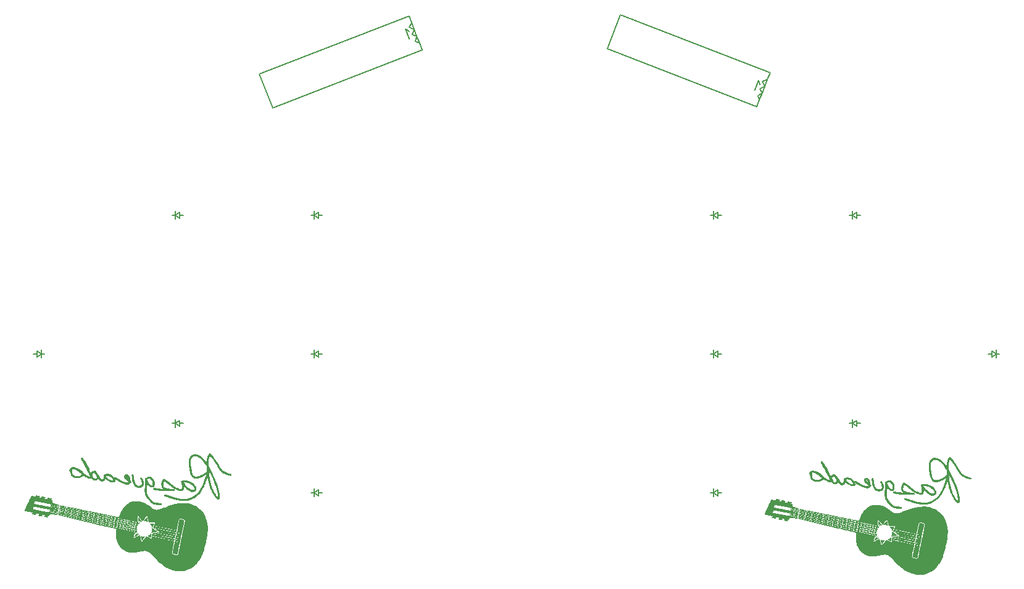
<source format=gbr>
%TF.GenerationSoftware,KiCad,Pcbnew,8.0.8*%
%TF.CreationDate,2025-01-29T21:57:57-05:00*%
%TF.ProjectId,rasgueado_thumbs,72617367-7565-4616-946f-5f7468756d62,rev?*%
%TF.SameCoordinates,Original*%
%TF.FileFunction,Legend,Bot*%
%TF.FilePolarity,Positive*%
%FSLAX46Y46*%
G04 Gerber Fmt 4.6, Leading zero omitted, Abs format (unit mm)*
G04 Created by KiCad (PCBNEW 8.0.8) date 2025-01-29 21:57:57*
%MOMM*%
%LPD*%
G01*
G04 APERTURE LIST*
%ADD10C,0.150000*%
%ADD11C,0.203200*%
%ADD12C,0.127000*%
%ADD13C,0.000000*%
G04 APERTURE END LIST*
D10*
%TO.C,D12*%
X175380900Y-127262100D02*
X175380900Y-127812100D01*
X175380900Y-127812100D02*
X174980900Y-127812100D01*
X175380900Y-127812100D02*
X175980900Y-127412100D01*
X175380900Y-128362100D02*
X175380900Y-127812100D01*
X175980900Y-127412100D02*
X175980900Y-128212100D01*
X175980900Y-128212100D02*
X175380900Y-127812100D01*
X176480900Y-127812100D02*
X175980900Y-127812100D01*
D11*
%TO.C,J1*%
X113105042Y-70354556D02*
X114915687Y-75015196D01*
X114915687Y-75015196D02*
X135422503Y-67048359D01*
D12*
X133129711Y-64184253D02*
X133637020Y-64523572D01*
D11*
X133611858Y-62387719D02*
X113105042Y-70354556D01*
D12*
X133624275Y-63938476D02*
X134336116Y-64251975D01*
X133654798Y-65535838D02*
X133129711Y-64184253D01*
D11*
X133973987Y-63319847D02*
X133611858Y-62387719D01*
D12*
X133973987Y-63319847D02*
X133624275Y-63938476D01*
X134051118Y-64899103D02*
X134698245Y-65184103D01*
D11*
X134336116Y-64251975D02*
X133973987Y-63319847D01*
D12*
X134336116Y-64251975D02*
X134051118Y-64899103D01*
X134459852Y-65813125D02*
X135060374Y-66116231D01*
D11*
X134698245Y-65184103D02*
X134336116Y-64251975D01*
D12*
X134698245Y-65184103D02*
X134459852Y-65813125D01*
D11*
X135060374Y-66116231D02*
X134698245Y-65184103D01*
X135422503Y-67048359D02*
X135060374Y-66116231D01*
D10*
%TO.C,D4*%
X120577989Y-108212107D02*
X120577989Y-108762107D01*
X120577989Y-108762107D02*
X120177989Y-108762107D01*
X120577989Y-108762107D02*
X121177989Y-108362107D01*
X120577989Y-109312107D02*
X120577989Y-108762107D01*
X121177989Y-108362107D02*
X121177989Y-109162107D01*
X121177989Y-109162107D02*
X120577989Y-108762107D01*
X121677989Y-108762107D02*
X121177989Y-108762107D01*
D11*
%TO.C,J2*%
X160817685Y-66885691D02*
X181324501Y-74852528D01*
X162628330Y-62225051D02*
X160817685Y-66885691D01*
D12*
X181041525Y-72543323D02*
X181566612Y-71191738D01*
D11*
X181324501Y-74852528D02*
X181686630Y-73920400D01*
D12*
X181448237Y-73291378D02*
X181686630Y-73920400D01*
X181566612Y-71191738D02*
X181711792Y-71784547D01*
D11*
X181686630Y-73920400D02*
X182048759Y-72988272D01*
D12*
X181763760Y-72341143D02*
X182048759Y-72988272D01*
X182048759Y-72988272D02*
X181448237Y-73291378D01*
D11*
X182048759Y-72988272D02*
X182410888Y-72056144D01*
D12*
X182097389Y-71344302D02*
X182410888Y-72056144D01*
X182410888Y-72056144D02*
X181763760Y-72341143D01*
D11*
X182410888Y-72056144D02*
X182773017Y-71124016D01*
D12*
X182773017Y-71124016D02*
X182097389Y-71344302D01*
D11*
X182773017Y-71124016D02*
X183135146Y-70191888D01*
X183135146Y-70191888D02*
X162628330Y-62225051D01*
D10*
%TO.C,D3*%
X120577989Y-127262107D02*
X120577989Y-127812107D01*
X120577989Y-127812107D02*
X120177989Y-127812107D01*
X120577989Y-127812107D02*
X121177989Y-127412107D01*
X120577989Y-128362107D02*
X120577989Y-127812107D01*
X121177989Y-127412107D02*
X121177989Y-128212107D01*
X121177989Y-128212107D02*
X120577989Y-127812107D01*
X121677989Y-127812107D02*
X121177989Y-127812107D01*
%TO.C,D11*%
X194430900Y-117737100D02*
X194430900Y-118287100D01*
X194430900Y-118287100D02*
X194030900Y-118287100D01*
X194430900Y-118287100D02*
X195030900Y-117887100D01*
X194430900Y-118837100D02*
X194430900Y-118287100D01*
X195030900Y-117887100D02*
X195030900Y-118687100D01*
X195030900Y-118687100D02*
X194430900Y-118287100D01*
X195530900Y-118287100D02*
X195030900Y-118287100D01*
%TO.C,D10*%
X194430900Y-89162100D02*
X194430900Y-89712100D01*
X194430900Y-89712100D02*
X194030900Y-89712100D01*
X194430900Y-89712100D02*
X195030900Y-89312100D01*
X194430900Y-90262100D02*
X194430900Y-89712100D01*
X195030900Y-89312100D02*
X195030900Y-90112100D01*
X195030900Y-90112100D02*
X194430900Y-89712100D01*
X195530900Y-89712100D02*
X195030900Y-89712100D01*
%TO.C,D9*%
X175380900Y-89162100D02*
X175380900Y-89712100D01*
X175380900Y-89712100D02*
X174980900Y-89712100D01*
X175380900Y-89712100D02*
X175980900Y-89312100D01*
X175380900Y-90262100D02*
X175380900Y-89712100D01*
X175980900Y-89312100D02*
X175980900Y-90112100D01*
X175980900Y-90112100D02*
X175380900Y-89712100D01*
X176480900Y-89712100D02*
X175980900Y-89712100D01*
D13*
%TO.C,G\u002A\u002A\u002A*%
G36*
X96342656Y-133156447D02*
G01*
X96349061Y-133174025D01*
X96367712Y-133215580D01*
X96367751Y-133215655D01*
X96373624Y-133240811D01*
X96350210Y-133247421D01*
X96335005Y-133245586D01*
X96322677Y-133229410D01*
X96325154Y-133188288D01*
X96326584Y-133179677D01*
X96334821Y-133153084D01*
X96342656Y-133156447D01*
G37*
G36*
X96092677Y-132674014D02*
G01*
X96154491Y-132684569D01*
X96273639Y-132708252D01*
X96273888Y-132791339D01*
X96274248Y-132812319D01*
X96278007Y-132871008D01*
X96284476Y-132912951D01*
X96294816Y-132951475D01*
X96131808Y-132914939D01*
X95968800Y-132878402D01*
X95991662Y-132780053D01*
X96001716Y-132739706D01*
X96015356Y-132693514D01*
X96024933Y-132671294D01*
X96046028Y-132669277D01*
X96092677Y-132674014D01*
G37*
G36*
X96362411Y-133293013D02*
G01*
X96394932Y-133301925D01*
X96411021Y-133308033D01*
X96411252Y-133308537D01*
X96422333Y-133327174D01*
X96444550Y-133363017D01*
X96477083Y-133414931D01*
X96398105Y-133401856D01*
X96390509Y-133400597D01*
X96335975Y-133390332D01*
X96308831Y-133378976D01*
X96301337Y-133360372D01*
X96305755Y-133328358D01*
X96310257Y-133309432D01*
X96326527Y-133289423D01*
X96362411Y-133293013D01*
G37*
G36*
X96207349Y-132145355D02*
G01*
X96273610Y-132157143D01*
X96351836Y-132176274D01*
X96401694Y-132196069D01*
X96419198Y-132215213D01*
X96416197Y-132230849D01*
X96402293Y-132273964D01*
X96380892Y-132329324D01*
X96342586Y-132421745D01*
X96217138Y-132394810D01*
X96154594Y-132380657D01*
X96113658Y-132364721D01*
X96096617Y-132339799D01*
X96097873Y-132296989D01*
X96111826Y-132227390D01*
X96131960Y-132133505D01*
X96207349Y-132145355D01*
G37*
G36*
X96583758Y-131951824D02*
G01*
X96583902Y-131951845D01*
X96621786Y-131960232D01*
X96637536Y-131969310D01*
X96631398Y-131980105D01*
X96606615Y-132011737D01*
X96569306Y-132054823D01*
X96540174Y-132086444D01*
X96509866Y-132117071D01*
X96496149Y-132127698D01*
X96495697Y-132120285D01*
X96500472Y-132086157D01*
X96510601Y-132034291D01*
X96520179Y-131992590D01*
X96532813Y-131960352D01*
X96551549Y-131949533D01*
X96583758Y-131951824D01*
G37*
G36*
X96614367Y-131826512D02*
G01*
X96664828Y-131838148D01*
X96706578Y-131847137D01*
X96752031Y-131858586D01*
X96769849Y-131868761D01*
X96765016Y-131881733D01*
X96742517Y-131901570D01*
X96706692Y-131923272D01*
X96673926Y-131929213D01*
X96643873Y-131922160D01*
X96596598Y-131911444D01*
X96589842Y-131909820D01*
X96555760Y-131891228D01*
X96546562Y-131853943D01*
X96546675Y-131846816D01*
X96554387Y-131818280D01*
X96578403Y-131817036D01*
X96614367Y-131826512D01*
G37*
G36*
X95135289Y-131655665D02*
G01*
X95182679Y-131662869D01*
X95245836Y-131674807D01*
X95299632Y-131685560D01*
X95370942Y-131700022D01*
X95415119Y-131712158D01*
X95437352Y-131726317D01*
X95442828Y-131746849D01*
X95436735Y-131778106D01*
X95424262Y-131824438D01*
X95397638Y-131930130D01*
X95229068Y-131894928D01*
X95060498Y-131859727D01*
X95083614Y-131760286D01*
X95093706Y-131718643D01*
X95105649Y-131674430D01*
X95112703Y-131654871D01*
X95113138Y-131654613D01*
X95135289Y-131655665D01*
G37*
G36*
X96325578Y-131897705D02*
G01*
X96341464Y-131900814D01*
X96405123Y-131913764D01*
X96451156Y-131923916D01*
X96470497Y-131929294D01*
X96470789Y-131943377D01*
X96465359Y-131984364D01*
X96455025Y-132042045D01*
X96433739Y-132150236D01*
X96303654Y-132123919D01*
X96297026Y-132122565D01*
X96232471Y-132107966D01*
X96183343Y-132094426D01*
X96159820Y-132084717D01*
X96155957Y-132070360D01*
X96157478Y-132028378D01*
X96166272Y-131971254D01*
X96186471Y-131870676D01*
X96325578Y-131897705D01*
G37*
G36*
X96733042Y-131448759D02*
G01*
X96765003Y-131488631D01*
X96833965Y-131576437D01*
X96892403Y-131653306D01*
X96937163Y-131714949D01*
X96965096Y-131757078D01*
X96973050Y-131775404D01*
X96946929Y-131788372D01*
X96888561Y-131788796D01*
X96797784Y-131775735D01*
X96673926Y-131749130D01*
X96501075Y-131708080D01*
X96487014Y-131490680D01*
X96482347Y-131409097D01*
X96478696Y-131322131D01*
X96477111Y-131250993D01*
X96477916Y-131205912D01*
X96482880Y-131138544D01*
X96733042Y-131448759D01*
G37*
G36*
X91852293Y-131487327D02*
G01*
X91880848Y-131493552D01*
X91966683Y-131512579D01*
X92036684Y-131528566D01*
X92084267Y-131539991D01*
X92102849Y-131545328D01*
X92103307Y-131553243D01*
X92098542Y-131588103D01*
X92088399Y-131640340D01*
X92069022Y-131730690D01*
X91815099Y-131674878D01*
X91722286Y-131654345D01*
X91647327Y-131635934D01*
X91599265Y-131619164D01*
X91573565Y-131600571D01*
X91565696Y-131576689D01*
X91571125Y-131544052D01*
X91585317Y-131499193D01*
X91606662Y-131433987D01*
X91852293Y-131487327D01*
G37*
G36*
X95371705Y-132783539D02*
G01*
X95457540Y-132803649D01*
X95578474Y-132831938D01*
X95563926Y-132889572D01*
X95551189Y-132941503D01*
X95538167Y-132997242D01*
X95534301Y-133015182D01*
X95527741Y-133034099D01*
X95514160Y-133042936D01*
X95486381Y-133042480D01*
X95437230Y-133033518D01*
X95359530Y-133016837D01*
X95217871Y-132986395D01*
X95230037Y-132921314D01*
X95232331Y-132908928D01*
X95245105Y-132841551D01*
X95258368Y-132798975D01*
X95279181Y-132777550D01*
X95314606Y-132773622D01*
X95371705Y-132783539D01*
G37*
G36*
X92344747Y-130872390D02*
G01*
X92399583Y-130881816D01*
X92474964Y-130895747D01*
X92564330Y-130913021D01*
X92810066Y-130961446D01*
X92791822Y-131041173D01*
X92790776Y-131045702D01*
X92776903Y-131092752D01*
X92760725Y-131112195D01*
X92735965Y-131111989D01*
X92709727Y-131106298D01*
X92653571Y-131094741D01*
X92578218Y-131079572D01*
X92492531Y-131062587D01*
X92286709Y-131022097D01*
X92299015Y-130947545D01*
X92302057Y-130929633D01*
X92310027Y-130887598D01*
X92314957Y-130868795D01*
X92317018Y-130868634D01*
X92344747Y-130872390D01*
G37*
G36*
X95096712Y-131908025D02*
G01*
X95123668Y-131914465D01*
X95179905Y-131926504D01*
X95245631Y-131939586D01*
X95295970Y-131950353D01*
X95345028Y-131963591D01*
X95369809Y-131973964D01*
X95374272Y-131991465D01*
X95372569Y-132035903D01*
X95363621Y-132095173D01*
X95342423Y-132202921D01*
X95171612Y-132167251D01*
X95095397Y-132151795D01*
X95043673Y-132138419D01*
X95017183Y-132120807D01*
X95010955Y-132091447D01*
X95020019Y-132042823D01*
X95039404Y-131967422D01*
X95052680Y-131924821D01*
X95069554Y-131906199D01*
X95096712Y-131908025D01*
G37*
G36*
X95430927Y-132269664D02*
G01*
X95485809Y-132277777D01*
X95553372Y-132291257D01*
X95687146Y-132321019D01*
X95669430Y-132397579D01*
X95665209Y-132415636D01*
X95653042Y-132465787D01*
X95644838Y-132496884D01*
X95644357Y-132498446D01*
X95637834Y-132511439D01*
X95623912Y-132517375D01*
X95595574Y-132515992D01*
X95545800Y-132507024D01*
X95467571Y-132490206D01*
X95333677Y-132460785D01*
X95354454Y-132368535D01*
X95363600Y-132334273D01*
X95381112Y-132289527D01*
X95397414Y-132268889D01*
X95399337Y-132268437D01*
X95430927Y-132269664D01*
G37*
G36*
X95585433Y-132011920D02*
G01*
X95606950Y-132016650D01*
X95671378Y-132031621D01*
X95717989Y-132043684D01*
X95737879Y-132050581D01*
X95738660Y-132052009D01*
X95737821Y-132077081D01*
X95729067Y-132120364D01*
X95714706Y-132178569D01*
X95702504Y-132230736D01*
X95691877Y-132278449D01*
X95559728Y-132251707D01*
X95551564Y-132250034D01*
X95486444Y-132235130D01*
X95436711Y-132221114D01*
X95412570Y-132210819D01*
X95408111Y-132192889D01*
X95409853Y-132148049D01*
X95418836Y-132088527D01*
X95440112Y-131980383D01*
X95585433Y-132011920D01*
G37*
G36*
X90083132Y-130603898D02*
G01*
X90163516Y-130620762D01*
X90253583Y-130640001D01*
X90325694Y-130655801D01*
X90373954Y-130666865D01*
X90392465Y-130671897D01*
X90392770Y-130680035D01*
X90387375Y-130715048D01*
X90376353Y-130767343D01*
X90355384Y-130858186D01*
X90162255Y-130815822D01*
X90109179Y-130804291D01*
X90012632Y-130783775D01*
X89923331Y-130765313D01*
X89855409Y-130751851D01*
X89820152Y-130744854D01*
X89769282Y-130729876D01*
X89746105Y-130707589D01*
X89744982Y-130669391D01*
X89760275Y-130606676D01*
X89778656Y-130540501D01*
X90083132Y-130603898D01*
G37*
G36*
X92873048Y-130977064D02*
G01*
X92903126Y-130983267D01*
X92962407Y-130995273D01*
X93040261Y-131010920D01*
X93127691Y-131028393D01*
X93338690Y-131070447D01*
X93320526Y-131126377D01*
X93305938Y-131172680D01*
X93296114Y-131206304D01*
X93287478Y-131217982D01*
X93257934Y-131221003D01*
X93234645Y-131215404D01*
X93181189Y-131203920D01*
X93107977Y-131188910D01*
X93023696Y-131172185D01*
X92821388Y-131132666D01*
X92836082Y-131067516D01*
X92837892Y-131058950D01*
X92843461Y-131012922D01*
X92840091Y-130985078D01*
X92843676Y-130975671D01*
X92873048Y-130977064D01*
G37*
G36*
X93334474Y-131810305D02*
G01*
X93428356Y-131829329D01*
X93496988Y-131844162D01*
X93567373Y-131860729D01*
X93617809Y-131874201D01*
X93640420Y-131882597D01*
X93644202Y-131893192D01*
X93643602Y-131931760D01*
X93634997Y-131985870D01*
X93615443Y-132077046D01*
X93402528Y-132029379D01*
X93333531Y-132013481D01*
X93262802Y-131995082D01*
X93218977Y-131979746D01*
X93196829Y-131965521D01*
X93191130Y-131950455D01*
X93192282Y-131926732D01*
X93196939Y-131865106D01*
X93207533Y-131825690D01*
X93230017Y-131805445D01*
X93270346Y-131801330D01*
X93334474Y-131810305D01*
G37*
G36*
X94570874Y-132600496D02*
G01*
X94654298Y-132618721D01*
X94724453Y-132634339D01*
X94781535Y-132650469D01*
X94812430Y-132669931D01*
X94822090Y-132699576D01*
X94815466Y-132746253D01*
X94797513Y-132816814D01*
X94795240Y-132825143D01*
X94776730Y-132867973D01*
X94756214Y-132877652D01*
X94750860Y-132875882D01*
X94714053Y-132866040D01*
X94654813Y-132851661D01*
X94583120Y-132835193D01*
X94433253Y-132801647D01*
X94445179Y-132721916D01*
X94453881Y-132664699D01*
X94464709Y-132621131D01*
X94483122Y-132598226D01*
X94516162Y-132592506D01*
X94570874Y-132600496D01*
G37*
G36*
X95779370Y-132341704D02*
G01*
X95828815Y-132351017D01*
X95888065Y-132363690D01*
X95945735Y-132377164D01*
X95990440Y-132388879D01*
X96010796Y-132396277D01*
X96012335Y-132408776D01*
X96008436Y-132448631D01*
X95998764Y-132504709D01*
X95978618Y-132605026D01*
X95843198Y-132573546D01*
X95829912Y-132570433D01*
X95766795Y-132554910D01*
X95720848Y-132542409D01*
X95701241Y-132535395D01*
X95698615Y-132526757D01*
X95701353Y-132491837D01*
X95711419Y-132443093D01*
X95725550Y-132392965D01*
X95740481Y-132353894D01*
X95752949Y-132338318D01*
X95779370Y-132341704D01*
G37*
G36*
X95390919Y-132515145D02*
G01*
X95449157Y-132525778D01*
X95512519Y-132538960D01*
X95570575Y-132552636D01*
X95612893Y-132564750D01*
X95613501Y-132564970D01*
X95625720Y-132585186D01*
X95619207Y-132632320D01*
X95605624Y-132687528D01*
X95592913Y-132741872D01*
X95579126Y-132774121D01*
X95559306Y-132784312D01*
X95558170Y-132783971D01*
X95527711Y-132776055D01*
X95473621Y-132762873D01*
X95406819Y-132747090D01*
X95276891Y-132716823D01*
X95300005Y-132617386D01*
X95310236Y-132575886D01*
X95323198Y-132530460D01*
X95331737Y-132509333D01*
X95348235Y-132509118D01*
X95390919Y-132515145D01*
G37*
G36*
X95877750Y-131810109D02*
G01*
X95921578Y-131815228D01*
X95979951Y-131826247D01*
X96040249Y-131840268D01*
X96089848Y-131854390D01*
X96116128Y-131865716D01*
X96120583Y-131879906D01*
X96119594Y-131921738D01*
X96110771Y-131978617D01*
X96090073Y-132078316D01*
X95949872Y-132048736D01*
X95931637Y-132044808D01*
X95869930Y-132030142D01*
X95827229Y-132017798D01*
X95811887Y-132010115D01*
X95813719Y-131999480D01*
X95819474Y-131960791D01*
X95827240Y-131905551D01*
X95827575Y-131903136D01*
X95838298Y-131846261D01*
X95852412Y-131817800D01*
X95873672Y-131810028D01*
X95877750Y-131810109D01*
G37*
G36*
X96106061Y-132411826D02*
G01*
X96153144Y-132419368D01*
X96209024Y-132432739D01*
X96262579Y-132448708D01*
X96302687Y-132464044D01*
X96318226Y-132475516D01*
X96317195Y-132485156D01*
X96311433Y-132524470D01*
X96302514Y-132578760D01*
X96293317Y-132624951D01*
X96279989Y-132651699D01*
X96254796Y-132661265D01*
X96209887Y-132656590D01*
X96137412Y-132640617D01*
X96120571Y-132636408D01*
X96063732Y-132614555D01*
X96040819Y-132589149D01*
X96039739Y-132563825D01*
X96047141Y-132515494D01*
X96061783Y-132465579D01*
X96079703Y-132426637D01*
X96096941Y-132411229D01*
X96106061Y-132411826D01*
G37*
G36*
X91033525Y-131792516D02*
G01*
X91111378Y-131810531D01*
X91214701Y-131834010D01*
X91307699Y-131854740D01*
X91445413Y-131884994D01*
X91427472Y-131983972D01*
X91418375Y-132024572D01*
X91403592Y-132066746D01*
X91389831Y-132083202D01*
X91389684Y-132083204D01*
X91355777Y-132079163D01*
X91298122Y-132067940D01*
X91224127Y-132051420D01*
X91141203Y-132031484D01*
X91056757Y-132010016D01*
X90978201Y-131988899D01*
X90912942Y-131970017D01*
X90868389Y-131955253D01*
X90851953Y-131946490D01*
X90853128Y-131936901D01*
X90861315Y-131897784D01*
X90874671Y-131844420D01*
X90897063Y-131760545D01*
X91033525Y-131792516D01*
G37*
G36*
X91038317Y-131314790D02*
G01*
X91097877Y-131325980D01*
X91177242Y-131342173D01*
X91270058Y-131362142D01*
X91533883Y-131420223D01*
X91529996Y-131474116D01*
X91525087Y-131518995D01*
X91516490Y-131567007D01*
X91506871Y-131606005D01*
X91356623Y-131572042D01*
X91347209Y-131569918D01*
X91259965Y-131550589D01*
X91173192Y-131531873D01*
X91104385Y-131517548D01*
X91041960Y-131504226D01*
X90994675Y-131489169D01*
X90972073Y-131469587D01*
X90968065Y-131439551D01*
X90976558Y-131393132D01*
X90981363Y-131372515D01*
X90992675Y-131329777D01*
X91000068Y-131309998D01*
X91004917Y-131309831D01*
X91038317Y-131314790D01*
G37*
G36*
X91515619Y-131906429D02*
G01*
X91560860Y-131915061D01*
X91625909Y-131928813D01*
X91702940Y-131945891D01*
X91784127Y-131964502D01*
X91861645Y-131982849D01*
X91927667Y-131999140D01*
X91974369Y-132011580D01*
X91993925Y-132018375D01*
X91994920Y-132029951D01*
X91989977Y-132068737D01*
X91979077Y-132123919D01*
X91957062Y-132222295D01*
X91772765Y-132179112D01*
X91721901Y-132167123D01*
X91638923Y-132147278D01*
X91568810Y-132130171D01*
X91522854Y-132118541D01*
X91457241Y-132101153D01*
X91475515Y-132005626D01*
X91482952Y-131968075D01*
X91492535Y-131924065D01*
X91498032Y-131904677D01*
X91515619Y-131906429D01*
G37*
G36*
X94011326Y-131419065D02*
G01*
X94073322Y-131432738D01*
X94141024Y-131448453D01*
X94188390Y-131460408D01*
X94207780Y-131466748D01*
X94208822Y-131476980D01*
X94204811Y-131514587D01*
X94195367Y-131568947D01*
X94186605Y-131606521D01*
X94172479Y-131648244D01*
X94160309Y-131664470D01*
X94149996Y-131663191D01*
X94110599Y-131655952D01*
X94051634Y-131644044D01*
X93982307Y-131629448D01*
X93911824Y-131614145D01*
X93849391Y-131600116D01*
X93804212Y-131589343D01*
X93785495Y-131583807D01*
X93785473Y-131572589D01*
X93790923Y-131534227D01*
X93801180Y-131478810D01*
X93821414Y-131378059D01*
X94011326Y-131419065D01*
G37*
G36*
X94054165Y-132486359D02*
G01*
X94090773Y-132492360D01*
X94147594Y-132503458D01*
X94215474Y-132517670D01*
X94285258Y-132533015D01*
X94347790Y-132547510D01*
X94393916Y-132559175D01*
X94414480Y-132566026D01*
X94414763Y-132580219D01*
X94409317Y-132621307D01*
X94398969Y-132679062D01*
X94377644Y-132787450D01*
X94194086Y-132744070D01*
X94137405Y-132730452D01*
X94070491Y-132713694D01*
X94023632Y-132701104D01*
X94004529Y-132694690D01*
X94003936Y-132686688D01*
X94008236Y-132652394D01*
X94017000Y-132602705D01*
X94027772Y-132550110D01*
X94038098Y-132507097D01*
X94045523Y-132486153D01*
X94054165Y-132486359D01*
G37*
G36*
X94990480Y-132695721D02*
G01*
X95076504Y-132713684D01*
X95127010Y-132724203D01*
X95176034Y-132736491D01*
X95201510Y-132752690D01*
X95207760Y-132780784D01*
X95199106Y-132828758D01*
X95179873Y-132904595D01*
X95163252Y-132971154D01*
X95049785Y-132944425D01*
X94995243Y-132931734D01*
X94930367Y-132917022D01*
X94884948Y-132907166D01*
X94869803Y-132903560D01*
X94843431Y-132887858D01*
X94842767Y-132858239D01*
X94843670Y-132854396D01*
X94853556Y-132807773D01*
X94864322Y-132751611D01*
X94869510Y-132725657D01*
X94879512Y-132700540D01*
X94898598Y-132687966D01*
X94933383Y-132686754D01*
X94990480Y-132695721D01*
G37*
G36*
X95012466Y-132176939D02*
G01*
X95057605Y-132184050D01*
X95117988Y-132195777D01*
X95183732Y-132209986D01*
X95244952Y-132224544D01*
X95291764Y-132237318D01*
X95314284Y-132246173D01*
X95318001Y-132258066D01*
X95316366Y-132297708D01*
X95306610Y-132352657D01*
X95297455Y-132389456D01*
X95284916Y-132430773D01*
X95276599Y-132446848D01*
X95271208Y-132445995D01*
X95237578Y-132438883D01*
X95180904Y-132426120D01*
X95109661Y-132409597D01*
X94950992Y-132372346D01*
X94969096Y-132277684D01*
X94976411Y-132241013D01*
X94986331Y-132196632D01*
X94992361Y-132176681D01*
X94992458Y-132176579D01*
X95012466Y-132176939D01*
G37*
G36*
X95810129Y-132608629D02*
G01*
X95820333Y-132610897D01*
X95884326Y-132626291D01*
X95932033Y-132639723D01*
X95953774Y-132648507D01*
X95956261Y-132663564D01*
X95952949Y-132705824D01*
X95943340Y-132763617D01*
X95933612Y-132808663D01*
X95921356Y-132845844D01*
X95906439Y-132859741D01*
X95884208Y-132857763D01*
X95859537Y-132851632D01*
X95804857Y-132839148D01*
X95740434Y-132825231D01*
X95697822Y-132815660D01*
X95658614Y-132802757D01*
X95643145Y-132787701D01*
X95644041Y-132765958D01*
X95645770Y-132758625D01*
X95655257Y-132711369D01*
X95665156Y-132654116D01*
X95677036Y-132579365D01*
X95810129Y-132608629D01*
G37*
G36*
X97744206Y-131479404D02*
G01*
X97748189Y-131493993D01*
X97776761Y-131599292D01*
X97801531Y-131691647D01*
X97821036Y-131765520D01*
X97833812Y-131815379D01*
X97838396Y-131835687D01*
X97835930Y-131837483D01*
X97811767Y-131831212D01*
X97770165Y-131812435D01*
X97759607Y-131807139D01*
X97679631Y-131772863D01*
X97595281Y-131748810D01*
X97495925Y-131732566D01*
X97370932Y-131721713D01*
X97185489Y-131709957D01*
X97377598Y-131473424D01*
X97421088Y-131419835D01*
X97485649Y-131340125D01*
X97541885Y-131270509D01*
X97584916Y-131217034D01*
X97609862Y-131185741D01*
X97650017Y-131134592D01*
X97744206Y-131479404D01*
G37*
G36*
X92749603Y-131685380D02*
G01*
X92801207Y-131694680D01*
X92869571Y-131708703D01*
X92945955Y-131725467D01*
X93021620Y-131742994D01*
X93087826Y-131759303D01*
X93135833Y-131772415D01*
X93156901Y-131780349D01*
X93158873Y-131789880D01*
X93155421Y-131826884D01*
X93144805Y-131879980D01*
X93132467Y-131928201D01*
X93119460Y-131955858D01*
X93099771Y-131962345D01*
X93065426Y-131955219D01*
X93047390Y-131950744D01*
X92990661Y-131937348D01*
X92915439Y-131920103D01*
X92833053Y-131901621D01*
X92658441Y-131862896D01*
X92676259Y-131772780D01*
X92686249Y-131730612D01*
X92703252Y-131693616D01*
X92725694Y-131682664D01*
X92749603Y-131685380D01*
G37*
G36*
X93149495Y-132274908D02*
G01*
X93196314Y-132286273D01*
X93264014Y-132301917D01*
X93344270Y-132319887D01*
X93407508Y-132334023D01*
X93475099Y-132349614D01*
X93522284Y-132361087D01*
X93541485Y-132366644D01*
X93541854Y-132379003D01*
X93535992Y-132418300D01*
X93524580Y-132474351D01*
X93519658Y-132497849D01*
X93512318Y-132531899D01*
X93502608Y-132554210D01*
X93484966Y-132565588D01*
X93453835Y-132566837D01*
X93403654Y-132558761D01*
X93328865Y-132542164D01*
X93223908Y-132517851D01*
X93058060Y-132479886D01*
X93085387Y-132371401D01*
X93099605Y-132323311D01*
X93117739Y-132282436D01*
X93132969Y-132270323D01*
X93149495Y-132274908D01*
G37*
G36*
X94348509Y-131493661D02*
G01*
X94412729Y-131502991D01*
X94482805Y-131515223D01*
X94549033Y-131528668D01*
X94601706Y-131541640D01*
X94631118Y-131552451D01*
X94636761Y-131559083D01*
X94640414Y-131594358D01*
X94630398Y-131659921D01*
X94627236Y-131674936D01*
X94612538Y-131726055D01*
X94591025Y-131750222D01*
X94553444Y-131752631D01*
X94490545Y-131738479D01*
X94461901Y-131731355D01*
X94395287Y-131716195D01*
X94325009Y-131701476D01*
X94223155Y-131681233D01*
X94243145Y-131592479D01*
X94250666Y-131561724D01*
X94264855Y-131514839D01*
X94276118Y-131490739D01*
X94276466Y-131490452D01*
X94299853Y-131488919D01*
X94348509Y-131493661D01*
G37*
G36*
X85008686Y-129735623D02*
G01*
X85565975Y-129875452D01*
X85561529Y-129946644D01*
X85560720Y-129958154D01*
X85555154Y-130008485D01*
X85548454Y-130040580D01*
X85544073Y-130049067D01*
X85523842Y-130063323D01*
X85514633Y-130061025D01*
X85475146Y-130049543D01*
X85409425Y-130029821D01*
X85322586Y-130003440D01*
X85219744Y-129971980D01*
X85106014Y-129937020D01*
X84986511Y-129900139D01*
X84866350Y-129862918D01*
X84750647Y-129826935D01*
X84644517Y-129793771D01*
X84553074Y-129765005D01*
X84481434Y-129742217D01*
X84434712Y-129726986D01*
X84429576Y-129724431D01*
X84422361Y-129703366D01*
X84432367Y-129657804D01*
X84451398Y-129595795D01*
X85008686Y-129735623D01*
G37*
G36*
X91169986Y-131573440D02*
G01*
X91196720Y-131579348D01*
X91304747Y-131603018D01*
X91382940Y-131620741D01*
X91435832Y-131634862D01*
X91467958Y-131647727D01*
X91483850Y-131661682D01*
X91488044Y-131679071D01*
X91485072Y-131702240D01*
X91479468Y-131733534D01*
X91475106Y-131760591D01*
X91465725Y-131807962D01*
X91458217Y-131832839D01*
X91444650Y-131839300D01*
X91409953Y-131837368D01*
X91331214Y-131819154D01*
X91181521Y-131784111D01*
X91065932Y-131756366D01*
X90983433Y-131735670D01*
X90933012Y-131721771D01*
X90913654Y-131714417D01*
X90911922Y-131704842D01*
X90916254Y-131667992D01*
X90928035Y-131615108D01*
X90951648Y-131525031D01*
X91169986Y-131573440D01*
G37*
G36*
X91375625Y-130872064D02*
G01*
X91423214Y-130882236D01*
X91510047Y-130902471D01*
X91579638Y-130920941D01*
X91625823Y-130935943D01*
X91642438Y-130945773D01*
X91641861Y-130952418D01*
X91636396Y-130989418D01*
X91627193Y-131041296D01*
X91622480Y-131062056D01*
X91607328Y-131102330D01*
X91591417Y-131118072D01*
X91572002Y-131115599D01*
X91522989Y-131106575D01*
X91454512Y-131092607D01*
X91374445Y-131075449D01*
X91290659Y-131056854D01*
X91211027Y-131038576D01*
X91143421Y-131022370D01*
X91095713Y-131009989D01*
X91075776Y-131003187D01*
X91073639Y-130994135D01*
X91076639Y-130957539D01*
X91087005Y-130904887D01*
X91108197Y-130816550D01*
X91375625Y-130872064D01*
G37*
G36*
X93368362Y-131285308D02*
G01*
X93414973Y-131294166D01*
X93482480Y-131308001D01*
X93562608Y-131325154D01*
X93753654Y-131366841D01*
X93750889Y-131425430D01*
X93746035Y-131476983D01*
X93736897Y-131528757D01*
X93728006Y-131558228D01*
X93719673Y-131573495D01*
X93718011Y-131573370D01*
X93690553Y-131568317D01*
X93638727Y-131557302D01*
X93571094Y-131542290D01*
X93496211Y-131525248D01*
X93422637Y-131508139D01*
X93358932Y-131492930D01*
X93313655Y-131481585D01*
X93295363Y-131476069D01*
X93293089Y-131468429D01*
X93296615Y-131434692D01*
X93307918Y-131386798D01*
X93323343Y-131337223D01*
X93339236Y-131298439D01*
X93351943Y-131282923D01*
X93368362Y-131285308D01*
G37*
G36*
X93713612Y-132404193D02*
G01*
X93764787Y-132416078D01*
X93844750Y-132434282D01*
X93910872Y-132448939D01*
X93928925Y-132452747D01*
X93963906Y-132461446D01*
X93982200Y-132474376D01*
X93986090Y-132499377D01*
X93977857Y-132544292D01*
X93959785Y-132616961D01*
X93946593Y-132659495D01*
X93929735Y-132678205D01*
X93902572Y-132676465D01*
X93899982Y-132675789D01*
X93859938Y-132666154D01*
X93797973Y-132651983D01*
X93726361Y-132636089D01*
X93714409Y-132633431D01*
X93648497Y-132617109D01*
X93598067Y-132601917D01*
X93573223Y-132590840D01*
X93568623Y-132581025D01*
X93568093Y-132539803D01*
X93578668Y-132476571D01*
X93600791Y-132377714D01*
X93713612Y-132404193D01*
G37*
G36*
X95555375Y-131741296D02*
G01*
X95606560Y-131750380D01*
X95667046Y-131762709D01*
X95725556Y-131775859D01*
X95770809Y-131787403D01*
X95791529Y-131794919D01*
X95792367Y-131797423D01*
X95790252Y-131825128D01*
X95781796Y-131873372D01*
X95769215Y-131930674D01*
X95754727Y-131985552D01*
X95753286Y-131988457D01*
X95733314Y-131995097D01*
X95687833Y-131991193D01*
X95612274Y-131976455D01*
X95599336Y-131973573D01*
X95534900Y-131958004D01*
X95486970Y-131944449D01*
X95465116Y-131935568D01*
X95462620Y-131924350D01*
X95465621Y-131885484D01*
X95475883Y-131830947D01*
X95483903Y-131799903D01*
X95503664Y-131752663D01*
X95526227Y-131737888D01*
X95555375Y-131741296D01*
G37*
G36*
X86504853Y-130539628D02*
G01*
X86565241Y-130549783D01*
X86657465Y-130567954D01*
X86779913Y-130593810D01*
X86930970Y-130627024D01*
X87109023Y-130667265D01*
X87269263Y-130703880D01*
X87257772Y-130761145D01*
X87247369Y-130809503D01*
X87237525Y-130849592D01*
X87236923Y-130851889D01*
X87234597Y-130861934D01*
X87230350Y-130869030D01*
X87219983Y-130872552D01*
X87199298Y-130871878D01*
X87164095Y-130866382D01*
X87110176Y-130855443D01*
X87033340Y-130838434D01*
X86929390Y-130814734D01*
X86794126Y-130783717D01*
X86457522Y-130706631D01*
X86462827Y-130626819D01*
X86464564Y-130605135D01*
X86470416Y-130560237D01*
X86476799Y-130538340D01*
X86477914Y-130537817D01*
X86504853Y-130539628D01*
G37*
G36*
X89627225Y-131483308D02*
G01*
X89691555Y-131493903D01*
X89771915Y-131508429D01*
X89861149Y-131525478D01*
X89952103Y-131543645D01*
X90037623Y-131561523D01*
X90110555Y-131577704D01*
X90163743Y-131590782D01*
X90190034Y-131599351D01*
X90189419Y-131607804D01*
X90183342Y-131643115D01*
X90172795Y-131696311D01*
X90163449Y-131733896D01*
X90147844Y-131775655D01*
X90133836Y-131791936D01*
X90122060Y-131790208D01*
X90078889Y-131781483D01*
X90010920Y-131766646D01*
X89924554Y-131747107D01*
X89826189Y-131724272D01*
X89537693Y-131656505D01*
X89548892Y-131574797D01*
X89552538Y-131551777D01*
X89563575Y-131504134D01*
X89574795Y-131478385D01*
X89586078Y-131478050D01*
X89627225Y-131483308D01*
G37*
G36*
X89972637Y-131080690D02*
G01*
X90043731Y-131096702D01*
X90134271Y-131117971D01*
X90207700Y-131136264D01*
X90257861Y-131150033D01*
X90278597Y-131157726D01*
X90280771Y-131162957D01*
X90279806Y-131195554D01*
X90269836Y-131244152D01*
X90264137Y-131263130D01*
X90247132Y-131302921D01*
X90231906Y-131318768D01*
X90218831Y-131316920D01*
X90175569Y-131308382D01*
X90110070Y-131294392D01*
X90029558Y-131276599D01*
X89941255Y-131256656D01*
X89852387Y-131236214D01*
X89770176Y-131216925D01*
X89701847Y-131200438D01*
X89654624Y-131188407D01*
X89635730Y-131182482D01*
X89635004Y-131176682D01*
X89640615Y-131144778D01*
X89653773Y-131095876D01*
X89678009Y-131015464D01*
X89972637Y-131080690D01*
G37*
G36*
X90646884Y-131225560D02*
G01*
X90719733Y-131241874D01*
X90808403Y-131263561D01*
X90878988Y-131283011D01*
X90925624Y-131298576D01*
X90942449Y-131308608D01*
X90942179Y-131312662D01*
X90935727Y-131347151D01*
X90923399Y-131396096D01*
X90919295Y-131409359D01*
X90900896Y-131448406D01*
X90882562Y-131463907D01*
X90877960Y-131463540D01*
X90842068Y-131457444D01*
X90782041Y-131445191D01*
X90705342Y-131428508D01*
X90619435Y-131409124D01*
X90531784Y-131388764D01*
X90449853Y-131369155D01*
X90381104Y-131352026D01*
X90333002Y-131339103D01*
X90313011Y-131332113D01*
X90311052Y-131325326D01*
X90314576Y-131291533D01*
X90326982Y-131241809D01*
X90351218Y-131161770D01*
X90646884Y-131225560D01*
G37*
G36*
X90492003Y-130697393D02*
G01*
X90552891Y-130706077D01*
X90630674Y-130719136D01*
X90717973Y-130735148D01*
X90807411Y-130752690D01*
X90891612Y-130770338D01*
X90963198Y-130786670D01*
X91014791Y-130800264D01*
X91039015Y-130809696D01*
X91042583Y-130818278D01*
X91042001Y-130854740D01*
X91032306Y-130906686D01*
X91024118Y-130934556D01*
X91006460Y-130974935D01*
X90990426Y-130990451D01*
X90981997Y-130989298D01*
X90942131Y-130981859D01*
X90876865Y-130968699D01*
X90792895Y-130951181D01*
X90696920Y-130930670D01*
X90423997Y-130871697D01*
X90429379Y-130790545D01*
X90431334Y-130768182D01*
X90438974Y-130720920D01*
X90448372Y-130695783D01*
X90455386Y-130694507D01*
X90492003Y-130697393D01*
G37*
G36*
X93835530Y-131917967D02*
G01*
X93864639Y-131925202D01*
X93931324Y-131940365D01*
X94001708Y-131955104D01*
X94104203Y-131975480D01*
X94087648Y-132051959D01*
X94083762Y-132069527D01*
X94071598Y-132120370D01*
X94062570Y-132152436D01*
X94052730Y-132164005D01*
X94022117Y-132167145D01*
X94015439Y-132165348D01*
X93974502Y-132155645D01*
X93911869Y-132141734D01*
X93838161Y-132125990D01*
X93811456Y-132120082D01*
X93745811Y-132102636D01*
X93698291Y-132085704D01*
X93677741Y-132072250D01*
X93676362Y-132065331D01*
X93678741Y-132027208D01*
X93689458Y-131975689D01*
X93690716Y-131971076D01*
X93707131Y-131926606D01*
X93730744Y-131905299D01*
X93770547Y-131903604D01*
X93835530Y-131917967D01*
G37*
G36*
X95644764Y-132847303D02*
G01*
X95682325Y-132852924D01*
X95736395Y-132864532D01*
X95796549Y-132879426D01*
X95852366Y-132894906D01*
X95893423Y-132908271D01*
X95909298Y-132916823D01*
X95906239Y-132936484D01*
X95897158Y-132980860D01*
X95885174Y-133034552D01*
X95873469Y-133083392D01*
X95865223Y-133113211D01*
X95865059Y-133113645D01*
X95847624Y-133122024D01*
X95804056Y-133118782D01*
X95730278Y-133103629D01*
X95724251Y-133102204D01*
X95661141Y-133086201D01*
X95613903Y-133072337D01*
X95592365Y-133063472D01*
X95589156Y-133048082D01*
X95592599Y-133007778D01*
X95602096Y-132955517D01*
X95614984Y-132903314D01*
X95628602Y-132863181D01*
X95640289Y-132847134D01*
X95644764Y-132847303D01*
G37*
G36*
X95987606Y-132928026D02*
G01*
X96032171Y-132935295D01*
X96092177Y-132947459D01*
X96157638Y-132962257D01*
X96218565Y-132977430D01*
X96264970Y-132990715D01*
X96286865Y-132999854D01*
X96289460Y-133016007D01*
X96288290Y-133059397D01*
X96282878Y-133118842D01*
X96281326Y-133132126D01*
X96273673Y-133186879D01*
X96264319Y-133214400D01*
X96248594Y-133222285D01*
X96221828Y-133218130D01*
X96156980Y-133203162D01*
X96084099Y-133185805D01*
X96015749Y-133169092D01*
X95962237Y-133155543D01*
X95933871Y-133147680D01*
X95923388Y-133134488D01*
X95923983Y-133100290D01*
X95936226Y-133038444D01*
X95947076Y-132994459D01*
X95960070Y-132948900D01*
X95968561Y-132927810D01*
X95987606Y-132928026D01*
G37*
G36*
X86608604Y-130782407D02*
G01*
X86667900Y-130796223D01*
X86776593Y-130821461D01*
X86892911Y-130848386D01*
X87000068Y-130873111D01*
X87215107Y-130922620D01*
X87202661Y-130997879D01*
X87199674Y-131014963D01*
X87189634Y-131062034D01*
X87181232Y-131088258D01*
X87167793Y-131095488D01*
X87133295Y-131094019D01*
X87103928Y-131087161D01*
X87045333Y-131073633D01*
X86963887Y-131054903D01*
X86865913Y-131032426D01*
X86757737Y-131007656D01*
X86753567Y-131006701D01*
X86647954Y-130982120D01*
X86554918Y-130959721D01*
X86480193Y-130940945D01*
X86429512Y-130927231D01*
X86408610Y-130920017D01*
X86405582Y-130912333D01*
X86405920Y-130876906D01*
X86414133Y-130825297D01*
X86432179Y-130741211D01*
X86608604Y-130782407D01*
G37*
G36*
X88332819Y-130249630D02*
G01*
X88403112Y-130259169D01*
X88505636Y-130277483D01*
X88641880Y-130304790D01*
X88988559Y-130376732D01*
X88970343Y-130465658D01*
X88962990Y-130497223D01*
X88949641Y-130538447D01*
X88938573Y-130554584D01*
X88936427Y-130554333D01*
X88907920Y-130548986D01*
X88852497Y-130537779D01*
X88777038Y-130522166D01*
X88688423Y-130503601D01*
X88593531Y-130483535D01*
X88499241Y-130463423D01*
X88412433Y-130444717D01*
X88339986Y-130428870D01*
X88288780Y-130417336D01*
X88288465Y-130417262D01*
X88261208Y-130406710D01*
X88252806Y-130384931D01*
X88258601Y-130339978D01*
X88260358Y-130330980D01*
X88272120Y-130282772D01*
X88283217Y-130252706D01*
X88293271Y-130248652D01*
X88332819Y-130249630D01*
G37*
G36*
X88894431Y-131313834D02*
G01*
X88965120Y-131324752D01*
X89063878Y-131344158D01*
X89187866Y-131371574D01*
X89286318Y-131394434D01*
X89376975Y-131415837D01*
X89449127Y-131433252D01*
X89497115Y-131445313D01*
X89515282Y-131450653D01*
X89515315Y-131460019D01*
X89509968Y-131496513D01*
X89499694Y-131550224D01*
X89489669Y-131595209D01*
X89477623Y-131627496D01*
X89460934Y-131637645D01*
X89433442Y-131633389D01*
X89418991Y-131629817D01*
X89369246Y-131617825D01*
X89295429Y-131600220D01*
X89204863Y-131578744D01*
X89104871Y-131555143D01*
X88822851Y-131488727D01*
X88826576Y-131410030D01*
X88827987Y-131390479D01*
X88836017Y-131341828D01*
X88847431Y-131314202D01*
X88854648Y-131311882D01*
X88894431Y-131313834D01*
G37*
G36*
X89024007Y-130625171D02*
G01*
X89079868Y-130633648D01*
X89155509Y-130647033D01*
X89244069Y-130663928D01*
X89338690Y-130682932D01*
X89432512Y-130702645D01*
X89518677Y-130721667D01*
X89590326Y-130738597D01*
X89640599Y-130752036D01*
X89662638Y-130760584D01*
X89664904Y-130771046D01*
X89661598Y-130809073D01*
X89650952Y-130862914D01*
X89641762Y-130897617D01*
X89627581Y-130939083D01*
X89617061Y-130955534D01*
X89598321Y-130952515D01*
X89549352Y-130943011D01*
X89476170Y-130928184D01*
X89384624Y-130909219D01*
X89280564Y-130887304D01*
X88955899Y-130818409D01*
X88967826Y-130727435D01*
X88972710Y-130695281D01*
X88982847Y-130647874D01*
X88992276Y-130623748D01*
X88994782Y-130623003D01*
X89024007Y-130625171D01*
G37*
G36*
X92844698Y-131183417D02*
G01*
X92897434Y-131190615D01*
X92970559Y-131203440D01*
X93057002Y-131220785D01*
X93284586Y-131269028D01*
X93267291Y-131343934D01*
X93263462Y-131360354D01*
X93251357Y-131410345D01*
X93243119Y-131441583D01*
X93241378Y-131447133D01*
X93235798Y-131456829D01*
X93223456Y-131461455D01*
X93198591Y-131460488D01*
X93155440Y-131453411D01*
X93088242Y-131439701D01*
X92991235Y-131418839D01*
X92910012Y-131401391D01*
X92841168Y-131386822D01*
X92793439Y-131376972D01*
X92774047Y-131373352D01*
X92772551Y-131369053D01*
X92775829Y-131340461D01*
X92784920Y-131295388D01*
X92796966Y-131246054D01*
X92809106Y-131204677D01*
X92818482Y-131183476D01*
X92819419Y-131182950D01*
X92844698Y-131183417D01*
G37*
G36*
X93321326Y-131530360D02*
G01*
X93368868Y-131541246D01*
X93436991Y-131556239D01*
X93516531Y-131573303D01*
X93570421Y-131584996D01*
X93637948Y-131600552D01*
X93685649Y-131612683D01*
X93705610Y-131619458D01*
X93706631Y-131634528D01*
X93701445Y-131676454D01*
X93690579Y-131734387D01*
X93667828Y-131841595D01*
X93519695Y-131807831D01*
X93505475Y-131804607D01*
X93426140Y-131787167D01*
X93354064Y-131772122D01*
X93303331Y-131762430D01*
X93290718Y-131760057D01*
X93251076Y-131748912D01*
X93235101Y-131737958D01*
X93237082Y-131722638D01*
X93244631Y-131679727D01*
X93255888Y-131621614D01*
X93258382Y-131609476D01*
X93272524Y-131555015D01*
X93287265Y-131529454D01*
X93305924Y-131526486D01*
X93321326Y-131530360D01*
G37*
G36*
X94254012Y-132008941D02*
G01*
X94284653Y-132016537D01*
X94351576Y-132031716D01*
X94422314Y-132046519D01*
X94452051Y-132052714D01*
X94500954Y-132067979D01*
X94523178Y-132091146D01*
X94523771Y-132131086D01*
X94507783Y-132196669D01*
X94503785Y-132210158D01*
X94488543Y-132249237D01*
X94476043Y-132265003D01*
X94465250Y-132263429D01*
X94424529Y-132255455D01*
X94361896Y-132242259D01*
X94285599Y-132225549D01*
X94258870Y-132219516D01*
X94184972Y-132201190D01*
X94140136Y-132186133D01*
X94119030Y-132172191D01*
X94116327Y-132157215D01*
X94117400Y-132153343D01*
X94126609Y-132112980D01*
X94136800Y-132060207D01*
X94146399Y-132019185D01*
X94163225Y-131997815D01*
X94195976Y-131995765D01*
X94254012Y-132008941D01*
G37*
G36*
X94561250Y-132328234D02*
G01*
X94599577Y-132337733D01*
X94660176Y-132351393D01*
X94733542Y-132367040D01*
X94743627Y-132369163D01*
X94823661Y-132388762D01*
X94870920Y-132406270D01*
X94883673Y-132421062D01*
X94880828Y-132430624D01*
X94872179Y-132471447D01*
X94862937Y-132526398D01*
X94856966Y-132559116D01*
X94842073Y-132598468D01*
X94820535Y-132609980D01*
X94804262Y-132608294D01*
X94757460Y-132599820D01*
X94695300Y-132586398D01*
X94627984Y-132570479D01*
X94565713Y-132554516D01*
X94518689Y-132540958D01*
X94497111Y-132532258D01*
X94493208Y-132514378D01*
X94497746Y-132473805D01*
X94509294Y-132423191D01*
X94524671Y-132374030D01*
X94540695Y-132337818D01*
X94554186Y-132326048D01*
X94561250Y-132328234D01*
G37*
G36*
X95834064Y-132066630D02*
G01*
X95881066Y-132074830D01*
X95939643Y-132087529D01*
X95997964Y-132101912D01*
X96044194Y-132115165D01*
X96066501Y-132124476D01*
X96068379Y-132142083D01*
X96064071Y-132186215D01*
X96054008Y-132245901D01*
X96042311Y-132295581D01*
X96026380Y-132338082D01*
X96011806Y-132350353D01*
X96011771Y-132350340D01*
X95984574Y-132343242D01*
X95932834Y-132331820D01*
X95867723Y-132318543D01*
X95863534Y-132317717D01*
X95800085Y-132303931D01*
X95765217Y-132291705D01*
X95751908Y-132277255D01*
X95753136Y-132256798D01*
X95755182Y-132248041D01*
X95764749Y-132200020D01*
X95774737Y-132142084D01*
X95778149Y-132123229D01*
X95793708Y-132078759D01*
X95816545Y-132065040D01*
X95834064Y-132066630D01*
G37*
G36*
X88209241Y-130711308D02*
G01*
X88264982Y-130718838D01*
X88340957Y-130731379D01*
X88430404Y-130747598D01*
X88526560Y-130766162D01*
X88622664Y-130785741D01*
X88711954Y-130805000D01*
X88787668Y-130822609D01*
X88843044Y-130837235D01*
X88871321Y-130847545D01*
X88872845Y-130848681D01*
X88879357Y-130877578D01*
X88868587Y-130935751D01*
X88867444Y-130939964D01*
X88851890Y-130985815D01*
X88834483Y-131004293D01*
X88808051Y-131003416D01*
X88785769Y-130998354D01*
X88731442Y-130986267D01*
X88653642Y-130969087D01*
X88559028Y-130948286D01*
X88454261Y-130925333D01*
X88140255Y-130856654D01*
X88151704Y-130792044D01*
X88152973Y-130785253D01*
X88165160Y-130738822D01*
X88178290Y-130711002D01*
X88180495Y-130710121D01*
X88209241Y-130711308D01*
G37*
G36*
X88940112Y-131076335D02*
G01*
X88990978Y-131088010D01*
X89065779Y-131104776D01*
X89158084Y-131125194D01*
X89261465Y-131147826D01*
X89572715Y-131215626D01*
X89556646Y-131289940D01*
X89553159Y-131305776D01*
X89541467Y-131355221D01*
X89533057Y-131385639D01*
X89532370Y-131387264D01*
X89516114Y-131396105D01*
X89477604Y-131393850D01*
X89410727Y-131380230D01*
X89364606Y-131369573D01*
X89280491Y-131350384D01*
X89183500Y-131328454D01*
X89086677Y-131306740D01*
X89006715Y-131288592D01*
X88936758Y-131272111D01*
X88887479Y-131259815D01*
X88866312Y-131253501D01*
X88863491Y-131244501D01*
X88865040Y-131208229D01*
X88873357Y-131155065D01*
X88886400Y-131101707D01*
X88901275Y-131074732D01*
X88920871Y-131071599D01*
X88940112Y-131076335D01*
G37*
G36*
X89657241Y-131234771D02*
G01*
X89667435Y-131237269D01*
X89712006Y-131247520D01*
X89781475Y-131263085D01*
X89868553Y-131282341D01*
X89965954Y-131303660D01*
X90236869Y-131362664D01*
X90225954Y-131442296D01*
X90222840Y-131462953D01*
X90213047Y-131511946D01*
X90203816Y-131540089D01*
X90189122Y-131549148D01*
X90153639Y-131548965D01*
X90143750Y-131546665D01*
X90099267Y-131536563D01*
X90029894Y-131520961D01*
X89942981Y-131501511D01*
X89845879Y-131479863D01*
X89749134Y-131457661D01*
X89669063Y-131437199D01*
X89617791Y-131420770D01*
X89591567Y-131407148D01*
X89586642Y-131395108D01*
X89588488Y-131389646D01*
X89598061Y-131350313D01*
X89607827Y-131297529D01*
X89617627Y-131252337D01*
X89632040Y-131233505D01*
X89657241Y-131234771D01*
G37*
G36*
X93224437Y-132036321D02*
G01*
X93284848Y-132046086D01*
X93374557Y-132064431D01*
X93442433Y-132079618D01*
X93513180Y-132097008D01*
X93564199Y-132111388D01*
X93587519Y-132120654D01*
X93591780Y-132131582D01*
X93591144Y-132171147D01*
X93581156Y-132227038D01*
X93571189Y-132262025D01*
X93553684Y-132303230D01*
X93538049Y-132319157D01*
X93520356Y-132316788D01*
X93473931Y-132307636D01*
X93409698Y-132293566D01*
X93336550Y-132276685D01*
X93263384Y-132259098D01*
X93199094Y-132242912D01*
X93152575Y-132230235D01*
X93132723Y-132223171D01*
X93129972Y-132212004D01*
X93132029Y-132174515D01*
X93139754Y-132124970D01*
X93150768Y-132077431D01*
X93162692Y-132045961D01*
X93167769Y-132040459D01*
X93187389Y-132034618D01*
X93224437Y-132036321D01*
G37*
G36*
X94625842Y-132089397D02*
G01*
X94630092Y-132090371D01*
X94670738Y-132099449D01*
X94733110Y-132113179D01*
X94805554Y-132128991D01*
X94858059Y-132141109D01*
X94910019Y-132156628D01*
X94934718Y-132171055D01*
X94937427Y-132186695D01*
X94935705Y-132191679D01*
X94925696Y-132231691D01*
X94915759Y-132284685D01*
X94912874Y-132299794D01*
X94899402Y-132339650D01*
X94883957Y-132355406D01*
X94859941Y-132352107D01*
X94810575Y-132342414D01*
X94747237Y-132328609D01*
X94679846Y-132312999D01*
X94618322Y-132297889D01*
X94572584Y-132285583D01*
X94552553Y-132278388D01*
X94551159Y-132267741D01*
X94555569Y-132229785D01*
X94566400Y-132175526D01*
X94572885Y-132148660D01*
X94586846Y-132106266D01*
X94602745Y-132089052D01*
X94625842Y-132089397D01*
G37*
G36*
X94969157Y-132423424D02*
G01*
X95004785Y-132430104D01*
X95063065Y-132441961D01*
X95133467Y-132456866D01*
X95171289Y-132465170D01*
X95227252Y-132479302D01*
X95257189Y-132491893D01*
X95267696Y-132506416D01*
X95265370Y-132526348D01*
X95264377Y-132530063D01*
X95253834Y-132576954D01*
X95243296Y-132633345D01*
X95240862Y-132645828D01*
X95227250Y-132685509D01*
X95211464Y-132701434D01*
X95195377Y-132699380D01*
X95151203Y-132690617D01*
X95091411Y-132677218D01*
X95026236Y-132661649D01*
X94965917Y-132646375D01*
X94920689Y-132633865D01*
X94900791Y-132626584D01*
X94900044Y-132614457D01*
X94905501Y-132575226D01*
X94916868Y-132519627D01*
X94924431Y-132489707D01*
X94944444Y-132438245D01*
X94965345Y-132422853D01*
X94969157Y-132423424D01*
G37*
G36*
X96174635Y-133447662D02*
G01*
X96300800Y-133472566D01*
X96407653Y-133495008D01*
X96491058Y-133514056D01*
X96546876Y-133528775D01*
X96570973Y-133538234D01*
X96570980Y-133540291D01*
X96551522Y-133556988D01*
X96505451Y-133586696D01*
X96437267Y-133626745D01*
X96351471Y-133674465D01*
X96252563Y-133727183D01*
X96223538Y-133742346D01*
X96126316Y-133793070D01*
X96042129Y-133836890D01*
X95975780Y-133871315D01*
X95932069Y-133893851D01*
X95915798Y-133902006D01*
X95916338Y-133900014D01*
X95927203Y-133874306D01*
X95949784Y-133823554D01*
X95981446Y-133753642D01*
X96019554Y-133670451D01*
X96033498Y-133640448D01*
X96071685Y-133561296D01*
X96104376Y-133497798D01*
X96128469Y-133455818D01*
X96140862Y-133441218D01*
X96174635Y-133447662D01*
G37*
G36*
X85603641Y-130561611D02*
G01*
X85687448Y-130576305D01*
X85805092Y-130600680D01*
X85957164Y-130634842D01*
X86366548Y-130729265D01*
X86361730Y-130792032D01*
X86361447Y-130795581D01*
X86355658Y-130844620D01*
X86348655Y-130877543D01*
X86344204Y-130885894D01*
X86320202Y-130900286D01*
X86314429Y-130899594D01*
X86278586Y-130892617D01*
X86216781Y-130879288D01*
X86135161Y-130861043D01*
X86039871Y-130839317D01*
X85937057Y-130815544D01*
X85832866Y-130791159D01*
X85733444Y-130767598D01*
X85644937Y-130746295D01*
X85573492Y-130728685D01*
X85525254Y-130716203D01*
X85506369Y-130710284D01*
X85504930Y-130706669D01*
X85506034Y-130677658D01*
X85513446Y-130633513D01*
X85524249Y-130589270D01*
X85535527Y-130559968D01*
X85553081Y-130556494D01*
X85603641Y-130561611D01*
G37*
G36*
X85995779Y-130419392D02*
G01*
X86070524Y-130436293D01*
X86181235Y-130461698D01*
X86276385Y-130483990D01*
X86350983Y-130501975D01*
X86400036Y-130514465D01*
X86418555Y-130520266D01*
X86419410Y-130524925D01*
X86416539Y-130555999D01*
X86407831Y-130604620D01*
X86402651Y-130625422D01*
X86386161Y-130665877D01*
X86368989Y-130681948D01*
X86362169Y-130681095D01*
X86323995Y-130673775D01*
X86258272Y-130659929D01*
X86170405Y-130640731D01*
X86065802Y-130617355D01*
X85949871Y-130590974D01*
X85892869Y-130577904D01*
X85783717Y-130552943D01*
X85689622Y-130531516D01*
X85615684Y-130514778D01*
X85567007Y-130503887D01*
X85548690Y-130500000D01*
X85548113Y-130494517D01*
X85552113Y-130462987D01*
X85561166Y-130412771D01*
X85578413Y-130325543D01*
X85995779Y-130419392D01*
G37*
G36*
X85630494Y-130141569D02*
G01*
X85671974Y-130149171D01*
X85738289Y-130162480D01*
X85823421Y-130180190D01*
X85921351Y-130200989D01*
X86026060Y-130223570D01*
X86131529Y-130246624D01*
X86231739Y-130268842D01*
X86320671Y-130288915D01*
X86392306Y-130305533D01*
X86440626Y-130317389D01*
X86459612Y-130323174D01*
X86460443Y-130325107D01*
X86460241Y-130351346D01*
X86454580Y-130396335D01*
X86448478Y-130425933D01*
X86432758Y-130455439D01*
X86405105Y-130462698D01*
X86399197Y-130462157D01*
X86359989Y-130455523D01*
X86293087Y-130442315D01*
X86204315Y-130423742D01*
X86099497Y-130401013D01*
X85984456Y-130375338D01*
X85602364Y-130288890D01*
X85608245Y-130217229D01*
X85609549Y-130202544D01*
X85614663Y-130160048D01*
X85619264Y-130140430D01*
X85630494Y-130141569D01*
G37*
G36*
X85758623Y-129541432D02*
G01*
X85800654Y-129548542D01*
X85867500Y-129560891D01*
X85953131Y-129577275D01*
X86051521Y-129596490D01*
X86156642Y-129617329D01*
X86262466Y-129638590D01*
X86362966Y-129659067D01*
X86452113Y-129677555D01*
X86523881Y-129692850D01*
X86572241Y-129703747D01*
X86591166Y-129709042D01*
X86591375Y-129709281D01*
X86591926Y-129730390D01*
X86585172Y-129770905D01*
X86584669Y-129773147D01*
X86572594Y-129811185D01*
X86560697Y-129827037D01*
X86552613Y-129825842D01*
X86513523Y-129818538D01*
X86446959Y-129805477D01*
X86358059Y-129787684D01*
X86251963Y-129766182D01*
X86133813Y-129741996D01*
X85719130Y-129656708D01*
X85731103Y-129600739D01*
X85731492Y-129598930D01*
X85740857Y-129559262D01*
X85746920Y-129540318D01*
X85758623Y-129541432D01*
G37*
G36*
X88147503Y-130901232D02*
G01*
X88172104Y-130905637D01*
X88226083Y-130916843D01*
X88303545Y-130933579D01*
X88398594Y-130954570D01*
X88505337Y-130978545D01*
X88842836Y-131054942D01*
X88828045Y-131127722D01*
X88825132Y-131141742D01*
X88813771Y-131191584D01*
X88805095Y-131222938D01*
X88799545Y-131231546D01*
X88773504Y-131237208D01*
X88750925Y-131231198D01*
X88698280Y-131218392D01*
X88621986Y-131200349D01*
X88528115Y-131178506D01*
X88422740Y-131154297D01*
X88320837Y-131130815D01*
X88229653Y-131109387D01*
X88156990Y-131091867D01*
X88108507Y-131079619D01*
X88089865Y-131074009D01*
X88088530Y-131071719D01*
X88089697Y-131044732D01*
X88100483Y-131001148D01*
X88116559Y-130954007D01*
X88133593Y-130916350D01*
X88147253Y-130901216D01*
X88147503Y-130901232D01*
G37*
G36*
X89012960Y-130880457D02*
G01*
X89087651Y-130892285D01*
X89180447Y-130909294D01*
X89285525Y-130930561D01*
X89615884Y-131000358D01*
X89603909Y-131073137D01*
X89601329Y-131088088D01*
X89591728Y-131134242D01*
X89583862Y-131159563D01*
X89582925Y-131161370D01*
X89580782Y-131166657D01*
X89576632Y-131169911D01*
X89565685Y-131170304D01*
X89543151Y-131167011D01*
X89504239Y-131159204D01*
X89444159Y-131146056D01*
X89358120Y-131126740D01*
X89241333Y-131100429D01*
X89142982Y-131078387D01*
X89051666Y-131058081D01*
X88978643Y-131042016D01*
X88929646Y-131031452D01*
X88910410Y-131027650D01*
X88907523Y-131017269D01*
X88911009Y-130983660D01*
X88919638Y-130939830D01*
X88930642Y-130899397D01*
X88941252Y-130875977D01*
X88962202Y-130874733D01*
X89012960Y-130880457D01*
G37*
G36*
X90270610Y-131622447D02*
G01*
X90310807Y-131630754D01*
X90376303Y-131644797D01*
X90460603Y-131663177D01*
X90557210Y-131684494D01*
X90835981Y-131746346D01*
X90824120Y-131826001D01*
X90820963Y-131846071D01*
X90811337Y-131897534D01*
X90803120Y-131929472D01*
X90797172Y-131938946D01*
X90772742Y-131946072D01*
X90769064Y-131944978D01*
X90735632Y-131936498D01*
X90675862Y-131922147D01*
X90596895Y-131903622D01*
X90505874Y-131882621D01*
X90480888Y-131876891D01*
X90391158Y-131856147D01*
X90314542Y-131838185D01*
X90258499Y-131824764D01*
X90230485Y-131817643D01*
X90220545Y-131813765D01*
X90210199Y-131799872D01*
X90211133Y-131769727D01*
X90222637Y-131713940D01*
X90232681Y-131676570D01*
X90248377Y-131635875D01*
X90261493Y-131620812D01*
X90270610Y-131622447D01*
G37*
G36*
X92073869Y-132030297D02*
G01*
X92114629Y-132039018D01*
X92176298Y-132053031D01*
X92250822Y-132070416D01*
X92330147Y-132089256D01*
X92406220Y-132107633D01*
X92470986Y-132123630D01*
X92516391Y-132135329D01*
X92534381Y-132140812D01*
X92534886Y-132150792D01*
X92530038Y-132188020D01*
X92519930Y-132242156D01*
X92511275Y-132276999D01*
X92493908Y-132321056D01*
X92476763Y-132337679D01*
X92447890Y-132334004D01*
X92393216Y-132323264D01*
X92322377Y-132307545D01*
X92243997Y-132288953D01*
X92166698Y-132269593D01*
X92099104Y-132251572D01*
X92049838Y-132236996D01*
X92027525Y-132227971D01*
X92024679Y-132219177D01*
X92025384Y-132184065D01*
X92031666Y-132134836D01*
X92041343Y-132084081D01*
X92052230Y-132044394D01*
X92062142Y-132028366D01*
X92073869Y-132030297D01*
G37*
G36*
X92181441Y-131565065D02*
G01*
X92225804Y-131572323D01*
X92289853Y-131584281D01*
X92365387Y-131599272D01*
X92444203Y-131615627D01*
X92518101Y-131631678D01*
X92578878Y-131645757D01*
X92618333Y-131656195D01*
X92624085Y-131658301D01*
X92637192Y-131671596D01*
X92638660Y-131700916D01*
X92629568Y-131755816D01*
X92622245Y-131788913D01*
X92609998Y-131830292D01*
X92600419Y-131846493D01*
X92596178Y-131846235D01*
X92561167Y-131840434D01*
X92503026Y-131828483D01*
X92430142Y-131812351D01*
X92350901Y-131794008D01*
X92273692Y-131775423D01*
X92206900Y-131758567D01*
X92158913Y-131745409D01*
X92138119Y-131737918D01*
X92134533Y-131722891D01*
X92136433Y-131683121D01*
X92143640Y-131633759D01*
X92153920Y-131589240D01*
X92165039Y-131563996D01*
X92181441Y-131565065D01*
G37*
G36*
X92688281Y-131913761D02*
G01*
X92738546Y-131922546D01*
X92806227Y-131936459D01*
X92882477Y-131953434D01*
X92958452Y-131971410D01*
X93025304Y-131988324D01*
X93074188Y-132002112D01*
X93096258Y-132010711D01*
X93100503Y-132021674D01*
X93099937Y-132061553D01*
X93089895Y-132117869D01*
X93080826Y-132153151D01*
X93068073Y-132194286D01*
X93059768Y-132210315D01*
X93056531Y-132209966D01*
X93025754Y-132204055D01*
X92970964Y-132192329D01*
X92900668Y-132176731D01*
X92823377Y-132159203D01*
X92747598Y-132141688D01*
X92681841Y-132126128D01*
X92634615Y-132114466D01*
X92614427Y-132108644D01*
X92609767Y-132099134D01*
X92611586Y-132063861D01*
X92622472Y-132015163D01*
X92638758Y-131965383D01*
X92656776Y-131926869D01*
X92672859Y-131911964D01*
X92688281Y-131913761D01*
G37*
G36*
X92807221Y-131420226D02*
G01*
X92857833Y-131431776D01*
X92928857Y-131447147D01*
X93012214Y-131464557D01*
X93060576Y-131474896D01*
X93146463Y-131496369D01*
X93199054Y-131514909D01*
X93216906Y-131530056D01*
X93215682Y-131543885D01*
X93208564Y-131588087D01*
X93197210Y-131645349D01*
X93187397Y-131688137D01*
X93175172Y-131719992D01*
X93157924Y-131729636D01*
X93128979Y-131724846D01*
X93109469Y-131720140D01*
X93054701Y-131707630D01*
X92980929Y-131691250D01*
X92898496Y-131673312D01*
X92874189Y-131668056D01*
X92800477Y-131651290D01*
X92754635Y-131638044D01*
X92730463Y-131625392D01*
X92721761Y-131610407D01*
X92722330Y-131590162D01*
X92733271Y-131526691D01*
X92750029Y-131465441D01*
X92768460Y-131425617D01*
X92785889Y-131414607D01*
X92807221Y-131420226D01*
G37*
G36*
X94133736Y-132234937D02*
G01*
X94140394Y-132236479D01*
X94183515Y-132246025D01*
X94247884Y-132259931D01*
X94322242Y-132275761D01*
X94346397Y-132280876D01*
X94413832Y-132296868D01*
X94452660Y-132313808D01*
X94468329Y-132338543D01*
X94466291Y-132377921D01*
X94451995Y-132438791D01*
X94445248Y-132463414D01*
X94430984Y-132503755D01*
X94420154Y-132519730D01*
X94409393Y-132518095D01*
X94368858Y-132510048D01*
X94306347Y-132496801D01*
X94230006Y-132480051D01*
X94228726Y-132479766D01*
X94148080Y-132461150D01*
X94097046Y-132446884D01*
X94069635Y-132434211D01*
X94059854Y-132420375D01*
X94061714Y-132402620D01*
X94062911Y-132398113D01*
X94073252Y-132351673D01*
X94083710Y-132295405D01*
X94092864Y-132254313D01*
X94107648Y-132234345D01*
X94133736Y-132234937D01*
G37*
G36*
X94758908Y-131580581D02*
G01*
X94819667Y-131588438D01*
X94893629Y-131601331D01*
X94958059Y-131614261D01*
X95010900Y-131627095D01*
X95039293Y-131638999D01*
X95049571Y-131652853D01*
X95048070Y-131671536D01*
X95047040Y-131675931D01*
X95037130Y-131722775D01*
X95026330Y-131779149D01*
X95021960Y-131806247D01*
X95016560Y-131826188D01*
X95004717Y-131836999D01*
X94980578Y-131839110D01*
X94938288Y-131832953D01*
X94871993Y-131818956D01*
X94775838Y-131797550D01*
X94772040Y-131796707D01*
X94703655Y-131778807D01*
X94667837Y-131762398D01*
X94661053Y-131745890D01*
X94661974Y-131743346D01*
X94671888Y-131706812D01*
X94682586Y-131656463D01*
X94684259Y-131648203D01*
X94697646Y-131604116D01*
X94712402Y-131580418D01*
X94720370Y-131578801D01*
X94758908Y-131580581D01*
G37*
G36*
X96869242Y-133745333D02*
G01*
X96883621Y-133752420D01*
X97013222Y-133802521D01*
X97152249Y-133835789D01*
X97283047Y-133847851D01*
X97327485Y-133849304D01*
X97367463Y-133854563D01*
X97380492Y-133862339D01*
X97371155Y-133875797D01*
X97342016Y-133913845D01*
X97296935Y-133971183D01*
X97239746Y-134042941D01*
X97174284Y-134124250D01*
X97117897Y-134193494D01*
X97059669Y-134263893D01*
X97012908Y-134319193D01*
X96981374Y-134354958D01*
X96968823Y-134366753D01*
X96965216Y-134357008D01*
X96953231Y-134317326D01*
X96934694Y-134252633D01*
X96911294Y-134168853D01*
X96884721Y-134071910D01*
X96866854Y-134006332D01*
X96840861Y-133911566D01*
X96818597Y-133831142D01*
X96801982Y-133771987D01*
X96792939Y-133741033D01*
X96779941Y-133700081D01*
X96869242Y-133745333D01*
G37*
G36*
X86604337Y-130114139D02*
G01*
X86660421Y-130122392D01*
X86737828Y-130135562D01*
X86830272Y-130152412D01*
X86931464Y-130171706D01*
X87035116Y-130192204D01*
X87134941Y-130212669D01*
X87224651Y-130231864D01*
X87297958Y-130248550D01*
X87348575Y-130261491D01*
X87370213Y-130269448D01*
X87370755Y-130271557D01*
X87367310Y-130297604D01*
X87357409Y-130343018D01*
X87343924Y-130395501D01*
X87329729Y-130442754D01*
X87323723Y-130452817D01*
X87298880Y-130459286D01*
X87295779Y-130458353D01*
X87263374Y-130450455D01*
X87202526Y-130436588D01*
X87118890Y-130418012D01*
X87018125Y-130395987D01*
X86905885Y-130371773D01*
X86535480Y-130292360D01*
X86546711Y-130210418D01*
X86550404Y-130187312D01*
X86561850Y-130139144D01*
X86573746Y-130112673D01*
X86575865Y-130112042D01*
X86604337Y-130114139D01*
G37*
G36*
X92189984Y-131804185D02*
G01*
X92260602Y-131816840D01*
X92361283Y-131837912D01*
X92447145Y-131856829D01*
X92516723Y-131873517D01*
X92560544Y-131886840D01*
X92583899Y-131898863D01*
X92592079Y-131911648D01*
X92590377Y-131927261D01*
X92589304Y-131931285D01*
X92579004Y-131977383D01*
X92568579Y-132033380D01*
X92563255Y-132059701D01*
X92549280Y-132089971D01*
X92527651Y-132093309D01*
X92502134Y-132086742D01*
X92447943Y-132073729D01*
X92374198Y-132056482D01*
X92289184Y-132036960D01*
X92209037Y-132018399D01*
X92140721Y-132001959D01*
X92093583Y-131989905D01*
X92074792Y-131984008D01*
X92072925Y-131971278D01*
X92076702Y-131933377D01*
X92085419Y-131884497D01*
X92096477Y-131838592D01*
X92107277Y-131809614D01*
X92118152Y-131801812D01*
X92144233Y-131799369D01*
X92189984Y-131804185D01*
G37*
G36*
X92241173Y-131302116D02*
G01*
X92280606Y-131309705D01*
X92341599Y-131322088D01*
X92415979Y-131337538D01*
X92495572Y-131354326D01*
X92572207Y-131370725D01*
X92637711Y-131385006D01*
X92683911Y-131395441D01*
X92702633Y-131400302D01*
X92702313Y-131411979D01*
X92696183Y-131450650D01*
X92685231Y-131506513D01*
X92672295Y-131558581D01*
X92654634Y-131597909D01*
X92633671Y-131609885D01*
X92632395Y-131609860D01*
X92600231Y-131605533D01*
X92544181Y-131595094D01*
X92472755Y-131580430D01*
X92394464Y-131563430D01*
X92317819Y-131545984D01*
X92251331Y-131529978D01*
X92203509Y-131517303D01*
X92182866Y-131509847D01*
X92180797Y-131496891D01*
X92185087Y-131458640D01*
X92195043Y-131407723D01*
X92207871Y-131356301D01*
X92220777Y-131316531D01*
X92230967Y-131300573D01*
X92241173Y-131302116D01*
G37*
G36*
X92299342Y-131065120D02*
G01*
X92337668Y-131072119D01*
X92397852Y-131084131D01*
X92471676Y-131099406D01*
X92550923Y-131116194D01*
X92627376Y-131132746D01*
X92692817Y-131147313D01*
X92739029Y-131158146D01*
X92757794Y-131163494D01*
X92757982Y-131172457D01*
X92752278Y-131208349D01*
X92741023Y-131261459D01*
X92731642Y-131297688D01*
X92717367Y-131339053D01*
X92706373Y-131355157D01*
X92697374Y-131354051D01*
X92658628Y-131346926D01*
X92598098Y-131334711D01*
X92523987Y-131319176D01*
X92444499Y-131302094D01*
X92367841Y-131285238D01*
X92302215Y-131270379D01*
X92255828Y-131259290D01*
X92236883Y-131253744D01*
X92234916Y-131247274D01*
X92238410Y-131215017D01*
X92249308Y-131167925D01*
X92264031Y-131118638D01*
X92278996Y-131079796D01*
X92290624Y-131064040D01*
X92299342Y-131065120D01*
G37*
G36*
X92630468Y-132168071D02*
G01*
X92684337Y-132175681D01*
X92754293Y-132187753D01*
X92831901Y-132202623D01*
X92908731Y-132218624D01*
X92976350Y-132234092D01*
X93026325Y-132247363D01*
X93050224Y-132256771D01*
X93050672Y-132268797D01*
X93044976Y-132307841D01*
X93033683Y-132363559D01*
X93023358Y-132407141D01*
X93011884Y-132448903D01*
X93005111Y-132465043D01*
X93003962Y-132464911D01*
X92978945Y-132459802D01*
X92928522Y-132448694D01*
X92861192Y-132433532D01*
X92785452Y-132416262D01*
X92709802Y-132398830D01*
X92642739Y-132383184D01*
X92592761Y-132371267D01*
X92568366Y-132365028D01*
X92566610Y-132364095D01*
X92559887Y-132340735D01*
X92561606Y-132296877D01*
X92569862Y-132245046D01*
X92582753Y-132197766D01*
X92598375Y-132167560D01*
X92601117Y-132166587D01*
X92630468Y-132168071D01*
G37*
G36*
X93731852Y-132150002D02*
G01*
X93796703Y-132159029D01*
X93867937Y-132172826D01*
X93937052Y-132189569D01*
X93995545Y-132207437D01*
X94034913Y-132224609D01*
X94046654Y-132239263D01*
X94045210Y-132243427D01*
X94035652Y-132280630D01*
X94025253Y-132331838D01*
X94023036Y-132343662D01*
X94012699Y-132389934D01*
X94004151Y-132416247D01*
X93999950Y-132420867D01*
X93974700Y-132423213D01*
X93970068Y-132421716D01*
X93934782Y-132412626D01*
X93876723Y-132399078D01*
X93805787Y-132383404D01*
X93784151Y-132378654D01*
X93715909Y-132362459D01*
X93663477Y-132348209D01*
X93636783Y-132338541D01*
X93631752Y-132332538D01*
X93625392Y-132298347D01*
X93627826Y-132248259D01*
X93637774Y-132195958D01*
X93653953Y-132155130D01*
X93655311Y-132153538D01*
X93681887Y-132147564D01*
X93731852Y-132150002D01*
G37*
G36*
X93806849Y-131634339D02*
G01*
X93814851Y-131636121D01*
X93858891Y-131645549D01*
X93924023Y-131659211D01*
X93999284Y-131674802D01*
X94029190Y-131681014D01*
X94094086Y-131694916D01*
X94140289Y-131705424D01*
X94159308Y-131710637D01*
X94158808Y-131724839D01*
X94152035Y-131764123D01*
X94141008Y-131816831D01*
X94128184Y-131871309D01*
X94116022Y-131915903D01*
X94106750Y-131927535D01*
X94076702Y-131930809D01*
X94071818Y-131929496D01*
X94032669Y-131920179D01*
X93971478Y-131906523D01*
X93899212Y-131890990D01*
X93879063Y-131886634D01*
X93812407Y-131870662D01*
X93762279Y-131856276D01*
X93738276Y-131846151D01*
X93733928Y-131830106D01*
X93735969Y-131786830D01*
X93745984Y-131728879D01*
X93755325Y-131689601D01*
X93768881Y-131649755D01*
X93784454Y-131633823D01*
X93806849Y-131634339D01*
G37*
G36*
X94252249Y-131727824D02*
G01*
X94292572Y-131737546D01*
X94354860Y-131750968D01*
X94429461Y-131765973D01*
X94465141Y-131772967D01*
X94530330Y-131786045D01*
X94576252Y-131795676D01*
X94594672Y-131800157D01*
X94595077Y-131801128D01*
X94592282Y-131823637D01*
X94582792Y-131865636D01*
X94568262Y-131924491D01*
X94555201Y-131980104D01*
X94550621Y-131997520D01*
X94534123Y-132022443D01*
X94503399Y-132022377D01*
X94496756Y-132020834D01*
X94453006Y-132011123D01*
X94388127Y-131997086D01*
X94313554Y-131981203D01*
X94246986Y-131966732D01*
X94200632Y-131954139D01*
X94177465Y-131941723D01*
X94170905Y-131925764D01*
X94174369Y-131902541D01*
X94186773Y-131848335D01*
X94203749Y-131782116D01*
X94217547Y-131743127D01*
X94230283Y-131725986D01*
X94244074Y-131725312D01*
X94252249Y-131727824D01*
G37*
G36*
X94735208Y-131832798D02*
G01*
X94821404Y-131849872D01*
X94864870Y-131859377D01*
X94930807Y-131874351D01*
X94977221Y-131885633D01*
X94996070Y-131891314D01*
X94996386Y-131891920D01*
X94994753Y-131913957D01*
X94987241Y-131957725D01*
X94976321Y-132011068D01*
X94964459Y-132061829D01*
X94954127Y-132097852D01*
X94944314Y-132109384D01*
X94913664Y-132111966D01*
X94911443Y-132111304D01*
X94875225Y-132102218D01*
X94816309Y-132088846D01*
X94746298Y-132073831D01*
X94733431Y-132071125D01*
X94670172Y-132057124D01*
X94624183Y-132045798D01*
X94604670Y-132039387D01*
X94604603Y-132039312D01*
X94605101Y-132019582D01*
X94611718Y-131976973D01*
X94622073Y-131923737D01*
X94633787Y-131872129D01*
X94644480Y-131834403D01*
X94650790Y-131828418D01*
X94679723Y-131825768D01*
X94735208Y-131832798D01*
G37*
G36*
X98221200Y-133385735D02*
G01*
X98222239Y-133389241D01*
X98228064Y-133426091D01*
X98234565Y-133489765D01*
X98241019Y-133572342D01*
X98246706Y-133665902D01*
X98247696Y-133684359D01*
X98253321Y-133777315D01*
X98259229Y-133858440D01*
X98264777Y-133919561D01*
X98269319Y-133952503D01*
X98272106Y-133963746D01*
X98273185Y-133974213D01*
X98267939Y-133979300D01*
X98252503Y-133977708D01*
X98223010Y-133968138D01*
X98175594Y-133949293D01*
X98106388Y-133919872D01*
X98011527Y-133878576D01*
X97887144Y-133824108D01*
X97744847Y-133761803D01*
X97841657Y-133707128D01*
X97864418Y-133693711D01*
X97953762Y-133631855D01*
X98040911Y-133559068D01*
X98115724Y-133484371D01*
X98168058Y-133416784D01*
X98173363Y-133408262D01*
X98197156Y-133374209D01*
X98211008Y-133367923D01*
X98221200Y-133385735D01*
G37*
G36*
X87303747Y-130941987D02*
G01*
X87333363Y-130949012D01*
X87391953Y-130962509D01*
X87473451Y-130981095D01*
X87571787Y-131003386D01*
X87680895Y-131027997D01*
X88026940Y-131105870D01*
X88009971Y-131171381D01*
X88007983Y-131179014D01*
X87994848Y-131227653D01*
X87985468Y-131259634D01*
X87981122Y-131267893D01*
X87954619Y-131282175D01*
X87942785Y-131280503D01*
X87900080Y-131271966D01*
X87833698Y-131257556D01*
X87750217Y-131238810D01*
X87656213Y-131217262D01*
X87558262Y-131194450D01*
X87462940Y-131171908D01*
X87376823Y-131151172D01*
X87306488Y-131133779D01*
X87258512Y-131121263D01*
X87239470Y-131115162D01*
X87238523Y-131107604D01*
X87242428Y-131072998D01*
X87252107Y-131021225D01*
X87252195Y-131020813D01*
X87266289Y-130967707D01*
X87281664Y-130943716D01*
X87302846Y-130941755D01*
X87303747Y-130941987D01*
G37*
G36*
X87453627Y-130284099D02*
G01*
X87500237Y-130292931D01*
X87569887Y-130306902D01*
X87656057Y-130324630D01*
X87752225Y-130344734D01*
X87851869Y-130365830D01*
X87948470Y-130386538D01*
X88035505Y-130405473D01*
X88106453Y-130421256D01*
X88154794Y-130432502D01*
X88174007Y-130437831D01*
X88174559Y-130448760D01*
X88169116Y-130486725D01*
X88158023Y-130541583D01*
X88135870Y-130640573D01*
X87988100Y-130607418D01*
X87919568Y-130592240D01*
X87821029Y-130570761D01*
X87712512Y-130547372D01*
X87607561Y-130525006D01*
X87536037Y-130509439D01*
X87459637Y-130490851D01*
X87411835Y-130475704D01*
X87388303Y-130462538D01*
X87384713Y-130449894D01*
X87386407Y-130444968D01*
X87396188Y-130405531D01*
X87406018Y-130352850D01*
X87408875Y-130337790D01*
X87422130Y-130297732D01*
X87437184Y-130281662D01*
X87453627Y-130284099D01*
G37*
G36*
X91566790Y-131664726D02*
G01*
X91606364Y-131671392D01*
X91668065Y-131683881D01*
X91743643Y-131700300D01*
X91824848Y-131718750D01*
X91903432Y-131737338D01*
X91971144Y-131754167D01*
X92019736Y-131767341D01*
X92040957Y-131774964D01*
X92045238Y-131786122D01*
X92044501Y-131825883D01*
X92034449Y-131881941D01*
X92018857Y-131936064D01*
X92002479Y-131963351D01*
X91982246Y-131966724D01*
X91981501Y-131966522D01*
X91951142Y-131959119D01*
X91893672Y-131945748D01*
X91817050Y-131928241D01*
X91729236Y-131908432D01*
X91645818Y-131889116D01*
X91577859Y-131871218D01*
X91536583Y-131856543D01*
X91517089Y-131843292D01*
X91514477Y-131829668D01*
X91515550Y-131825797D01*
X91524751Y-131785459D01*
X91534938Y-131732700D01*
X91537377Y-131720067D01*
X91548370Y-131680316D01*
X91558651Y-131664122D01*
X91566790Y-131664726D01*
G37*
G36*
X91713771Y-131188010D02*
G01*
X91769857Y-131200719D01*
X91845332Y-131217204D01*
X91932003Y-131235648D01*
X91934513Y-131236176D01*
X92018256Y-131254313D01*
X92087972Y-131270378D01*
X92136450Y-131282643D01*
X92156480Y-131289382D01*
X92157958Y-131303043D01*
X92153601Y-131343882D01*
X92143384Y-131400769D01*
X92133701Y-131444262D01*
X92121081Y-131481746D01*
X92105697Y-131496053D01*
X92082662Y-131494744D01*
X92058103Y-131489370D01*
X92002620Y-131477664D01*
X91927946Y-131462155D01*
X91843195Y-131444746D01*
X91772792Y-131429661D01*
X91701521Y-131412730D01*
X91650060Y-131398566D01*
X91626374Y-131389210D01*
X91621604Y-131378506D01*
X91621596Y-131336733D01*
X91632398Y-131273130D01*
X91635963Y-131257615D01*
X91650910Y-131206068D01*
X91666155Y-131182696D01*
X91685465Y-131180955D01*
X91713771Y-131188010D01*
G37*
G36*
X85719565Y-129703754D02*
G01*
X85758458Y-129710134D01*
X85824761Y-129722409D01*
X85913504Y-129739628D01*
X86019718Y-129760836D01*
X86138434Y-129785083D01*
X86560794Y-129872248D01*
X86549432Y-129943307D01*
X86547200Y-129956593D01*
X86537705Y-130002602D01*
X86529618Y-130028039D01*
X86520470Y-130034099D01*
X86489345Y-130034380D01*
X86488573Y-130034204D01*
X86459256Y-130027841D01*
X86400828Y-130015382D01*
X86319382Y-129998119D01*
X86221015Y-129977344D01*
X86111820Y-129954349D01*
X86106283Y-129953184D01*
X85996529Y-129930046D01*
X85897061Y-129908980D01*
X85814213Y-129891334D01*
X85754315Y-129878457D01*
X85723701Y-129871697D01*
X85715164Y-129869538D01*
X85693692Y-129858228D01*
X85687902Y-129833830D01*
X85693939Y-129785135D01*
X85697311Y-129765488D01*
X85705733Y-129722754D01*
X85711334Y-129703221D01*
X85719565Y-129703754D01*
G37*
G36*
X88339953Y-130474178D02*
G01*
X88445727Y-130493286D01*
X88586430Y-130522104D01*
X88598907Y-130524761D01*
X88704600Y-130547414D01*
X88796684Y-130567387D01*
X88869662Y-130583470D01*
X88918034Y-130594452D01*
X88936301Y-130599123D01*
X88935960Y-130611201D01*
X88929791Y-130650280D01*
X88918801Y-130706407D01*
X88907139Y-130751810D01*
X88891554Y-130790851D01*
X88878130Y-130803088D01*
X88859365Y-130798185D01*
X88809860Y-130786716D01*
X88736210Y-130770274D01*
X88644504Y-130750214D01*
X88540831Y-130727896D01*
X88448687Y-130707774D01*
X88356036Y-130686558D01*
X88281061Y-130668308D01*
X88229749Y-130654490D01*
X88208088Y-130646565D01*
X88204281Y-130638273D01*
X88202280Y-130601944D01*
X88206860Y-130551772D01*
X88216331Y-130502201D01*
X88229006Y-130467676D01*
X88233353Y-130465116D01*
X88269148Y-130464786D01*
X88339953Y-130474178D01*
G37*
G36*
X89773781Y-130783938D02*
G01*
X89829766Y-130791019D01*
X89912389Y-130805601D01*
X90026017Y-130828212D01*
X90090881Y-130841763D01*
X90181777Y-130861636D01*
X90255978Y-130878936D01*
X90307150Y-130892166D01*
X90328959Y-130899830D01*
X90332804Y-130911600D01*
X90331788Y-130951257D01*
X90322903Y-131006301D01*
X90312066Y-131049325D01*
X90294262Y-131088257D01*
X90272382Y-131099601D01*
X90267413Y-131099215D01*
X90230030Y-131093155D01*
X90168747Y-131081084D01*
X90091004Y-131064682D01*
X90004241Y-131045629D01*
X89915900Y-131025604D01*
X89833419Y-131006287D01*
X89764241Y-130989358D01*
X89715806Y-130976497D01*
X89695553Y-130969383D01*
X89692447Y-130959215D01*
X89693367Y-130922101D01*
X89700266Y-130872336D01*
X89710938Y-130824115D01*
X89723177Y-130791633D01*
X89724264Y-130790173D01*
X89740069Y-130783832D01*
X89773781Y-130783938D01*
G37*
G36*
X90452750Y-130927071D02*
G01*
X90507773Y-130934654D01*
X90588619Y-130949602D01*
X90700064Y-130972495D01*
X90765549Y-130986394D01*
X90854791Y-131005673D01*
X90926711Y-131021621D01*
X90975206Y-131032878D01*
X90994176Y-131038084D01*
X90994772Y-131049865D01*
X90989663Y-131088748D01*
X90979240Y-131144474D01*
X90969066Y-131187787D01*
X90955862Y-131229873D01*
X90945809Y-131246252D01*
X90940874Y-131245920D01*
X90905400Y-131240076D01*
X90845518Y-131228243D01*
X90768731Y-131212095D01*
X90682546Y-131193309D01*
X90594464Y-131173559D01*
X90511992Y-131154520D01*
X90442634Y-131137869D01*
X90393893Y-131125281D01*
X90373275Y-131118430D01*
X90369062Y-131109671D01*
X90367249Y-131073056D01*
X90372565Y-131022531D01*
X90383170Y-130972117D01*
X90397225Y-130935835D01*
X90401061Y-130931690D01*
X90418771Y-130926276D01*
X90452750Y-130927071D01*
G37*
G36*
X91087608Y-131053788D02*
G01*
X91121527Y-131061769D01*
X91182032Y-131075153D01*
X91261406Y-131092255D01*
X91351934Y-131111391D01*
X91372175Y-131115642D01*
X91457524Y-131133862D01*
X91527563Y-131149276D01*
X91575516Y-131160369D01*
X91594606Y-131165627D01*
X91595202Y-131177342D01*
X91590091Y-131216150D01*
X91579670Y-131271838D01*
X91568932Y-131314098D01*
X91551961Y-131356944D01*
X91536173Y-131373352D01*
X91517095Y-131371045D01*
X91468577Y-131362170D01*
X91400437Y-131348279D01*
X91320572Y-131331138D01*
X91236876Y-131312509D01*
X91157244Y-131294157D01*
X91089570Y-131277846D01*
X91041749Y-131265339D01*
X91021678Y-131258401D01*
X91019654Y-131244584D01*
X91023416Y-131203493D01*
X91033384Y-131146593D01*
X91036913Y-131130090D01*
X91051030Y-131078562D01*
X91065845Y-131055096D01*
X91085010Y-131053081D01*
X91087608Y-131053788D01*
G37*
G36*
X91765501Y-130958443D02*
G01*
X91832209Y-130969600D01*
X91910909Y-130984097D01*
X91993799Y-131000399D01*
X92073076Y-131016973D01*
X92140937Y-131032284D01*
X92189579Y-131044800D01*
X92211199Y-131052985D01*
X92212991Y-131062990D01*
X92209109Y-131100397D01*
X92198255Y-131153929D01*
X92191783Y-131179781D01*
X92177614Y-131221231D01*
X92161283Y-131237688D01*
X92137071Y-131236907D01*
X92122684Y-131233719D01*
X92073548Y-131223081D01*
X92004299Y-131208250D01*
X91925072Y-131191404D01*
X91883108Y-131182491D01*
X91806904Y-131166202D01*
X91745517Y-131152947D01*
X91709342Y-131144964D01*
X91694270Y-131140922D01*
X91676911Y-131128611D01*
X91673021Y-131101678D01*
X91679272Y-131049560D01*
X91683625Y-131022287D01*
X91692515Y-130975870D01*
X91699237Y-130952337D01*
X91699273Y-130952283D01*
X91718588Y-130952159D01*
X91765501Y-130958443D01*
G37*
G36*
X88089602Y-131124320D02*
G01*
X88131990Y-131132633D01*
X88197818Y-131146675D01*
X88280573Y-131164950D01*
X88373746Y-131185965D01*
X88470824Y-131208223D01*
X88565296Y-131230230D01*
X88650652Y-131250492D01*
X88720380Y-131267514D01*
X88767969Y-131279800D01*
X88786907Y-131285856D01*
X88787877Y-131292894D01*
X88784151Y-131326886D01*
X88774606Y-131378132D01*
X88767188Y-131407090D01*
X88750750Y-131448193D01*
X88734952Y-131464344D01*
X88730687Y-131464018D01*
X88695784Y-131457920D01*
X88635317Y-131445328D01*
X88556074Y-131427837D01*
X88464842Y-131407043D01*
X88368410Y-131384543D01*
X88273565Y-131361933D01*
X88187097Y-131340808D01*
X88115792Y-131322765D01*
X88066440Y-131309400D01*
X88045828Y-131302310D01*
X88043605Y-131284518D01*
X88047633Y-131243701D01*
X88056110Y-131193965D01*
X88066653Y-131149089D01*
X88076879Y-131122849D01*
X88089602Y-131124320D01*
G37*
G36*
X89075371Y-130397625D02*
G01*
X89132004Y-130407568D01*
X89207950Y-130422137D01*
X89296402Y-130439905D01*
X89390553Y-130459446D01*
X89483596Y-130479336D01*
X89568726Y-130498147D01*
X89639135Y-130514455D01*
X89688016Y-130526833D01*
X89708564Y-130533855D01*
X89711542Y-130542779D01*
X89710221Y-130579589D01*
X89700896Y-130632148D01*
X89688714Y-130676537D01*
X89672424Y-130706263D01*
X89652146Y-130710127D01*
X89631406Y-130704924D01*
X89581051Y-130693411D01*
X89509526Y-130677561D01*
X89423921Y-130658893D01*
X89331323Y-130638926D01*
X89238822Y-130619180D01*
X89153506Y-130601175D01*
X89082463Y-130586431D01*
X89032783Y-130576466D01*
X89011554Y-130572801D01*
X89010247Y-130571493D01*
X89010005Y-130548378D01*
X89015171Y-130506216D01*
X89023587Y-130457876D01*
X89033093Y-130416225D01*
X89041531Y-130394130D01*
X89044857Y-130393732D01*
X89075371Y-130397625D01*
G37*
G36*
X87349369Y-130727685D02*
G01*
X87399798Y-130736572D01*
X87471970Y-130750552D01*
X87559354Y-130768246D01*
X87655415Y-130788278D01*
X87753622Y-130809269D01*
X87847441Y-130829842D01*
X87930340Y-130848620D01*
X87995786Y-130864223D01*
X88037246Y-130875275D01*
X88056812Y-130886397D01*
X88063449Y-130911578D01*
X88057890Y-130961065D01*
X88054830Y-130978554D01*
X88044778Y-131025666D01*
X88036389Y-131051868D01*
X88019420Y-131059001D01*
X87982462Y-131055708D01*
X87956722Y-131049551D01*
X87899537Y-131036227D01*
X87819315Y-131017716D01*
X87722730Y-130995560D01*
X87616458Y-130971297D01*
X87520322Y-130949200D01*
X87429446Y-130927890D01*
X87356914Y-130910423D01*
X87308446Y-130898176D01*
X87289761Y-130892530D01*
X87289602Y-130875302D01*
X87296129Y-130835841D01*
X87306574Y-130788373D01*
X87317831Y-130746906D01*
X87326796Y-130725448D01*
X87327218Y-130725269D01*
X87349369Y-130727685D01*
G37*
G36*
X87384734Y-130519333D02*
G01*
X87413222Y-130524568D01*
X87470573Y-130536323D01*
X87551051Y-130553385D01*
X87648923Y-130574540D01*
X87758453Y-130598575D01*
X87808875Y-130609677D01*
X87919480Y-130634134D01*
X88000420Y-130653512D01*
X88055828Y-130670358D01*
X88089839Y-130687220D01*
X88106584Y-130706647D01*
X88110198Y-130731187D01*
X88104812Y-130763387D01*
X88094561Y-130805797D01*
X88081567Y-130833786D01*
X88053513Y-130838470D01*
X88053453Y-130838452D01*
X88026236Y-130831631D01*
X87969691Y-130818336D01*
X87889977Y-130799984D01*
X87793252Y-130777994D01*
X87685674Y-130753782D01*
X87680283Y-130752575D01*
X87575407Y-130728880D01*
X87483756Y-130707816D01*
X87410907Y-130690692D01*
X87362436Y-130678818D01*
X87343917Y-130673503D01*
X87340675Y-130655600D01*
X87345797Y-130616643D01*
X87356989Y-130571535D01*
X87370664Y-130534355D01*
X87383236Y-130519181D01*
X87384734Y-130519333D01*
G37*
G36*
X90321869Y-131381556D02*
G01*
X90362779Y-131391643D01*
X90428936Y-131407138D01*
X90513711Y-131426500D01*
X90610474Y-131448186D01*
X90639113Y-131454539D01*
X90739137Y-131477108D01*
X90809276Y-131495338D01*
X90854003Y-131512464D01*
X90877793Y-131531720D01*
X90885117Y-131556341D01*
X90880450Y-131589564D01*
X90868264Y-131634622D01*
X90865112Y-131646740D01*
X90859258Y-131669242D01*
X90851296Y-131684797D01*
X90836444Y-131693300D01*
X90809924Y-131694646D01*
X90766955Y-131688731D01*
X90702756Y-131675450D01*
X90612548Y-131654699D01*
X90491550Y-131626372D01*
X90464452Y-131620023D01*
X90373911Y-131597852D01*
X90312954Y-131580576D01*
X90276683Y-131566375D01*
X90260197Y-131553432D01*
X90258595Y-131539929D01*
X90259817Y-131535529D01*
X90269331Y-131494008D01*
X90279698Y-131440492D01*
X90282236Y-131427979D01*
X90296239Y-131389620D01*
X90312509Y-131378864D01*
X90321869Y-131381556D01*
G37*
G36*
X84316594Y-130320566D02*
G01*
X84364739Y-130328570D01*
X84438442Y-130341144D01*
X84532323Y-130357346D01*
X84641002Y-130376232D01*
X84759101Y-130396857D01*
X84881239Y-130418279D01*
X85002038Y-130439553D01*
X85116118Y-130459737D01*
X85218099Y-130477885D01*
X85302602Y-130493056D01*
X85364248Y-130504304D01*
X85397657Y-130510687D01*
X85411490Y-130513871D01*
X85432564Y-130524000D01*
X85439820Y-130544673D01*
X85434413Y-130584004D01*
X85417499Y-130650107D01*
X85409668Y-130666915D01*
X85387349Y-130681858D01*
X85376395Y-130679842D01*
X85333382Y-130669689D01*
X85262339Y-130651969D01*
X85167554Y-130627799D01*
X85053314Y-130598291D01*
X84923907Y-130564561D01*
X84783620Y-130527724D01*
X84636742Y-130488893D01*
X84487561Y-130449183D01*
X84340363Y-130409710D01*
X84300689Y-130396858D01*
X84278271Y-130379545D01*
X84278026Y-130354214D01*
X84285815Y-130333128D01*
X84299530Y-130318051D01*
X84316594Y-130320566D01*
G37*
G36*
X86538861Y-130336549D02*
G01*
X86568681Y-130342157D01*
X86625359Y-130353800D01*
X86702652Y-130370116D01*
X86794314Y-130389747D01*
X86894100Y-130411330D01*
X86995764Y-130433506D01*
X87093060Y-130454913D01*
X87179745Y-130474191D01*
X87249573Y-130489979D01*
X87296297Y-130500917D01*
X87313674Y-130505643D01*
X87313541Y-130509681D01*
X87308698Y-130539254D01*
X87299213Y-130587259D01*
X87289225Y-130626714D01*
X87273835Y-130654047D01*
X87252311Y-130656699D01*
X87250598Y-130656235D01*
X87219494Y-130648858D01*
X87159611Y-130635322D01*
X87076910Y-130616954D01*
X86977354Y-130595078D01*
X86866906Y-130571020D01*
X86848225Y-130566957D01*
X86740789Y-130543125D01*
X86646522Y-130521454D01*
X86571034Y-130503286D01*
X86519931Y-130489966D01*
X86498822Y-130482838D01*
X86494866Y-130469695D01*
X86498174Y-130433234D01*
X86508642Y-130389095D01*
X86522548Y-130351894D01*
X86536168Y-130336246D01*
X86538861Y-130336549D01*
G37*
G36*
X86662890Y-129893211D02*
G01*
X86711071Y-129903914D01*
X86782420Y-129919202D01*
X86870407Y-129937730D01*
X86968501Y-129958152D01*
X87070172Y-129979123D01*
X87168890Y-129999297D01*
X87258125Y-130017331D01*
X87331347Y-130031877D01*
X87382026Y-130041592D01*
X87403631Y-130045129D01*
X87408104Y-130055908D01*
X87407926Y-130090752D01*
X87402997Y-130136896D01*
X87394833Y-130180996D01*
X87384949Y-130209707D01*
X87375704Y-130211147D01*
X87336125Y-130207363D01*
X87271211Y-130197226D01*
X87187105Y-130181734D01*
X87089948Y-130161882D01*
X87041216Y-130151511D01*
X86933138Y-130128729D01*
X86832020Y-130107685D01*
X86747400Y-130090357D01*
X86688815Y-130078721D01*
X86637417Y-130067296D01*
X86593180Y-130050879D01*
X86583128Y-130034051D01*
X86584082Y-130031390D01*
X86593617Y-129995713D01*
X86604142Y-129945798D01*
X86608955Y-129923882D01*
X86623697Y-129892629D01*
X86646147Y-129889080D01*
X86662890Y-129893211D01*
G37*
G36*
X87511600Y-130070050D02*
G01*
X87540134Y-130076260D01*
X87598282Y-130088417D01*
X87679509Y-130105169D01*
X87777469Y-130125206D01*
X87885817Y-130147220D01*
X87890022Y-130148071D01*
X87995237Y-130169517D01*
X88087237Y-130188514D01*
X88160406Y-130203882D01*
X88209129Y-130214444D01*
X88227790Y-130219019D01*
X88228371Y-130224918D01*
X88223328Y-130256962D01*
X88211983Y-130306741D01*
X88204405Y-130334325D01*
X88190052Y-130375014D01*
X88179323Y-130391165D01*
X88160956Y-130387923D01*
X88113227Y-130378509D01*
X88042693Y-130364262D01*
X87955853Y-130346526D01*
X87859199Y-130326644D01*
X87759230Y-130305961D01*
X87662440Y-130285821D01*
X87575324Y-130267568D01*
X87504379Y-130252545D01*
X87456101Y-130242097D01*
X87436984Y-130237568D01*
X87437193Y-130231451D01*
X87443011Y-130199119D01*
X87453956Y-130148584D01*
X87457937Y-130131715D01*
X87471777Y-130087536D01*
X87487761Y-130069574D01*
X87511600Y-130070050D01*
G37*
G36*
X84568004Y-129513647D02*
G01*
X84638408Y-129522237D01*
X84733751Y-129535857D01*
X84857670Y-129554910D01*
X85013803Y-129579797D01*
X85053352Y-129586175D01*
X85187559Y-129607935D01*
X85310043Y-129627971D01*
X85415961Y-129645477D01*
X85500472Y-129659651D01*
X85558734Y-129669688D01*
X85585904Y-129674784D01*
X85597157Y-129677826D01*
X85613377Y-129689201D01*
X85615401Y-129714620D01*
X85605528Y-129764611D01*
X85595537Y-129801738D01*
X85579174Y-129832687D01*
X85558306Y-129836839D01*
X85554273Y-129835718D01*
X85519812Y-129826816D01*
X85456117Y-129810717D01*
X85367835Y-129788582D01*
X85259613Y-129761577D01*
X85136097Y-129730862D01*
X85001934Y-129697602D01*
X84956834Y-129686408D01*
X84826888Y-129653814D01*
X84709927Y-129623981D01*
X84610424Y-129598081D01*
X84532852Y-129577289D01*
X84481685Y-129562779D01*
X84461396Y-129555725D01*
X84457103Y-129546940D01*
X84464167Y-129519128D01*
X84470052Y-129514050D01*
X84487464Y-129509955D01*
X84518902Y-129509687D01*
X84568004Y-129513647D01*
G37*
G36*
X85705857Y-129908491D02*
G01*
X85744388Y-129917361D01*
X85810677Y-129932076D01*
X85899096Y-129951403D01*
X86004016Y-129974108D01*
X86119811Y-129998959D01*
X86170333Y-130009785D01*
X86279282Y-130033332D01*
X86373274Y-130053921D01*
X86447148Y-130070406D01*
X86495743Y-130081640D01*
X86513899Y-130086477D01*
X86513923Y-130095973D01*
X86508753Y-130132618D01*
X86498863Y-130186572D01*
X86498458Y-130188603D01*
X86484552Y-130244701D01*
X86469735Y-130271079D01*
X86450476Y-130274127D01*
X86444122Y-130272509D01*
X86405657Y-130263648D01*
X86339449Y-130248900D01*
X86251104Y-130229500D01*
X86146225Y-130206681D01*
X86030417Y-130181677D01*
X85979515Y-130170691D01*
X85870361Y-130146875D01*
X85776083Y-130125951D01*
X85701861Y-130109089D01*
X85652874Y-130097458D01*
X85634302Y-130092228D01*
X85633796Y-130082760D01*
X85638755Y-130046139D01*
X85649132Y-129992499D01*
X85649877Y-129989050D01*
X85664454Y-129934512D01*
X85679719Y-129909314D01*
X85699545Y-129906875D01*
X85705857Y-129908491D01*
G37*
G36*
X84342371Y-130180647D02*
G01*
X84347790Y-130181604D01*
X84386560Y-130186838D01*
X84455064Y-130195125D01*
X84548438Y-130205911D01*
X84661820Y-130218640D01*
X84790347Y-130232756D01*
X84929155Y-130247703D01*
X84981397Y-130253291D01*
X85114106Y-130267649D01*
X85232999Y-130280742D01*
X85333602Y-130292063D01*
X85411438Y-130301104D01*
X85462034Y-130307357D01*
X85480914Y-130310314D01*
X85482130Y-130315860D01*
X85480554Y-130348018D01*
X85474299Y-130398261D01*
X85469987Y-130424608D01*
X85461302Y-130465635D01*
X85454721Y-130481805D01*
X85449237Y-130480991D01*
X85413647Y-130474970D01*
X85348795Y-130463725D01*
X85259025Y-130448017D01*
X85148683Y-130428609D01*
X85022116Y-130406260D01*
X84883668Y-130381733D01*
X84812091Y-130369046D01*
X84678962Y-130345522D01*
X84559827Y-130324566D01*
X84459051Y-130306939D01*
X84381002Y-130293404D01*
X84330046Y-130284724D01*
X84310549Y-130281662D01*
X84310404Y-130281655D01*
X84304063Y-130265236D01*
X84301433Y-130226730D01*
X84302682Y-130199654D01*
X84313534Y-130179499D01*
X84342371Y-130180647D01*
G37*
G36*
X100194535Y-133584989D02*
G01*
X100393942Y-133629451D01*
X100596620Y-133674809D01*
X100786377Y-133717443D01*
X100960388Y-133756711D01*
X101115826Y-133791970D01*
X101249865Y-133822576D01*
X101359680Y-133847887D01*
X101442444Y-133867260D01*
X101495331Y-133880050D01*
X101515515Y-133885616D01*
X101519918Y-133896034D01*
X101520324Y-133934630D01*
X101513980Y-133991030D01*
X101502239Y-134054573D01*
X101486456Y-134114594D01*
X101483945Y-134119500D01*
X101460593Y-134126974D01*
X101410330Y-134118599D01*
X101395860Y-134115173D01*
X101346119Y-134103649D01*
X101265424Y-134085081D01*
X101156511Y-134060095D01*
X101022119Y-134029318D01*
X100864985Y-133993376D01*
X100687848Y-133952895D01*
X100493444Y-133908501D01*
X100284513Y-133860820D01*
X100063791Y-133810479D01*
X99834016Y-133758103D01*
X99673693Y-133721521D01*
X99452428Y-133670872D01*
X99243227Y-133622800D01*
X99048693Y-133577910D01*
X98871429Y-133536812D01*
X98714037Y-133500111D01*
X98579120Y-133468417D01*
X98469281Y-133442335D01*
X98387124Y-133422475D01*
X98335250Y-133409442D01*
X98316263Y-133403846D01*
X98312032Y-133398694D01*
X98312428Y-133390996D01*
X98326201Y-133383630D01*
X98357887Y-133375540D01*
X98412019Y-133365668D01*
X98493133Y-133352957D01*
X98605763Y-133336349D01*
X98890967Y-133294835D01*
X100194535Y-133584989D01*
G37*
G36*
X98600356Y-132013489D02*
G01*
X98650561Y-132015086D01*
X98670660Y-132017603D01*
X98667187Y-132030950D01*
X98649368Y-132071925D01*
X98619125Y-132135134D01*
X98579023Y-132215239D01*
X98531629Y-132306900D01*
X98492104Y-132383211D01*
X98449081Y-132468815D01*
X98414911Y-132539726D01*
X98392372Y-132590150D01*
X98384241Y-132614293D01*
X98395214Y-132627417D01*
X98433553Y-132658045D01*
X98495640Y-132702558D01*
X98577534Y-132758222D01*
X98675293Y-132822308D01*
X98784978Y-132892081D01*
X98884749Y-132955142D01*
X98981287Y-133017206D01*
X99062655Y-133070634D01*
X99124910Y-133112799D01*
X99164107Y-133141073D01*
X99176303Y-133152828D01*
X99163104Y-133156580D01*
X99118054Y-133165382D01*
X99045909Y-133177969D01*
X98951622Y-133193509D01*
X98840145Y-133211170D01*
X98716433Y-133230119D01*
X98617215Y-133245068D01*
X98502291Y-133262375D01*
X98403288Y-133277277D01*
X98325221Y-133289019D01*
X98273106Y-133296845D01*
X98251959Y-133300002D01*
X98249456Y-133297864D01*
X98254666Y-133274458D01*
X98273031Y-133233227D01*
X98320482Y-133121023D01*
X98359435Y-132958012D01*
X98371844Y-132774355D01*
X98361841Y-132616412D01*
X98321731Y-132435808D01*
X98249493Y-132268593D01*
X98143573Y-132110243D01*
X98071414Y-132019269D01*
X98366858Y-132014257D01*
X98434713Y-132013332D01*
X98526315Y-132012882D01*
X98600356Y-132013489D01*
G37*
G36*
X98613604Y-132657226D02*
G01*
X98618794Y-132658397D01*
X98655477Y-132666358D01*
X98722834Y-132680811D01*
X98817711Y-132701087D01*
X98936952Y-132726516D01*
X99077400Y-132756428D01*
X99235902Y-132790154D01*
X99409300Y-132827024D01*
X99594439Y-132866369D01*
X99788164Y-132907518D01*
X99987319Y-132949803D01*
X100188748Y-132992553D01*
X100389295Y-133035098D01*
X100585806Y-133076770D01*
X100775124Y-133116899D01*
X100954093Y-133154815D01*
X101119559Y-133189847D01*
X101268365Y-133221328D01*
X101397355Y-133248586D01*
X101503375Y-133270952D01*
X101583268Y-133287758D01*
X101633879Y-133298332D01*
X101652051Y-133302005D01*
X101653867Y-133303893D01*
X101650719Y-133324749D01*
X101645716Y-133343868D01*
X101635120Y-133391414D01*
X101622707Y-133452113D01*
X101612373Y-133498243D01*
X101599592Y-133540528D01*
X101589792Y-133556905D01*
X101584309Y-133555963D01*
X101548155Y-133548606D01*
X101480865Y-133534478D01*
X101385387Y-133514211D01*
X101264670Y-133488435D01*
X101121662Y-133457783D01*
X100959310Y-133422884D01*
X100780562Y-133384372D01*
X100588368Y-133342877D01*
X100385674Y-133299030D01*
X99193912Y-133040983D01*
X98902794Y-132859514D01*
X98844352Y-132823053D01*
X98747122Y-132762114D01*
X98676356Y-132717118D01*
X98629027Y-132685948D01*
X98602113Y-132666490D01*
X98592587Y-132656627D01*
X98597426Y-132654245D01*
X98613604Y-132657226D01*
G37*
G36*
X91169986Y-130632319D02*
G01*
X91173867Y-130633108D01*
X91209307Y-130640259D01*
X91274321Y-130653349D01*
X91364104Y-130671412D01*
X91473852Y-130693480D01*
X91598760Y-130718588D01*
X91734026Y-130745769D01*
X91776926Y-130754393D01*
X91906894Y-130780577D01*
X92023343Y-130804123D01*
X92121840Y-130824128D01*
X92197953Y-130839690D01*
X92247249Y-130849907D01*
X92265296Y-130853879D01*
X92265542Y-130857389D01*
X92260525Y-130885657D01*
X92249487Y-130932518D01*
X92249339Y-130933101D01*
X92234291Y-130980732D01*
X92217245Y-131000441D01*
X92191283Y-131000279D01*
X92188391Y-130999626D01*
X92144995Y-130990114D01*
X92081118Y-130976399D01*
X92004769Y-130960168D01*
X91923958Y-130943107D01*
X91846695Y-130926902D01*
X91780990Y-130913240D01*
X91734852Y-130903806D01*
X91716292Y-130900286D01*
X91715588Y-130899545D01*
X91716952Y-130878179D01*
X91724951Y-130836507D01*
X91730510Y-130786998D01*
X91721000Y-130761397D01*
X91719797Y-130760703D01*
X91696777Y-130764548D01*
X91678353Y-130794582D01*
X91670623Y-130841153D01*
X91669412Y-130859128D01*
X91662613Y-130872117D01*
X91645241Y-130878223D01*
X91612300Y-130877263D01*
X91558797Y-130869055D01*
X91479739Y-130853415D01*
X91370129Y-130830161D01*
X91133596Y-130779467D01*
X91133596Y-130702175D01*
X91133618Y-130694546D01*
X91136411Y-130650060D01*
X91147037Y-130632191D01*
X91169986Y-130632319D01*
G37*
G36*
X98610415Y-132385885D02*
G01*
X98653228Y-132393401D01*
X98726269Y-132407195D01*
X98826404Y-132426628D01*
X98950497Y-132451062D01*
X99095416Y-132479859D01*
X99258026Y-132512379D01*
X99435192Y-132547984D01*
X99623782Y-132586036D01*
X99820660Y-132625895D01*
X100022693Y-132666924D01*
X100226746Y-132708484D01*
X100429685Y-132749936D01*
X100628377Y-132790641D01*
X100819687Y-132829962D01*
X101000481Y-132867259D01*
X101167625Y-132901894D01*
X101317984Y-132933228D01*
X101448426Y-132960623D01*
X101555815Y-132983441D01*
X101637017Y-133001041D01*
X101688899Y-133012787D01*
X101708326Y-133018039D01*
X101707549Y-133031632D01*
X101699915Y-133075040D01*
X101686193Y-133141897D01*
X101667657Y-133225711D01*
X101654701Y-133253907D01*
X101626866Y-133258149D01*
X101611803Y-133254598D01*
X101563006Y-133243807D01*
X101483346Y-133226480D01*
X101375449Y-133203178D01*
X101241943Y-133174467D01*
X101085453Y-133140908D01*
X100908607Y-133103064D01*
X100714030Y-133061500D01*
X100504350Y-133016778D01*
X100282194Y-132969461D01*
X100050187Y-132920112D01*
X99859568Y-132879553D01*
X99636520Y-132831984D01*
X99425917Y-132786952D01*
X99230333Y-132745013D01*
X99052338Y-132706722D01*
X98894508Y-132672635D01*
X98759413Y-132643308D01*
X98649628Y-132619298D01*
X98567724Y-132601159D01*
X98516275Y-132589447D01*
X98497853Y-132584720D01*
X98498567Y-132574538D01*
X98511579Y-132540609D01*
X98533799Y-132493775D01*
X98559661Y-132444924D01*
X98583602Y-132404944D01*
X98600057Y-132384725D01*
X98610415Y-132385885D01*
G37*
G36*
X98388790Y-133472836D02*
G01*
X98396208Y-133474320D01*
X98439252Y-133483607D01*
X98512277Y-133499820D01*
X98612167Y-133522243D01*
X98735803Y-133550163D01*
X98880069Y-133582866D01*
X99041847Y-133619637D01*
X99218020Y-133659762D01*
X99405471Y-133702526D01*
X99601081Y-133747217D01*
X99801734Y-133793118D01*
X100004313Y-133839516D01*
X100205700Y-133885697D01*
X100402778Y-133930947D01*
X100592429Y-133974550D01*
X100771536Y-134015794D01*
X100936982Y-134053963D01*
X101085649Y-134088343D01*
X101214421Y-134118220D01*
X101320179Y-134142880D01*
X101399807Y-134161609D01*
X101450186Y-134173692D01*
X101468201Y-134178415D01*
X101468382Y-134178681D01*
X101467181Y-134199912D01*
X101459263Y-134246424D01*
X101446236Y-134308683D01*
X101444359Y-134317001D01*
X101429058Y-134378719D01*
X101415870Y-134412351D01*
X101400741Y-134424874D01*
X101379612Y-134423265D01*
X101368872Y-134420698D01*
X101324602Y-134410266D01*
X101249258Y-134392581D01*
X101145518Y-134368268D01*
X101016055Y-134337953D01*
X100863545Y-134302261D01*
X100690664Y-134261821D01*
X100500086Y-134217256D01*
X100294487Y-134169193D01*
X100076542Y-134118259D01*
X99848926Y-134065078D01*
X99700737Y-134030373D01*
X99480087Y-133978366D01*
X99271330Y-133928768D01*
X99077083Y-133882220D01*
X98899965Y-133839366D01*
X98742594Y-133800847D01*
X98607589Y-133767307D01*
X98497566Y-133739386D01*
X98415145Y-133717728D01*
X98362944Y-133702975D01*
X98343581Y-133695769D01*
X98337924Y-133677032D01*
X98332245Y-133629635D01*
X98329935Y-133568354D01*
X98329657Y-133461709D01*
X98388790Y-133472836D01*
G37*
G36*
X99321275Y-133109295D02*
G01*
X99322600Y-133109616D01*
X99351325Y-133116051D01*
X99412017Y-133129380D01*
X99501528Y-133148920D01*
X99616711Y-133173985D01*
X99754419Y-133203893D01*
X99911504Y-133237960D01*
X100084820Y-133275502D01*
X100271217Y-133315837D01*
X100467551Y-133358279D01*
X100502012Y-133365726D01*
X100695624Y-133407628D01*
X100877935Y-133447183D01*
X101045912Y-133483726D01*
X101196521Y-133516592D01*
X101326726Y-133545118D01*
X101433495Y-133568639D01*
X101513793Y-133586490D01*
X101564585Y-133598007D01*
X101582838Y-133602525D01*
X101582861Y-133602546D01*
X101582494Y-133621473D01*
X101576443Y-133666381D01*
X101566007Y-133727620D01*
X101559382Y-133761658D01*
X101546072Y-133813014D01*
X101532240Y-133837014D01*
X101515118Y-133839754D01*
X101508429Y-133838084D01*
X101469810Y-133829133D01*
X101400139Y-133813293D01*
X101302411Y-133791237D01*
X101179625Y-133763637D01*
X101034777Y-133731166D01*
X100870863Y-133694494D01*
X100690881Y-133654296D01*
X100497828Y-133611242D01*
X100294699Y-133566005D01*
X100196229Y-133544077D01*
X99996875Y-133499594D01*
X99808685Y-133457485D01*
X99634704Y-133418439D01*
X99477977Y-133383143D01*
X99341550Y-133352285D01*
X99228469Y-133326554D01*
X99141778Y-133306637D01*
X99084522Y-133293222D01*
X99059748Y-133286998D01*
X99047875Y-133279875D01*
X99061020Y-133271532D01*
X99104571Y-133261830D01*
X99181452Y-133249875D01*
X99206745Y-133246128D01*
X99298202Y-133228155D01*
X99354447Y-133207630D01*
X99376416Y-133183696D01*
X99365046Y-133155499D01*
X99321275Y-133122182D01*
X99284886Y-133100125D01*
X99321275Y-133109295D01*
G37*
G36*
X89079036Y-130213981D02*
G01*
X89108373Y-130219277D01*
X89168136Y-130230705D01*
X89254448Y-130247493D01*
X89363436Y-130268868D01*
X89491225Y-130294057D01*
X89633940Y-130322289D01*
X89787706Y-130352790D01*
X89948650Y-130384789D01*
X90112895Y-130417512D01*
X90276569Y-130450188D01*
X90435795Y-130482044D01*
X90586700Y-130512307D01*
X90725409Y-130540204D01*
X90848047Y-130564965D01*
X90950740Y-130585815D01*
X91029613Y-130601983D01*
X91080790Y-130612696D01*
X91100399Y-130617181D01*
X91100564Y-130619947D01*
X91095331Y-130646690D01*
X91083910Y-130692324D01*
X91064228Y-130766061D01*
X90780502Y-130706320D01*
X90720234Y-130693707D01*
X90629071Y-130674945D01*
X90553993Y-130659888D01*
X90501503Y-130649830D01*
X90478101Y-130646068D01*
X90474033Y-130644269D01*
X90466013Y-130618314D01*
X90466761Y-130568637D01*
X90468205Y-130552813D01*
X90469566Y-130514740D01*
X90462562Y-130504675D01*
X90444498Y-130516281D01*
X90426779Y-130539652D01*
X90414900Y-130584104D01*
X90412821Y-130611817D01*
X90406002Y-130627364D01*
X90392987Y-130625129D01*
X90349246Y-130616528D01*
X90280614Y-130602607D01*
X90193082Y-130584586D01*
X90092642Y-130563682D01*
X90011758Y-130546774D01*
X89922394Y-130528122D01*
X89851242Y-130513304D01*
X89804105Y-130503527D01*
X89786784Y-130500000D01*
X89786663Y-130499416D01*
X89788268Y-130478320D01*
X89792822Y-130436318D01*
X89792861Y-130395167D01*
X89781161Y-130373248D01*
X89763707Y-130383421D01*
X89748059Y-130427220D01*
X89747889Y-130428057D01*
X89734177Y-130466082D01*
X89716673Y-130481926D01*
X89696248Y-130478975D01*
X89645321Y-130469643D01*
X89570424Y-130455082D01*
X89477634Y-130436476D01*
X89373028Y-130415008D01*
X89049852Y-130347970D01*
X89061581Y-130282975D01*
X89063311Y-130273538D01*
X89071569Y-130232565D01*
X89076670Y-130213721D01*
X89079036Y-130213981D01*
G37*
G36*
X95800955Y-125311120D02*
G01*
X95807218Y-125316531D01*
X95823114Y-125336210D01*
X95835347Y-125365736D01*
X95845519Y-125411719D01*
X95855237Y-125480769D01*
X95866104Y-125579494D01*
X95875384Y-125665660D01*
X95904186Y-125892119D01*
X95936523Y-126086467D01*
X95973290Y-126251828D01*
X96015378Y-126391328D01*
X96063684Y-126508092D01*
X96119099Y-126605246D01*
X96182518Y-126685913D01*
X96257394Y-126754561D01*
X96371528Y-126819541D01*
X96502526Y-126852931D01*
X96511818Y-126854020D01*
X96603929Y-126855146D01*
X96699356Y-126842130D01*
X96785048Y-126817571D01*
X96847957Y-126784073D01*
X96901073Y-126726470D01*
X96942959Y-126636187D01*
X96961819Y-126526861D01*
X96957873Y-126403274D01*
X96931342Y-126270208D01*
X96882450Y-126132445D01*
X96811415Y-125994768D01*
X96780233Y-125936814D01*
X96756035Y-125878654D01*
X96746752Y-125837571D01*
X96747521Y-125823933D01*
X96768971Y-125769531D01*
X96812515Y-125731970D01*
X96868233Y-125714788D01*
X96926205Y-125721517D01*
X96976512Y-125755695D01*
X96983517Y-125763810D01*
X97059220Y-125870621D01*
X97127933Y-126000427D01*
X97183920Y-126140955D01*
X97221446Y-126279930D01*
X97233942Y-126376416D01*
X97236703Y-126492732D01*
X97228829Y-126608656D01*
X97211160Y-126712493D01*
X97184540Y-126792550D01*
X97140817Y-126869430D01*
X97047841Y-126976713D01*
X96931114Y-127056779D01*
X96792192Y-127108377D01*
X96684533Y-127127227D01*
X96517552Y-127129967D01*
X96352618Y-127103376D01*
X96200860Y-127048580D01*
X96097376Y-126985529D01*
X95980834Y-126877094D01*
X95878438Y-126736275D01*
X95790503Y-126563836D01*
X95717348Y-126360541D01*
X95659288Y-126127154D01*
X95616641Y-125864441D01*
X95589723Y-125573166D01*
X95586256Y-125515661D01*
X95583050Y-125444427D01*
X95583836Y-125397216D01*
X95589515Y-125366353D01*
X95600992Y-125344167D01*
X95619170Y-125322987D01*
X95675443Y-125285931D01*
X95739244Y-125281583D01*
X95800955Y-125311120D01*
G37*
G36*
X86679693Y-129725132D02*
G01*
X86714152Y-129732215D01*
X86780212Y-129745634D01*
X86874781Y-129764767D01*
X86994764Y-129788988D01*
X87137069Y-129817675D01*
X87298600Y-129850203D01*
X87476265Y-129885949D01*
X87666970Y-129924290D01*
X87867622Y-129964600D01*
X87937864Y-129978710D01*
X88134017Y-130018148D01*
X88318344Y-130055260D01*
X88487864Y-130089442D01*
X88639595Y-130120092D01*
X88770554Y-130146605D01*
X88877762Y-130168380D01*
X88958235Y-130184811D01*
X89008991Y-130195296D01*
X89027050Y-130199231D01*
X89027483Y-130200989D01*
X89023443Y-130225576D01*
X89012515Y-130269162D01*
X88999944Y-130306752D01*
X88982014Y-130327673D01*
X88953875Y-130327320D01*
X88952781Y-130327071D01*
X88920808Y-130320177D01*
X88863079Y-130308027D01*
X88786414Y-130292031D01*
X88697632Y-130273596D01*
X88603554Y-130254133D01*
X88510999Y-130235049D01*
X88426789Y-130217754D01*
X88357743Y-130203656D01*
X88310681Y-130194164D01*
X88292423Y-130190687D01*
X88292279Y-130190640D01*
X88294498Y-130173965D01*
X88304228Y-130136348D01*
X88310903Y-130096929D01*
X88300924Y-130070335D01*
X88278523Y-130071964D01*
X88258628Y-130098798D01*
X88249992Y-130140652D01*
X88249989Y-130141007D01*
X88248676Y-130155993D01*
X88241739Y-130165542D01*
X88224181Y-130169305D01*
X88191007Y-130166932D01*
X88137221Y-130158073D01*
X88057825Y-130142378D01*
X87947825Y-130119498D01*
X87930409Y-130115852D01*
X87828020Y-130094490D01*
X87730186Y-130074184D01*
X87647259Y-130057077D01*
X87589590Y-130045312D01*
X87484409Y-130024121D01*
X87496092Y-129961845D01*
X87498925Y-129920025D01*
X87488132Y-129899555D01*
X87468430Y-129910592D01*
X87446414Y-129954154D01*
X87445453Y-129956891D01*
X87430717Y-129993601D01*
X87421118Y-130008739D01*
X87412297Y-130007180D01*
X87373490Y-129999493D01*
X87309723Y-129986568D01*
X87227414Y-129969731D01*
X87132983Y-129950308D01*
X87032851Y-129929628D01*
X86933436Y-129909016D01*
X86841159Y-129889799D01*
X86762438Y-129873305D01*
X86703695Y-129860858D01*
X86671349Y-129853788D01*
X86651253Y-129846748D01*
X86635912Y-129825175D01*
X86634959Y-129780180D01*
X86638938Y-129746403D01*
X86650845Y-129724579D01*
X86675860Y-129724309D01*
X86679693Y-129725132D01*
G37*
G36*
X98725925Y-126718465D02*
G01*
X98694872Y-126854181D01*
X98643691Y-126960236D01*
X98572577Y-127036342D01*
X98481722Y-127082210D01*
X98371320Y-127097550D01*
X98316896Y-127092640D01*
X98209279Y-127059866D01*
X98095736Y-126999522D01*
X97981784Y-126915369D01*
X97872938Y-126811168D01*
X97774714Y-126690682D01*
X97773545Y-126689049D01*
X97735912Y-126638476D01*
X97706389Y-126602388D01*
X97691279Y-126588501D01*
X97686950Y-126599921D01*
X97681082Y-126642638D01*
X97674841Y-126711897D01*
X97668477Y-126802276D01*
X97662240Y-126908352D01*
X97656379Y-127024701D01*
X97651144Y-127145902D01*
X97646785Y-127266531D01*
X97643551Y-127381166D01*
X97641693Y-127484383D01*
X97641459Y-127570761D01*
X97643099Y-127634875D01*
X97643400Y-127640535D01*
X97654705Y-127769094D01*
X97675566Y-127885605D01*
X97708684Y-127996361D01*
X97756758Y-128107653D01*
X97822491Y-128225773D01*
X97908581Y-128357013D01*
X98017731Y-128507664D01*
X98112888Y-128627951D01*
X98234082Y-128764627D01*
X98357888Y-128888184D01*
X98479248Y-128993944D01*
X98593099Y-129077227D01*
X98694383Y-129133354D01*
X98739562Y-129151137D01*
X98815405Y-129173110D01*
X98906685Y-129190589D01*
X99018634Y-129204323D01*
X99156482Y-129215058D01*
X99325458Y-129223541D01*
X99429219Y-129227948D01*
X99516649Y-129232501D01*
X99578254Y-129237463D01*
X99619618Y-129243712D01*
X99646328Y-129252125D01*
X99663967Y-129263579D01*
X99678121Y-129278954D01*
X99705237Y-129326846D01*
X99707076Y-129388973D01*
X99672752Y-129453888D01*
X99633040Y-129504374D01*
X99277014Y-129493628D01*
X99209522Y-129491368D01*
X99041353Y-129482899D01*
X98901508Y-129470284D01*
X98784087Y-129452174D01*
X98683190Y-129427220D01*
X98592915Y-129394072D01*
X98507362Y-129351382D01*
X98420631Y-129297799D01*
X98360748Y-129255126D01*
X98234196Y-129149860D01*
X98101707Y-129022435D01*
X97968367Y-128879029D01*
X97839260Y-128725823D01*
X97719469Y-128568994D01*
X97614078Y-128414722D01*
X97528171Y-128269185D01*
X97466832Y-128138564D01*
X97433949Y-128048014D01*
X97406053Y-127953299D01*
X97384981Y-127855244D01*
X97370410Y-127749167D01*
X97362017Y-127630389D01*
X97359480Y-127494229D01*
X97362476Y-127336008D01*
X97370681Y-127151044D01*
X97383774Y-126934659D01*
X97386530Y-126890171D01*
X97395855Y-126669006D01*
X97399295Y-126437976D01*
X97396469Y-126218550D01*
X97389262Y-125974033D01*
X97692977Y-125974033D01*
X97695274Y-125985985D01*
X97712066Y-126029750D01*
X97741932Y-126093850D01*
X97781050Y-126171057D01*
X97825594Y-126254143D01*
X97871739Y-126335883D01*
X97915661Y-126409047D01*
X97953535Y-126466409D01*
X97957939Y-126472549D01*
X98039469Y-126576288D01*
X98124727Y-126668346D01*
X98206830Y-126741878D01*
X98278896Y-126790038D01*
X98330677Y-126813598D01*
X98374732Y-126820707D01*
X98406953Y-126802275D01*
X98436814Y-126756275D01*
X98448181Y-126716921D01*
X98455956Y-126649445D01*
X98458972Y-126566608D01*
X98457175Y-126479185D01*
X98450510Y-126397953D01*
X98438924Y-126333685D01*
X98414586Y-126260155D01*
X98351263Y-126135682D01*
X98267835Y-126028085D01*
X98169757Y-125943805D01*
X98062485Y-125889282D01*
X98014277Y-125874461D01*
X97938016Y-125862224D01*
X97877437Y-125872463D01*
X97823519Y-125905802D01*
X97815716Y-125912061D01*
X97769851Y-125939957D01*
X97731149Y-125951289D01*
X97708131Y-125955895D01*
X97692977Y-125974033D01*
X97389262Y-125974033D01*
X97385794Y-125856392D01*
X97429319Y-125812866D01*
X97465826Y-125785962D01*
X97528812Y-125769341D01*
X97542364Y-125768676D01*
X97590516Y-125751656D01*
X97639656Y-125706840D01*
X97669106Y-125677472D01*
X97758161Y-125621949D01*
X97863681Y-125593062D01*
X97980514Y-125590082D01*
X98103504Y-125612280D01*
X98227496Y-125658927D01*
X98347336Y-125729292D01*
X98457869Y-125822646D01*
X98513469Y-125882846D01*
X98613358Y-126024394D01*
X98682980Y-126180770D01*
X98723643Y-126355402D01*
X98736661Y-126551719D01*
X98736657Y-126553378D01*
X98735797Y-126566608D01*
X98725925Y-126718465D01*
G37*
G36*
X102302504Y-131473427D02*
G01*
X102370416Y-131485700D01*
X102467104Y-131505049D01*
X102483598Y-131508412D01*
X102579682Y-131529033D01*
X102647409Y-131546326D01*
X102693379Y-131562555D01*
X102724194Y-131579985D01*
X102746455Y-131600879D01*
X102748015Y-131602715D01*
X102775879Y-131646662D01*
X102787393Y-131686466D01*
X102787323Y-131687704D01*
X102782731Y-131716238D01*
X102771347Y-131777270D01*
X102753710Y-131868178D01*
X102730360Y-131986341D01*
X102701837Y-132129138D01*
X102668681Y-132293946D01*
X102631432Y-132478144D01*
X102590629Y-132679112D01*
X102546813Y-132894226D01*
X102500524Y-133120867D01*
X102452302Y-133356412D01*
X102402686Y-133598239D01*
X102352217Y-133843728D01*
X102301434Y-134090257D01*
X102250877Y-134335205D01*
X102201087Y-134575949D01*
X102152603Y-134809868D01*
X102105965Y-135034342D01*
X102061713Y-135246747D01*
X102020387Y-135444464D01*
X101982527Y-135624870D01*
X101948673Y-135785344D01*
X101919365Y-135923264D01*
X101895142Y-136036010D01*
X101876545Y-136120958D01*
X101864114Y-136175489D01*
X101858388Y-136196980D01*
X101845050Y-136216230D01*
X101809197Y-136248237D01*
X101792304Y-136256625D01*
X101763186Y-136264044D01*
X101723893Y-136264855D01*
X101668125Y-136258570D01*
X101589587Y-136244697D01*
X101481980Y-136222746D01*
X101415437Y-136208282D01*
X101338816Y-136189208D01*
X101286568Y-136171614D01*
X101251692Y-136152973D01*
X101227185Y-136130757D01*
X101224994Y-136128202D01*
X101197555Y-136087733D01*
X101186247Y-136054823D01*
X101188634Y-136037261D01*
X101197541Y-135987571D01*
X101212175Y-135911037D01*
X101231616Y-135812125D01*
X101254944Y-135695300D01*
X101281241Y-135565030D01*
X101309586Y-135425781D01*
X101339060Y-135282018D01*
X101368745Y-135138207D01*
X101397720Y-134998815D01*
X101425067Y-134868308D01*
X101449866Y-134751151D01*
X101471198Y-134651812D01*
X101488143Y-134574756D01*
X101499782Y-134524449D01*
X101505197Y-134505357D01*
X101513653Y-134504495D01*
X101551263Y-134509137D01*
X101611246Y-134520169D01*
X101685495Y-134536203D01*
X101731315Y-134546671D01*
X101806129Y-134563091D01*
X101854145Y-134571897D01*
X101881208Y-134573719D01*
X101893160Y-134569191D01*
X101895846Y-134558943D01*
X101888330Y-134552454D01*
X101852237Y-134538209D01*
X101793087Y-134520716D01*
X101718446Y-134502387D01*
X101668630Y-134490817D01*
X101599836Y-134473422D01*
X101549943Y-134459001D01*
X101527299Y-134449847D01*
X101524086Y-134436310D01*
X101525794Y-134395690D01*
X101532825Y-134340547D01*
X101543229Y-134282935D01*
X101555055Y-134234903D01*
X101566354Y-134208505D01*
X101578227Y-134206825D01*
X101619608Y-134211350D01*
X101682643Y-134222781D01*
X101759384Y-134239828D01*
X101814333Y-134252917D01*
X101891190Y-134270420D01*
X101941331Y-134279973D01*
X101970293Y-134282256D01*
X101983611Y-134277946D01*
X101986820Y-134267724D01*
X101970317Y-134257381D01*
X101925132Y-134241521D01*
X101858191Y-134222338D01*
X101776419Y-134201994D01*
X101693248Y-134181598D01*
X101622694Y-134160893D01*
X101583977Y-134144015D01*
X101574812Y-134130148D01*
X101577495Y-134121476D01*
X101586462Y-134080641D01*
X101595782Y-134026038D01*
X101599417Y-134003958D01*
X101610108Y-133954251D01*
X101620039Y-133925297D01*
X101625750Y-133921241D01*
X101660041Y-133919428D01*
X101725175Y-133928532D01*
X101823017Y-133948769D01*
X101879364Y-133960709D01*
X101953415Y-133973552D01*
X102005884Y-133978853D01*
X102029973Y-133975729D01*
X102032959Y-133970749D01*
X102026335Y-133961188D01*
X102000534Y-133949978D01*
X101951414Y-133935824D01*
X101874834Y-133917434D01*
X101766651Y-133893514D01*
X101628359Y-133863602D01*
X101654318Y-133751238D01*
X101667409Y-133697226D01*
X101679689Y-133652068D01*
X101686924Y-133632226D01*
X101687011Y-133632155D01*
X101707167Y-133633366D01*
X101755531Y-133641178D01*
X101824981Y-133654327D01*
X101908394Y-133671549D01*
X101910590Y-133672018D01*
X101993883Y-133689058D01*
X102063187Y-133701818D01*
X102111328Y-133709075D01*
X102131133Y-133709603D01*
X102134846Y-133702857D01*
X102122832Y-133688028D01*
X102082166Y-133671326D01*
X102010365Y-133651862D01*
X101904943Y-133628748D01*
X101833653Y-133613875D01*
X101765284Y-133599028D01*
X101717716Y-133588011D01*
X101698389Y-133582488D01*
X101698068Y-133581998D01*
X101698544Y-133559700D01*
X101704576Y-133512051D01*
X101715000Y-133448450D01*
X101723624Y-133403376D01*
X101736619Y-133353708D01*
X101750172Y-133330517D01*
X101766898Y-133327722D01*
X101771286Y-133328937D01*
X101831627Y-133343840D01*
X101906000Y-133359869D01*
X101986140Y-133375544D01*
X102063784Y-133389386D01*
X102130666Y-133399915D01*
X102178522Y-133405651D01*
X102199089Y-133405113D01*
X102205056Y-133396973D01*
X102201863Y-133388028D01*
X102182576Y-133378589D01*
X102142297Y-133367000D01*
X102076127Y-133351604D01*
X101979169Y-133330745D01*
X101976867Y-133330257D01*
X101893463Y-133312158D01*
X101824252Y-133296359D01*
X101776382Y-133284543D01*
X101757002Y-133278396D01*
X101754256Y-133264561D01*
X101758905Y-133224427D01*
X101770536Y-133171040D01*
X101785978Y-133116586D01*
X101802058Y-133073253D01*
X101815605Y-133053230D01*
X101831185Y-133052307D01*
X101877692Y-133056860D01*
X101945020Y-133067218D01*
X102024533Y-133082185D01*
X102074297Y-133092253D01*
X102155548Y-133107910D01*
X102209284Y-133116460D01*
X102240939Y-133118424D01*
X102255947Y-133114319D01*
X102259742Y-133104667D01*
X102245187Y-133095994D01*
X102201546Y-133081999D01*
X102135809Y-133065094D01*
X102055051Y-133047261D01*
X101980419Y-133031495D01*
X101908023Y-133015213D01*
X101855306Y-133002227D01*
X101830278Y-132994421D01*
X101827950Y-132988246D01*
X101829330Y-132953235D01*
X101838268Y-132886928D01*
X101854910Y-132788499D01*
X101879399Y-132657118D01*
X101911880Y-132491959D01*
X101952496Y-132292192D01*
X101958629Y-132262434D01*
X101990549Y-132108966D01*
X102020679Y-131966351D01*
X102048112Y-131838725D01*
X102071943Y-131730223D01*
X102091265Y-131644980D01*
X102105172Y-131587131D01*
X102112758Y-131560812D01*
X102138679Y-131524402D01*
X102179707Y-131488739D01*
X102181866Y-131487330D01*
X102203051Y-131475181D01*
X102225661Y-131468556D01*
X102256532Y-131467842D01*
X102302504Y-131473427D01*
G37*
G36*
X104454332Y-127287190D02*
G01*
X104437897Y-127385335D01*
X104391608Y-127474822D01*
X104312670Y-127564103D01*
X104239239Y-127626725D01*
X104143491Y-127682848D01*
X104036898Y-127715906D01*
X103940872Y-127725892D01*
X103799028Y-127711185D01*
X103647057Y-127664514D01*
X103487450Y-127586707D01*
X103322702Y-127478593D01*
X103270258Y-127437387D01*
X103182492Y-127361699D01*
X103086679Y-127273231D01*
X102991919Y-127180697D01*
X102907318Y-127092815D01*
X102841977Y-127018300D01*
X102838286Y-127013763D01*
X102797039Y-126964899D01*
X102764969Y-126930050D01*
X102748748Y-126916499D01*
X102747535Y-126917184D01*
X102742108Y-126939956D01*
X102737915Y-126988539D01*
X102735781Y-127054180D01*
X102731631Y-127138470D01*
X102705565Y-127283293D01*
X102655976Y-127401343D01*
X102583140Y-127492062D01*
X102487334Y-127554892D01*
X102435814Y-127574105D01*
X102357466Y-127587974D01*
X102268250Y-127585596D01*
X102163119Y-127566293D01*
X102037021Y-127529390D01*
X101884908Y-127474211D01*
X101867624Y-127467488D01*
X101733348Y-127412266D01*
X101611650Y-127355565D01*
X101496063Y-127293424D01*
X101380122Y-127221885D01*
X101257359Y-127136989D01*
X101121309Y-127034778D01*
X100965505Y-126911291D01*
X100823403Y-126797394D01*
X100684107Y-126687945D01*
X100560501Y-126593727D01*
X100446395Y-126510120D01*
X100335598Y-126432503D01*
X100221920Y-126356255D01*
X100194081Y-126337914D01*
X100123255Y-126292553D01*
X100074463Y-126268107D01*
X100040962Y-126265856D01*
X100016011Y-126287080D01*
X99992867Y-126333058D01*
X99964787Y-126405072D01*
X99947555Y-126457376D01*
X99924751Y-126566998D01*
X99915243Y-126680488D01*
X99919716Y-126785560D01*
X99938856Y-126869926D01*
X99982182Y-126947992D01*
X100061149Y-127032685D01*
X100165971Y-127107544D01*
X100291021Y-127167810D01*
X100319464Y-127178486D01*
X100439733Y-127217020D01*
X100567939Y-127246752D01*
X100711135Y-127268827D01*
X100876372Y-127284393D01*
X101070701Y-127294597D01*
X101149642Y-127297758D01*
X101262973Y-127303970D01*
X101346804Y-127312361D01*
X101405532Y-127324539D01*
X101443555Y-127342110D01*
X101465269Y-127366684D01*
X101475073Y-127399866D01*
X101477364Y-127443266D01*
X101476965Y-127464149D01*
X101471670Y-127502650D01*
X101456663Y-127531687D01*
X101427499Y-127552947D01*
X101379732Y-127568118D01*
X101308917Y-127578888D01*
X101210609Y-127586944D01*
X101080363Y-127593973D01*
X101068461Y-127594531D01*
X100907025Y-127600143D01*
X100729781Y-127603166D01*
X100543250Y-127603734D01*
X100353952Y-127601982D01*
X100168410Y-127598047D01*
X99993142Y-127592062D01*
X99834670Y-127584163D01*
X99699515Y-127574486D01*
X99594198Y-127563166D01*
X99407150Y-127537504D01*
X99221035Y-127511864D01*
X99065541Y-127490198D01*
X98937747Y-127471986D01*
X98834736Y-127456709D01*
X98753589Y-127443847D01*
X98691386Y-127432882D01*
X98645208Y-127423293D01*
X98612138Y-127414562D01*
X98589255Y-127406169D01*
X98573641Y-127397595D01*
X98562376Y-127388320D01*
X98552543Y-127377824D01*
X98520580Y-127333585D01*
X98513695Y-127291338D01*
X98529434Y-127234986D01*
X98534758Y-127221741D01*
X98547204Y-127199000D01*
X98564892Y-127182143D01*
X98591667Y-127171094D01*
X98631375Y-127165776D01*
X98687861Y-127166112D01*
X98764972Y-127172027D01*
X98866551Y-127183443D01*
X98996446Y-127200285D01*
X99158501Y-127222475D01*
X99172570Y-127224421D01*
X99314548Y-127243797D01*
X99451192Y-127262013D01*
X99576362Y-127278281D01*
X99683918Y-127291814D01*
X99767722Y-127301825D01*
X99821634Y-127307526D01*
X99958095Y-127319663D01*
X99865912Y-127237417D01*
X99807439Y-127177754D01*
X99721591Y-127052934D01*
X99661677Y-126911178D01*
X99630710Y-126760571D01*
X99631704Y-126609192D01*
X99647416Y-126519236D01*
X99685130Y-126380666D01*
X99737705Y-126235780D01*
X99800857Y-126097542D01*
X99802231Y-126094870D01*
X99858095Y-125998450D01*
X99909652Y-125935726D01*
X99959098Y-125904646D01*
X100008623Y-125903158D01*
X100037090Y-125914239D01*
X100098038Y-125946863D01*
X100180572Y-125997040D01*
X100280623Y-126061918D01*
X100394121Y-126138649D01*
X100516998Y-126224381D01*
X100645184Y-126316266D01*
X100774610Y-126411452D01*
X100901207Y-126507089D01*
X101020905Y-126600328D01*
X101129635Y-126688319D01*
X101180085Y-126729794D01*
X101336051Y-126852736D01*
X101477733Y-126954482D01*
X101612799Y-127039613D01*
X101748915Y-127112709D01*
X101893747Y-127178350D01*
X102054963Y-127241116D01*
X102079736Y-127250089D01*
X102192360Y-127287677D01*
X102277869Y-127308689D01*
X102340815Y-127312906D01*
X102385748Y-127300109D01*
X102417218Y-127270079D01*
X102439777Y-127222597D01*
X102448541Y-127184284D01*
X102456195Y-127106631D01*
X102459063Y-127006080D01*
X102457155Y-126890197D01*
X102450481Y-126766549D01*
X102439049Y-126642703D01*
X102428976Y-126560265D01*
X102419243Y-126503372D01*
X102407605Y-126467003D01*
X102391482Y-126443177D01*
X102368293Y-126423914D01*
X102364320Y-126421013D01*
X102359243Y-126415258D01*
X102709680Y-126415258D01*
X102891785Y-126642693D01*
X102928542Y-126688054D01*
X103079490Y-126863315D01*
X103229330Y-127020309D01*
X103374912Y-127156239D01*
X103513091Y-127268306D01*
X103640719Y-127353713D01*
X103754647Y-127409663D01*
X103838208Y-127433255D01*
X103938368Y-127441044D01*
X104028667Y-127426585D01*
X104101895Y-127391214D01*
X104150845Y-127336267D01*
X104169177Y-127277283D01*
X104164183Y-127193384D01*
X104131519Y-127100188D01*
X104074025Y-127001230D01*
X103994543Y-126900044D01*
X103895916Y-126800163D01*
X103780984Y-126705121D01*
X103652589Y-126618453D01*
X103513572Y-126543693D01*
X103480673Y-126528807D01*
X103341374Y-126476936D01*
X103192495Y-126436528D01*
X103044146Y-126409539D01*
X102906435Y-126397923D01*
X102789475Y-126403637D01*
X102709680Y-126415258D01*
X102359243Y-126415258D01*
X102317779Y-126368254D01*
X102302779Y-126309382D01*
X102317485Y-126252039D01*
X102360061Y-126203868D01*
X102428672Y-126172513D01*
X102564992Y-126145188D01*
X102776209Y-126125087D01*
X102994166Y-126127785D01*
X103205874Y-126153599D01*
X103387686Y-126198233D01*
X103579099Y-126269414D01*
X103761265Y-126361293D01*
X103930312Y-126470693D01*
X104082367Y-126594434D01*
X104213557Y-126729337D01*
X104320009Y-126872223D01*
X104397850Y-127019913D01*
X104443208Y-127169229D01*
X104443708Y-127171933D01*
X104453419Y-127277283D01*
X104454332Y-127287190D01*
G37*
G36*
X82514958Y-128162760D02*
G01*
X82599928Y-128179523D01*
X82713617Y-128204230D01*
X82859492Y-128236555D01*
X82870112Y-128238965D01*
X82931618Y-128255797D01*
X82974988Y-128272547D01*
X82991404Y-128285915D01*
X82984607Y-128301319D01*
X82957950Y-128336952D01*
X82918008Y-128380929D01*
X82844611Y-128455715D01*
X82995336Y-128487573D01*
X83016466Y-128492049D01*
X83089750Y-128507724D01*
X83150202Y-128520873D01*
X83186430Y-128529024D01*
X83226800Y-128538616D01*
X83186794Y-128428770D01*
X83169039Y-128374454D01*
X83158348Y-128328903D01*
X83158766Y-128306946D01*
X83165481Y-128305714D01*
X83201635Y-128308916D01*
X83262061Y-128318292D01*
X83339388Y-128332315D01*
X83426249Y-128349459D01*
X83515275Y-128368197D01*
X83599097Y-128387002D01*
X83670347Y-128404348D01*
X83721656Y-128418707D01*
X83745656Y-128428553D01*
X83746702Y-128442140D01*
X83726057Y-128476841D01*
X83683109Y-128525553D01*
X83645979Y-128565144D01*
X83618631Y-128598226D01*
X83611164Y-128613300D01*
X83626931Y-128618194D01*
X83671951Y-128629012D01*
X83738569Y-128643761D01*
X83819270Y-128660727D01*
X83888059Y-128674915D01*
X83965730Y-128691093D01*
X84026112Y-128703849D01*
X84060022Y-128711256D01*
X84100630Y-128720685D01*
X84064570Y-128615875D01*
X84048113Y-128567349D01*
X84033956Y-128523936D01*
X84028510Y-128504816D01*
X84032104Y-128500538D01*
X84065092Y-128498562D01*
X84132029Y-128506735D01*
X84232256Y-128524963D01*
X84365115Y-128553152D01*
X84393148Y-128559375D01*
X84479535Y-128578372D01*
X84550570Y-128593725D01*
X84599534Y-128603993D01*
X84619709Y-128607736D01*
X84629512Y-128612143D01*
X84625774Y-128636103D01*
X84599956Y-128676240D01*
X84554933Y-128727254D01*
X84480926Y-128802662D01*
X84592544Y-128824621D01*
X84704163Y-128846581D01*
X84698392Y-129003994D01*
X84692622Y-129161408D01*
X85174785Y-129332328D01*
X85194622Y-129339361D01*
X85317968Y-129383181D01*
X85428909Y-129422734D01*
X85523064Y-129456449D01*
X85596052Y-129482753D01*
X85643493Y-129500073D01*
X85661004Y-129506837D01*
X85661435Y-129508897D01*
X85657289Y-129534367D01*
X85646261Y-129578512D01*
X85638720Y-129602695D01*
X85620526Y-129634077D01*
X85596718Y-129637798D01*
X85591822Y-129636673D01*
X85555279Y-129629940D01*
X85489132Y-129618635D01*
X85398095Y-129603535D01*
X85286882Y-129585417D01*
X85160210Y-129565057D01*
X85022792Y-129543233D01*
X84962437Y-129533679D01*
X84818240Y-129510517D01*
X84704544Y-129491494D01*
X84617312Y-129475725D01*
X84552508Y-129462324D01*
X84506095Y-129450406D01*
X84474036Y-129439085D01*
X84452295Y-129427476D01*
X84436835Y-129414693D01*
X84434420Y-129412306D01*
X84400315Y-129383703D01*
X84376366Y-129371919D01*
X84366228Y-129370406D01*
X84323397Y-129362820D01*
X84250302Y-129349402D01*
X84150218Y-129330767D01*
X84026420Y-129307530D01*
X83882183Y-129280307D01*
X83720783Y-129249713D01*
X83545495Y-129216363D01*
X83359595Y-129180874D01*
X83237088Y-129157503D01*
X83056510Y-129123265D01*
X82888095Y-129091581D01*
X82735211Y-129063072D01*
X82601224Y-129038356D01*
X82489500Y-129018055D01*
X82403408Y-129002786D01*
X82346313Y-128993171D01*
X82321582Y-128989828D01*
X82299453Y-128993714D01*
X82260302Y-129027127D01*
X82232085Y-129093775D01*
X82215424Y-129192468D01*
X82212759Y-129224053D01*
X82211356Y-129279682D01*
X82218198Y-129313139D01*
X82234593Y-129334098D01*
X82237009Y-129335303D01*
X82267494Y-129343866D01*
X82328858Y-129358210D01*
X82417248Y-129377576D01*
X82528808Y-129401204D01*
X82659681Y-129428333D01*
X82806012Y-129458205D01*
X82963946Y-129490058D01*
X83129627Y-129523133D01*
X83299199Y-129556669D01*
X83468807Y-129589908D01*
X83634596Y-129622088D01*
X83792708Y-129652450D01*
X83939290Y-129680235D01*
X84070485Y-129704681D01*
X84182438Y-129725029D01*
X84271292Y-129740518D01*
X84333194Y-129750390D01*
X84364286Y-129753884D01*
X84377451Y-129756488D01*
X84421969Y-129768411D01*
X84492201Y-129788583D01*
X84583099Y-129815448D01*
X84689615Y-129847449D01*
X84806700Y-129883029D01*
X84929307Y-129920631D01*
X85052388Y-129958699D01*
X85170894Y-129995675D01*
X85279779Y-130030005D01*
X85373992Y-130060129D01*
X85448488Y-130084493D01*
X85498216Y-130101538D01*
X85518131Y-130109709D01*
X85519524Y-130114557D01*
X85518809Y-130146052D01*
X85513003Y-130195372D01*
X85501134Y-130274518D01*
X84892788Y-130206756D01*
X84787488Y-130194909D01*
X84650212Y-130179089D01*
X84527519Y-130164518D01*
X84423729Y-130151730D01*
X84343159Y-130141262D01*
X84290129Y-130133648D01*
X84268957Y-130129424D01*
X84252595Y-130125215D01*
X84203222Y-130114603D01*
X84124122Y-130098372D01*
X84018478Y-130077154D01*
X83889475Y-130051578D01*
X83740296Y-130022276D01*
X83574124Y-129989878D01*
X83394145Y-129955016D01*
X83203540Y-129918320D01*
X83131463Y-129904504D01*
X82905193Y-129861434D01*
X82712012Y-129825212D01*
X82549930Y-129795503D01*
X82416960Y-129771971D01*
X82311113Y-129754280D01*
X82230401Y-129742094D01*
X82172834Y-129735078D01*
X82136424Y-129732895D01*
X82119184Y-129735211D01*
X82102352Y-129750064D01*
X82077893Y-129796074D01*
X82059871Y-129859304D01*
X82049538Y-129929489D01*
X82048148Y-129996365D01*
X82056953Y-130049668D01*
X82077206Y-130079134D01*
X82077771Y-130079402D01*
X82103829Y-130086451D01*
X82161445Y-130099334D01*
X82246692Y-130117294D01*
X82355639Y-130139575D01*
X82484360Y-130165421D01*
X82628924Y-130194076D01*
X82785403Y-130224784D01*
X82949868Y-130256789D01*
X83118391Y-130289334D01*
X83287043Y-130321664D01*
X83451895Y-130353022D01*
X83609017Y-130382652D01*
X83754483Y-130409798D01*
X83884361Y-130433704D01*
X83994725Y-130453614D01*
X84081645Y-130468772D01*
X84141192Y-130478420D01*
X84169438Y-130481805D01*
X84205269Y-130476195D01*
X84245416Y-130456341D01*
X84248791Y-130453811D01*
X84263069Y-130448960D01*
X84286842Y-130448433D01*
X84323767Y-130452989D01*
X84377500Y-130463390D01*
X84451697Y-130480395D01*
X84550014Y-130504764D01*
X84676107Y-130537258D01*
X84833632Y-130578636D01*
X84924371Y-130602619D01*
X85061168Y-130638992D01*
X85168379Y-130668078D01*
X85249604Y-130691123D01*
X85308443Y-130709376D01*
X85348496Y-130724083D01*
X85373363Y-130736491D01*
X85386643Y-130747849D01*
X85391937Y-130759404D01*
X85392845Y-130772402D01*
X85392717Y-130790582D01*
X85390798Y-130815052D01*
X85383406Y-130833435D01*
X85366696Y-130846078D01*
X85336823Y-130853327D01*
X85289940Y-130855527D01*
X85222202Y-130853025D01*
X85129764Y-130846167D01*
X85008778Y-130835299D01*
X84855401Y-130820767D01*
X84837565Y-130819073D01*
X84707637Y-130806934D01*
X84590731Y-130796343D01*
X84491488Y-130787696D01*
X84414546Y-130781387D01*
X84364545Y-130777813D01*
X84346123Y-130777368D01*
X84344849Y-130779422D01*
X84331428Y-130804741D01*
X84307121Y-130852254D01*
X84276045Y-130913932D01*
X84266364Y-130932986D01*
X84235170Y-130990516D01*
X84210311Y-131030720D01*
X84196464Y-131045845D01*
X84194603Y-131045737D01*
X84165760Y-131039920D01*
X84120570Y-131027961D01*
X84112208Y-131025631D01*
X84071814Y-131016579D01*
X84052265Y-131016026D01*
X84051745Y-131021343D01*
X84058581Y-131052198D01*
X84073803Y-131099879D01*
X84080600Y-131120205D01*
X84095392Y-131174123D01*
X84101290Y-131211886D01*
X84101315Y-131222126D01*
X84099159Y-131235111D01*
X84089412Y-131241783D01*
X84066480Y-131241857D01*
X84024772Y-131235043D01*
X83958694Y-131221053D01*
X83862653Y-131199600D01*
X83820820Y-131190245D01*
X83704775Y-131164031D01*
X83620034Y-131143164D01*
X83563446Y-131125313D01*
X83531860Y-131108145D01*
X83522126Y-131089328D01*
X83531092Y-131066529D01*
X83555607Y-131037417D01*
X83592520Y-130999659D01*
X83665986Y-130924803D01*
X83487900Y-130885149D01*
X83437007Y-130873937D01*
X83368608Y-130859300D01*
X83319246Y-130849285D01*
X83297148Y-130845599D01*
X83295340Y-130857331D01*
X83303297Y-130894855D01*
X83320094Y-130949210D01*
X83332744Y-130989916D01*
X83343102Y-131042481D01*
X83338988Y-131069437D01*
X83332177Y-131071072D01*
X83295355Y-131068605D01*
X83233412Y-131059495D01*
X83153201Y-131045086D01*
X83061574Y-131026720D01*
X82965382Y-131005737D01*
X82871477Y-130983480D01*
X82786712Y-130961290D01*
X82763387Y-130949746D01*
X82758487Y-130926546D01*
X82780122Y-130889471D01*
X82829622Y-130834596D01*
X82859203Y-130803727D01*
X82883631Y-130773442D01*
X82886396Y-130757098D01*
X82870560Y-130748238D01*
X82834856Y-130738611D01*
X82774146Y-130723996D01*
X82700156Y-130707234D01*
X82621009Y-130690047D01*
X82544827Y-130674162D01*
X82479733Y-130661303D01*
X82433849Y-130653195D01*
X82415295Y-130651562D01*
X82416395Y-130665793D01*
X82426896Y-130705895D01*
X82444820Y-130761676D01*
X82448302Y-130771899D01*
X82465273Y-130829089D01*
X82468094Y-130860964D01*
X82457541Y-130874405D01*
X82455080Y-130874921D01*
X82423498Y-130872667D01*
X82365386Y-130863233D01*
X82288091Y-130847936D01*
X82198956Y-130828091D01*
X82184552Y-130824719D01*
X82094229Y-130803586D01*
X82015040Y-130785074D01*
X81955083Y-130771078D01*
X81922457Y-130763489D01*
X81893983Y-130751906D01*
X81884642Y-130728052D01*
X81904379Y-130690709D01*
X81953964Y-130636787D01*
X81983666Y-130606723D01*
X82011968Y-130574892D01*
X82020566Y-130560202D01*
X82013925Y-130558075D01*
X81976814Y-130548745D01*
X81910885Y-130533102D01*
X81820391Y-130512128D01*
X81709587Y-130486806D01*
X81582726Y-130458118D01*
X81444062Y-130427046D01*
X81364340Y-130409149D01*
X81231024Y-130378695D01*
X81111529Y-130350741D01*
X81010202Y-130326342D01*
X80931388Y-130306551D01*
X80879433Y-130292424D01*
X80858682Y-130285014D01*
X80859667Y-130280170D01*
X80872560Y-130247535D01*
X80898700Y-130187197D01*
X80936476Y-130102599D01*
X80984276Y-129997186D01*
X81040491Y-129874401D01*
X81103508Y-129737689D01*
X81171717Y-129590493D01*
X81243507Y-129436257D01*
X81317266Y-129278426D01*
X81391384Y-129120442D01*
X81464250Y-128965751D01*
X81534253Y-128817795D01*
X81599781Y-128680020D01*
X81659223Y-128555869D01*
X81710969Y-128448785D01*
X81753407Y-128362213D01*
X81784927Y-128299596D01*
X81803917Y-128264380D01*
X81811887Y-128257542D01*
X81832759Y-128253839D01*
X81870113Y-128256168D01*
X81928678Y-128265127D01*
X82013185Y-128281311D01*
X82128365Y-128305318D01*
X82212868Y-128323204D01*
X82304568Y-128342355D01*
X82378766Y-128357560D01*
X82429436Y-128367587D01*
X82450554Y-128371203D01*
X82452432Y-128362452D01*
X82444295Y-128328379D01*
X82426243Y-128277385D01*
X82414151Y-128247317D01*
X82399591Y-128209552D01*
X82392954Y-128181691D01*
X82397706Y-128163408D01*
X82417313Y-128154376D01*
X82455242Y-128154269D01*
X82514958Y-128162760D01*
G37*
G36*
X107694191Y-128422772D02*
G01*
X107673208Y-128543055D01*
X107633323Y-128633272D01*
X107574494Y-128693741D01*
X107540449Y-128713205D01*
X107463478Y-128733820D01*
X107381857Y-128723729D01*
X107294224Y-128682167D01*
X107199214Y-128608367D01*
X107095462Y-128501565D01*
X106981603Y-128360993D01*
X106943400Y-128309732D01*
X106792021Y-128088433D01*
X106656036Y-127856916D01*
X106533014Y-127609977D01*
X106420525Y-127342411D01*
X106316136Y-127049010D01*
X106217418Y-126724570D01*
X106187270Y-126612690D01*
X106150442Y-126464874D01*
X106113360Y-126306059D01*
X106078616Y-126147735D01*
X106048804Y-126001389D01*
X106026515Y-125878510D01*
X106014233Y-125804490D01*
X106003724Y-125751476D01*
X105993306Y-125722973D01*
X105980991Y-125720632D01*
X105964789Y-125746102D01*
X105942713Y-125801032D01*
X105912774Y-125887073D01*
X105872984Y-126005874D01*
X105861299Y-126040732D01*
X105799232Y-126221965D01*
X105742672Y-126378846D01*
X105687988Y-126520485D01*
X105631554Y-126655992D01*
X105569740Y-126794476D01*
X105498918Y-126945046D01*
X105377596Y-127184722D01*
X105190508Y-127506680D01*
X104991581Y-127794789D01*
X104780188Y-128049589D01*
X104555703Y-128271618D01*
X104317500Y-128461415D01*
X104064951Y-128619519D01*
X103797431Y-128746469D01*
X103514314Y-128842802D01*
X103214972Y-128909058D01*
X103203551Y-128910875D01*
X103115225Y-128920464D01*
X103000386Y-128926247D01*
X102855798Y-128928331D01*
X102678224Y-128926822D01*
X102633328Y-128925982D01*
X102466622Y-128920739D01*
X102318121Y-128911606D01*
X102179036Y-128897318D01*
X102040575Y-128876612D01*
X101893950Y-128848225D01*
X101730370Y-128810894D01*
X101541046Y-128763354D01*
X101415887Y-128729701D01*
X101270974Y-128688297D01*
X101117625Y-128642405D01*
X100960177Y-128593487D01*
X100802970Y-128543006D01*
X100650343Y-128492425D01*
X100506633Y-128443205D01*
X100376179Y-128396810D01*
X100263320Y-128354701D01*
X100172395Y-128318342D01*
X100107742Y-128289195D01*
X100073699Y-128268722D01*
X100066975Y-128262055D01*
X100041346Y-128211472D01*
X100041908Y-128153834D01*
X100064615Y-128099653D01*
X100105424Y-128059437D01*
X100160291Y-128043696D01*
X100175436Y-128046013D01*
X100224234Y-128058652D01*
X100298484Y-128080802D01*
X100392764Y-128110764D01*
X100501647Y-128146844D01*
X100619711Y-128187346D01*
X100776766Y-128241399D01*
X101104768Y-128348924D01*
X101405860Y-128439613D01*
X101683244Y-128514353D01*
X101940126Y-128574033D01*
X102179710Y-128619541D01*
X102256586Y-128630387D01*
X102396222Y-128643315D01*
X102552071Y-128651362D01*
X102715421Y-128654536D01*
X102877558Y-128652844D01*
X103029768Y-128646292D01*
X103163339Y-128634888D01*
X103269556Y-128618639D01*
X103354275Y-128599533D01*
X103623556Y-128517573D01*
X103876893Y-128406069D01*
X104115629Y-128264022D01*
X104341107Y-128090437D01*
X104554669Y-127884318D01*
X104757659Y-127644666D01*
X104951421Y-127370487D01*
X104977465Y-127329011D01*
X105040028Y-127221519D01*
X105110358Y-127092374D01*
X105184375Y-126949699D01*
X105258000Y-126801617D01*
X105327154Y-126656252D01*
X105387757Y-126521725D01*
X105435730Y-126406160D01*
X105443238Y-126386764D01*
X105482215Y-126282424D01*
X105524132Y-126165075D01*
X105567486Y-126039450D01*
X105610771Y-125910282D01*
X105652487Y-125782304D01*
X105691129Y-125660250D01*
X105725194Y-125548852D01*
X105753179Y-125452844D01*
X105773581Y-125376957D01*
X105784896Y-125325927D01*
X105785622Y-125304484D01*
X105785088Y-125304300D01*
X105765141Y-125313384D01*
X105721782Y-125338956D01*
X105660938Y-125377390D01*
X105588537Y-125425059D01*
X105472979Y-125500748D01*
X105321434Y-125592849D01*
X105182205Y-125667401D01*
X105046890Y-125728797D01*
X104907092Y-125781429D01*
X104875863Y-125792111D01*
X104803056Y-125816013D01*
X104743854Y-125832268D01*
X104688259Y-125842370D01*
X104626271Y-125847809D01*
X104547893Y-125850079D01*
X104443124Y-125850671D01*
X104404594Y-125850729D01*
X104310949Y-125850263D01*
X104243071Y-125847960D01*
X104193006Y-125842696D01*
X104152797Y-125833343D01*
X104114490Y-125818776D01*
X104070129Y-125797869D01*
X103971178Y-125738672D01*
X103851718Y-125630995D01*
X103750803Y-125493277D01*
X103669267Y-125326719D01*
X103607944Y-125132521D01*
X103593589Y-125067181D01*
X103575307Y-124972838D01*
X103555074Y-124859938D01*
X103534479Y-124737357D01*
X103515110Y-124613968D01*
X103513731Y-124604833D01*
X103495790Y-124487483D01*
X103478507Y-124376935D01*
X103463049Y-124280490D01*
X103450587Y-124205444D01*
X103442288Y-124159097D01*
X103435130Y-124115560D01*
X103425079Y-124038883D01*
X103414832Y-123946994D01*
X103405762Y-123851455D01*
X103396987Y-123661144D01*
X103397090Y-123658739D01*
X103688345Y-123658739D01*
X103688345Y-123658740D01*
X103689330Y-123782361D01*
X103692653Y-123887602D01*
X103699266Y-123985276D01*
X103710120Y-124086199D01*
X103726166Y-124201184D01*
X103748356Y-124341046D01*
X103777483Y-124515965D01*
X103810631Y-124706852D01*
X103840217Y-124866625D01*
X103866811Y-124998065D01*
X103890981Y-125103956D01*
X103913296Y-125187081D01*
X103934327Y-125250224D01*
X103951641Y-125289688D01*
X104007999Y-125380795D01*
X104079728Y-125462890D01*
X104158502Y-125527279D01*
X104235994Y-125565265D01*
X104244877Y-125567783D01*
X104365912Y-125585999D01*
X104507293Y-125582696D01*
X104661837Y-125559330D01*
X104822363Y-125517359D01*
X104981689Y-125458238D01*
X105132635Y-125383423D01*
X105207436Y-125339266D01*
X105330661Y-125261943D01*
X105464383Y-125173745D01*
X105598101Y-125081643D01*
X105721311Y-124992610D01*
X105880516Y-124874134D01*
X105879604Y-124794047D01*
X106171145Y-124794047D01*
X106171333Y-124839041D01*
X106173480Y-124874134D01*
X106175699Y-124910411D01*
X106183789Y-125003399D01*
X106195148Y-125113251D01*
X106209321Y-125235208D01*
X106225854Y-125364516D01*
X106244292Y-125496418D01*
X106258947Y-125593334D01*
X106320886Y-125947506D01*
X106393939Y-126290809D01*
X106476882Y-126619023D01*
X106568488Y-126927927D01*
X106667532Y-127213298D01*
X106772789Y-127470917D01*
X106883033Y-127696562D01*
X106901547Y-127730070D01*
X106961866Y-127832201D01*
X107032809Y-127944739D01*
X107108701Y-128059250D01*
X107183869Y-128167298D01*
X107252637Y-128260448D01*
X107309332Y-128330265D01*
X107311341Y-128332539D01*
X107355238Y-128379602D01*
X107390728Y-128413056D01*
X107410294Y-128425788D01*
X107418545Y-128419415D01*
X107425652Y-128381604D01*
X107424617Y-128311518D01*
X107415509Y-128211132D01*
X107398396Y-128082421D01*
X107365531Y-127892435D01*
X107305269Y-127620416D01*
X107226583Y-127325258D01*
X107130734Y-127010829D01*
X107018983Y-126680995D01*
X106892593Y-126339625D01*
X106752825Y-125990585D01*
X106600940Y-125637742D01*
X106568132Y-125565092D01*
X106517600Y-125455939D01*
X106463189Y-125340952D01*
X106407305Y-125224983D01*
X106352354Y-125112886D01*
X106300742Y-125009512D01*
X106254875Y-124919714D01*
X106217159Y-124848344D01*
X106189999Y-124800255D01*
X106175802Y-124780298D01*
X106175592Y-124780183D01*
X106171145Y-124794047D01*
X105879604Y-124794047D01*
X105879449Y-124780441D01*
X105879388Y-124776048D01*
X105877719Y-124718611D01*
X105874356Y-124636330D01*
X105869755Y-124539540D01*
X105864371Y-124438574D01*
X105850361Y-124190401D01*
X105671964Y-123920340D01*
X105562924Y-123756984D01*
X105453523Y-123598101D01*
X105356635Y-123464274D01*
X105269272Y-123352049D01*
X105188446Y-123257973D01*
X105111169Y-123178591D01*
X105034454Y-123110450D01*
X104955312Y-123050094D01*
X104870757Y-122994070D01*
X104815002Y-122960418D01*
X104680974Y-122891159D01*
X104554302Y-122845763D01*
X104423973Y-122820862D01*
X104278977Y-122813088D01*
X104205776Y-122813487D01*
X104136840Y-122816568D01*
X104085919Y-122824096D01*
X104042721Y-122837753D01*
X103996957Y-122859224D01*
X103952232Y-122886141D01*
X103860799Y-122969441D01*
X103784905Y-123080148D01*
X103728567Y-123212965D01*
X103726957Y-123218052D01*
X103712231Y-123269234D01*
X103701723Y-123319331D01*
X103694756Y-123375838D01*
X103690655Y-123446246D01*
X103688744Y-123538049D01*
X103688345Y-123658739D01*
X103397090Y-123658739D01*
X103406207Y-123446769D01*
X103435825Y-123248341D01*
X103485012Y-123071103D01*
X103552939Y-122920299D01*
X103553247Y-122919756D01*
X103621439Y-122823401D01*
X103711307Y-122729617D01*
X103811410Y-122648921D01*
X103910307Y-122591830D01*
X103944940Y-122577670D01*
X104098263Y-122537705D01*
X104267111Y-122525714D01*
X104446188Y-122540959D01*
X104630196Y-122582701D01*
X104813841Y-122650200D01*
X104991824Y-122742718D01*
X105027871Y-122764828D01*
X105128540Y-122831263D01*
X105219024Y-122900001D01*
X105304089Y-122975888D01*
X105388505Y-123063772D01*
X105477039Y-123168498D01*
X105574458Y-123294914D01*
X105685531Y-123447865D01*
X105852768Y-123682765D01*
X105875038Y-123438768D01*
X105876989Y-123417787D01*
X105904215Y-123185786D01*
X105939091Y-122987577D01*
X105982292Y-122821377D01*
X106034491Y-122685403D01*
X106096361Y-122577870D01*
X106168576Y-122496995D01*
X106251810Y-122440995D01*
X106340815Y-122396818D01*
X106405681Y-122431897D01*
X106421446Y-122441558D01*
X106473211Y-122484254D01*
X106539204Y-122552217D01*
X106620663Y-122646861D01*
X106718826Y-122769600D01*
X106834934Y-122921848D01*
X106933109Y-123055254D01*
X107047044Y-123216853D01*
X107160348Y-123385624D01*
X107276295Y-123566695D01*
X107398156Y-123765193D01*
X107529203Y-123986248D01*
X107672708Y-124234989D01*
X107768294Y-124392388D01*
X107871497Y-124537569D01*
X107980734Y-124663205D01*
X108100336Y-124772360D01*
X108234632Y-124868096D01*
X108387950Y-124953479D01*
X108564621Y-125031571D01*
X108768973Y-125105438D01*
X109005336Y-125178143D01*
X109049144Y-125191062D01*
X109145675Y-125223202D01*
X109212686Y-125253363D01*
X109254813Y-125284627D01*
X109276689Y-125320078D01*
X109282952Y-125362799D01*
X109276248Y-125394236D01*
X109245222Y-125442855D01*
X109199742Y-125480938D01*
X109151866Y-125496212D01*
X109146673Y-125495977D01*
X109100621Y-125488119D01*
X109028593Y-125470678D01*
X108937612Y-125445766D01*
X108834701Y-125415499D01*
X108726882Y-125381991D01*
X108621177Y-125347356D01*
X108524609Y-125313708D01*
X108444201Y-125283161D01*
X108319980Y-125230322D01*
X108173135Y-125157682D01*
X108046472Y-125080102D01*
X107930799Y-124991774D01*
X107816924Y-124886891D01*
X107795846Y-124865825D01*
X107729207Y-124796250D01*
X107669384Y-124727629D01*
X107612464Y-124654411D01*
X107554529Y-124571046D01*
X107491665Y-124471987D01*
X107419955Y-124351683D01*
X107335483Y-124204584D01*
X107283486Y-124113722D01*
X107085770Y-123782446D01*
X106890934Y-123479490D01*
X106695163Y-123199093D01*
X106494638Y-122935494D01*
X106470859Y-122905642D01*
X106415348Y-122836741D01*
X106369759Y-122781260D01*
X106338283Y-122744260D01*
X106325112Y-122730802D01*
X106316395Y-122737045D01*
X106296633Y-122771176D01*
X106272739Y-122828421D01*
X106247735Y-122901227D01*
X106224639Y-122982041D01*
X106197673Y-123106810D01*
X106171800Y-123275261D01*
X106152130Y-123462278D01*
X106139625Y-123658498D01*
X106135244Y-123854556D01*
X106135244Y-124132473D01*
X106296613Y-124418708D01*
X106477598Y-124751542D01*
X106664912Y-125122134D01*
X106842320Y-125500341D01*
X107008126Y-125881737D01*
X107160633Y-126261893D01*
X107298146Y-126636382D01*
X107418969Y-127000775D01*
X107521405Y-127350647D01*
X107603758Y-127681568D01*
X107664332Y-127989111D01*
X107679613Y-128090730D01*
X107696313Y-128272103D01*
X107694771Y-128381604D01*
X107694191Y-128422772D01*
G37*
G36*
X89364353Y-125366621D02*
G01*
X89491833Y-125447143D01*
X89605207Y-125513365D01*
X89700860Y-125563223D01*
X89775184Y-125594652D01*
X89824564Y-125605587D01*
X89833317Y-125599485D01*
X89832844Y-125574122D01*
X89819929Y-125524649D01*
X89793660Y-125446382D01*
X89784952Y-125421870D01*
X89742690Y-125308800D01*
X90175399Y-125308800D01*
X90176213Y-125322990D01*
X90193228Y-125402465D01*
X90228552Y-125497264D01*
X90277485Y-125597513D01*
X90335323Y-125693339D01*
X90397364Y-125774868D01*
X90437752Y-125818664D01*
X90472371Y-125846234D01*
X90508113Y-125857877D01*
X90557456Y-125860247D01*
X90595321Y-125858614D01*
X90680419Y-125837985D01*
X90737970Y-125794332D01*
X90767738Y-125728475D01*
X90769486Y-125641237D01*
X90742980Y-125533439D01*
X90687983Y-125405903D01*
X90649155Y-125335726D01*
X90601449Y-125260576D01*
X90551650Y-125190601D01*
X90504768Y-125132423D01*
X90465812Y-125092662D01*
X90439792Y-125077937D01*
X90431730Y-125078143D01*
X90357581Y-125093326D01*
X90281423Y-125126797D01*
X90222429Y-125170399D01*
X90195685Y-125203149D01*
X90178752Y-125246802D01*
X90175399Y-125308800D01*
X89742690Y-125308800D01*
X89736865Y-125293216D01*
X89686790Y-125172290D01*
X89631079Y-125051496D01*
X89566080Y-124923240D01*
X89488145Y-124779929D01*
X89393624Y-124613968D01*
X89331699Y-124506358D01*
X89215315Y-124300903D01*
X89105593Y-124103044D01*
X89003869Y-123915407D01*
X88911479Y-123740618D01*
X88829758Y-123581302D01*
X88760041Y-123440085D01*
X88703666Y-123319592D01*
X88661966Y-123222450D01*
X88636279Y-123151284D01*
X88627938Y-123108720D01*
X88628355Y-123101203D01*
X88649261Y-123039211D01*
X88695026Y-122995811D01*
X88757189Y-122979465D01*
X88781637Y-122980528D01*
X88807796Y-122986881D01*
X88834322Y-123002572D01*
X88865412Y-123031629D01*
X88905262Y-123078077D01*
X88958070Y-123145941D01*
X89028032Y-123239246D01*
X89112011Y-123353669D01*
X89252923Y-123555756D01*
X89374028Y-123745786D01*
X89479875Y-123932008D01*
X89575014Y-124122668D01*
X89663996Y-124326011D01*
X89751370Y-124550286D01*
X89778411Y-124622231D01*
X89824388Y-124740231D01*
X89866933Y-124844180D01*
X89903880Y-124929012D01*
X89933067Y-124989656D01*
X89952330Y-125021045D01*
X89965173Y-125015459D01*
X89998093Y-124991149D01*
X90042988Y-124953422D01*
X90152028Y-124877925D01*
X90293331Y-124821896D01*
X90457521Y-124793263D01*
X90587751Y-124782261D01*
X90686151Y-124894075D01*
X90720994Y-124933862D01*
X90758746Y-124978006D01*
X90793317Y-125020439D01*
X90828006Y-125065756D01*
X90866115Y-125118551D01*
X90910944Y-125183420D01*
X90965791Y-125264957D01*
X91033958Y-125367758D01*
X91118744Y-125496418D01*
X91179101Y-125587479D01*
X91215626Y-125641237D01*
X91271084Y-125722861D01*
X91347118Y-125829570D01*
X91408629Y-125909417D01*
X91457043Y-125964210D01*
X91493786Y-125995759D01*
X91520284Y-126005874D01*
X91532487Y-126005120D01*
X91593079Y-125982127D01*
X91649556Y-125932704D01*
X91692580Y-125864514D01*
X91705520Y-125833055D01*
X91717366Y-125791837D01*
X91722719Y-125744804D01*
X91722518Y-125681825D01*
X91717697Y-125592773D01*
X91716461Y-125572426D01*
X91715673Y-125548323D01*
X92056469Y-125548323D01*
X92067792Y-125570583D01*
X92100421Y-125611794D01*
X92149592Y-125666352D01*
X92210542Y-125728651D01*
X92268119Y-125782732D01*
X92448068Y-125921138D01*
X92640843Y-126026216D01*
X92844999Y-126097126D01*
X92929512Y-126117723D01*
X92991650Y-126129475D01*
X93029377Y-126130598D01*
X93048038Y-126121202D01*
X93052981Y-126101397D01*
X93052733Y-126096522D01*
X93037200Y-126046745D01*
X93000936Y-125979714D01*
X92948718Y-125902565D01*
X92885319Y-125822434D01*
X92815514Y-125746456D01*
X92729237Y-125667994D01*
X92599115Y-125580013D01*
X92463525Y-125524941D01*
X92318290Y-125500715D01*
X92312036Y-125500341D01*
X92216341Y-125499498D01*
X92137675Y-125507835D01*
X92082336Y-125524224D01*
X92056623Y-125547539D01*
X92056469Y-125548323D01*
X91715673Y-125548323D01*
X91713345Y-125477094D01*
X91716010Y-125408078D01*
X91724312Y-125370206D01*
X91726441Y-125366713D01*
X91762623Y-125337236D01*
X91827195Y-125307675D01*
X91913091Y-125280020D01*
X92013246Y-125256259D01*
X92120596Y-125238381D01*
X92228076Y-125228376D01*
X92241532Y-125227705D01*
X92334166Y-125225016D01*
X92405535Y-125228161D01*
X92468866Y-125238355D01*
X92537388Y-125256815D01*
X92679378Y-125311991D01*
X92846465Y-125408476D01*
X92998723Y-125531723D01*
X93128695Y-125676439D01*
X93143588Y-125695700D01*
X93181036Y-125739946D01*
X93207117Y-125764441D01*
X93216906Y-125764277D01*
X93228253Y-125735884D01*
X93262788Y-125700429D01*
X93308063Y-125671900D01*
X93351272Y-125660212D01*
X93376832Y-125669280D01*
X93427583Y-125695687D01*
X93497582Y-125736242D01*
X93581309Y-125787744D01*
X93673241Y-125846987D01*
X93869121Y-125972653D01*
X94103600Y-126112547D01*
X94315722Y-126225996D01*
X94506488Y-126313453D01*
X94676900Y-126375365D01*
X94827961Y-126412182D01*
X94960674Y-126424355D01*
X94967960Y-126424336D01*
X95035371Y-126420614D01*
X95080816Y-126408102D01*
X95117238Y-126383417D01*
X95122125Y-126378940D01*
X95147184Y-126347047D01*
X95150094Y-126324209D01*
X95144794Y-126318497D01*
X95115206Y-126291809D01*
X95067520Y-126251567D01*
X95009098Y-126204045D01*
X94943020Y-126149360D01*
X94832055Y-126049040D01*
X94733793Y-125949482D01*
X94654240Y-125856936D01*
X94599400Y-125777650D01*
X94561200Y-125698419D01*
X94534102Y-125590173D01*
X94534609Y-125581126D01*
X94818052Y-125581126D01*
X94828039Y-125613852D01*
X94862039Y-125669529D01*
X94916673Y-125739720D01*
X94988330Y-125819376D01*
X95021918Y-125852853D01*
X95058067Y-125884487D01*
X95078541Y-125896705D01*
X95086238Y-125884800D01*
X95081445Y-125848320D01*
X95065626Y-125795314D01*
X95041984Y-125734008D01*
X95013724Y-125672628D01*
X94984051Y-125619399D01*
X94956168Y-125582548D01*
X94950902Y-125577735D01*
X94911613Y-125557186D01*
X94868005Y-125550815D01*
X94832633Y-125558752D01*
X94818052Y-125581126D01*
X94534609Y-125581126D01*
X94539602Y-125492126D01*
X94576859Y-125407149D01*
X94645029Y-125338112D01*
X94743269Y-125287884D01*
X94812719Y-125268781D01*
X94922026Y-125264327D01*
X95024834Y-125295046D01*
X95124288Y-125361545D01*
X95160209Y-125397321D01*
X95226437Y-125489854D01*
X95287332Y-125608660D01*
X95340164Y-125747111D01*
X95378376Y-125884800D01*
X95382201Y-125898582D01*
X95410712Y-126056447D01*
X95427941Y-126131330D01*
X95475482Y-126218154D01*
X95489152Y-126236721D01*
X95516696Y-126285150D01*
X95527651Y-126322737D01*
X95524867Y-126344388D01*
X95506217Y-126389826D01*
X95477662Y-126427095D01*
X95448245Y-126442550D01*
X95434789Y-126449025D01*
X95404079Y-126478431D01*
X95368392Y-126523551D01*
X95308043Y-126590384D01*
X95207150Y-126656387D01*
X95084720Y-126697145D01*
X95043530Y-126703577D01*
X94918087Y-126705189D01*
X94771736Y-126685466D01*
X94609966Y-126645355D01*
X94438265Y-126585800D01*
X94364061Y-126554648D01*
X94221221Y-126487254D01*
X94062214Y-126404756D01*
X93894957Y-126311621D01*
X93727371Y-126212315D01*
X93567375Y-126111306D01*
X93422886Y-126013060D01*
X93412349Y-126005591D01*
X93359253Y-125968789D01*
X93319914Y-125942887D01*
X93302199Y-125933094D01*
X93300994Y-125936772D01*
X93306713Y-125964474D01*
X93321404Y-126010422D01*
X93328170Y-126030635D01*
X93341557Y-126101397D01*
X93348698Y-126139142D01*
X93338396Y-126232816D01*
X93297902Y-126309239D01*
X93227850Y-126365994D01*
X93215668Y-126371862D01*
X93143635Y-126390671D01*
X93048967Y-126398092D01*
X92941314Y-126394352D01*
X92830323Y-126379675D01*
X92725645Y-126354287D01*
X92696456Y-126344871D01*
X92474427Y-126253188D01*
X92259377Y-126129420D01*
X92058042Y-125977369D01*
X91981772Y-125911934D01*
X91936641Y-126000997D01*
X91904919Y-126053698D01*
X91836801Y-126136107D01*
X91757350Y-126206355D01*
X91678017Y-126253272D01*
X91638563Y-126266140D01*
X91544207Y-126277977D01*
X91446843Y-126270340D01*
X91363665Y-126243750D01*
X91353136Y-126237872D01*
X91294932Y-126193307D01*
X91226900Y-126125888D01*
X91155814Y-126042815D01*
X91088451Y-125951289D01*
X91077679Y-125935389D01*
X91053173Y-125899233D01*
X91041661Y-125882270D01*
X91039552Y-125882868D01*
X91018593Y-125899870D01*
X90980393Y-125935148D01*
X90931148Y-125983053D01*
X90847566Y-126056467D01*
X90765964Y-126103492D01*
X90674987Y-126128165D01*
X90562151Y-126135650D01*
X90505324Y-126134436D01*
X90417355Y-126122914D01*
X90342231Y-126095770D01*
X90272692Y-126048763D01*
X90201476Y-125977652D01*
X90121323Y-125878197D01*
X90073375Y-125814828D01*
X90032936Y-125851217D01*
X89993149Y-125873503D01*
X89920341Y-125887492D01*
X89830627Y-125885867D01*
X89732772Y-125868943D01*
X89635544Y-125837031D01*
X89561427Y-125802899D01*
X89447591Y-125742749D01*
X89322665Y-125669923D01*
X89196386Y-125590151D01*
X89078490Y-125509164D01*
X89034413Y-125477701D01*
X88988619Y-125447404D01*
X88960837Y-125434700D01*
X88944473Y-125436981D01*
X88932931Y-125451643D01*
X88916721Y-125475007D01*
X88881102Y-125519221D01*
X88836999Y-125569560D01*
X88751297Y-125646162D01*
X88627315Y-125716663D01*
X88476864Y-125766452D01*
X88298490Y-125795987D01*
X88090740Y-125805730D01*
X87927069Y-125799243D01*
X87766830Y-125775025D01*
X87628463Y-125731084D01*
X87506269Y-125665543D01*
X87394549Y-125576527D01*
X87365208Y-125547391D01*
X87278727Y-125434880D01*
X87211762Y-125299142D01*
X87162963Y-125136937D01*
X87130977Y-124945029D01*
X87127641Y-124918464D01*
X87117258Y-124867036D01*
X87101469Y-124838526D01*
X87075819Y-124823084D01*
X87065091Y-124818584D01*
X87016118Y-124779279D01*
X86997165Y-124722210D01*
X87008509Y-124650189D01*
X87040689Y-124585582D01*
X87403654Y-124585582D01*
X87408916Y-124790821D01*
X87409502Y-124812014D01*
X87415976Y-124944899D01*
X87427590Y-125050391D01*
X87445935Y-125136246D01*
X87472600Y-125210224D01*
X87509176Y-125280084D01*
X87532367Y-125314690D01*
X87618609Y-125403000D01*
X87727947Y-125471124D01*
X87852227Y-125513514D01*
X87861556Y-125515399D01*
X87952706Y-125526459D01*
X88064041Y-125530661D01*
X88181789Y-125528238D01*
X88292180Y-125519427D01*
X88381443Y-125504463D01*
X88408566Y-125497555D01*
X88529321Y-125455890D01*
X88616229Y-125404744D01*
X88668762Y-125344515D01*
X88686390Y-125275598D01*
X88682959Y-125252944D01*
X88665001Y-125221255D01*
X88626951Y-125182242D01*
X88563575Y-125129690D01*
X88518232Y-125093626D01*
X88439033Y-125029918D01*
X88352428Y-124959637D01*
X88270438Y-124892507D01*
X88204328Y-124840605D01*
X88068805Y-124748207D01*
X87931817Y-124671624D01*
X87798627Y-124613011D01*
X87674495Y-124574523D01*
X87564684Y-124558315D01*
X87474455Y-124566540D01*
X87403654Y-124585582D01*
X87040689Y-124585582D01*
X87050428Y-124566028D01*
X87130810Y-124461164D01*
X87236379Y-124370867D01*
X87356945Y-124312466D01*
X87493241Y-124285830D01*
X87646000Y-124290829D01*
X87815954Y-124327330D01*
X88003837Y-124395202D01*
X88020611Y-124402225D01*
X88100277Y-124433684D01*
X88175350Y-124460694D01*
X88231519Y-124478049D01*
X88331333Y-124511670D01*
X88465818Y-124578232D01*
X88597723Y-124664731D01*
X88718695Y-124764835D01*
X88820382Y-124872214D01*
X88894432Y-124980538D01*
X88918133Y-125019840D01*
X88950847Y-125060689D01*
X88995910Y-125103585D01*
X89059472Y-125154306D01*
X89147680Y-125218634D01*
X89226376Y-125273863D01*
X89228957Y-125275598D01*
X89364353Y-125366621D01*
G37*
G36*
X96992336Y-129069469D02*
G01*
X97087348Y-129103060D01*
X97179721Y-129137486D01*
X97263723Y-129171697D01*
X97343551Y-129208102D01*
X97423400Y-129249106D01*
X97507469Y-129297117D01*
X97599952Y-129354541D01*
X97705047Y-129423785D01*
X97826950Y-129507255D01*
X97969857Y-129607360D01*
X98137966Y-129726505D01*
X98279116Y-129825916D01*
X98413318Y-129917729D01*
X98525718Y-129990831D01*
X98619900Y-130047232D01*
X98699449Y-130088944D01*
X98767950Y-130117975D01*
X98828988Y-130136336D01*
X98886148Y-130146038D01*
X98904236Y-130147889D01*
X98970102Y-130152722D01*
X99034381Y-130153387D01*
X99100609Y-130148943D01*
X99172322Y-130138452D01*
X99253055Y-130120972D01*
X99346342Y-130095566D01*
X99455719Y-130061291D01*
X99584722Y-130017209D01*
X99736885Y-129962380D01*
X99915743Y-129895864D01*
X100124833Y-129816721D01*
X100352177Y-129731621D01*
X100651342Y-129624784D01*
X100929738Y-129532015D01*
X101193828Y-129451185D01*
X101450072Y-129380167D01*
X101518862Y-129362369D01*
X101703313Y-129318051D01*
X101873549Y-129283390D01*
X102037972Y-129257395D01*
X102204985Y-129239074D01*
X102382990Y-129227436D01*
X102580390Y-129221490D01*
X102805588Y-129220245D01*
X102839368Y-129220357D01*
X102986421Y-129221294D01*
X103106265Y-129223870D01*
X103206532Y-129229451D01*
X103294856Y-129239401D01*
X103378870Y-129255087D01*
X103466208Y-129277872D01*
X103564503Y-129309123D01*
X103681389Y-129350205D01*
X103824499Y-129402482D01*
X103875254Y-129421320D01*
X104053680Y-129491584D01*
X104211644Y-129561896D01*
X104356685Y-129636693D01*
X104496342Y-129720407D01*
X104638155Y-129817473D01*
X104789663Y-129932326D01*
X104958404Y-130069400D01*
X105005670Y-130109174D01*
X105145207Y-130233836D01*
X105260076Y-130350343D01*
X105356080Y-130465466D01*
X105439020Y-130585978D01*
X105514699Y-130718651D01*
X105549838Y-130787567D01*
X105596649Y-130886849D01*
X105642190Y-130993637D01*
X105688573Y-131113466D01*
X105737915Y-131251870D01*
X105792331Y-131414385D01*
X105853934Y-131606546D01*
X105855890Y-131612752D01*
X105908343Y-131784045D01*
X105949311Y-131931764D01*
X105979990Y-132064455D01*
X106001572Y-132190666D01*
X106015251Y-132318944D01*
X106022221Y-132457835D01*
X106023674Y-132615887D01*
X106020804Y-132801647D01*
X106019168Y-132866496D01*
X106012310Y-133052426D01*
X106001980Y-133224798D01*
X105987224Y-133393414D01*
X105967091Y-133568073D01*
X105940629Y-133758578D01*
X105906888Y-133974728D01*
X105866554Y-134204112D01*
X105817525Y-134448945D01*
X105761900Y-134699481D01*
X105700816Y-134951935D01*
X105635408Y-135202527D01*
X105566812Y-135447473D01*
X105496165Y-135682989D01*
X105424601Y-135905294D01*
X105353256Y-136110605D01*
X105283267Y-136295138D01*
X105215768Y-136455111D01*
X105151896Y-136586742D01*
X105092787Y-136686246D01*
X105072693Y-136715831D01*
X105031829Y-136776571D01*
X104978987Y-136855510D01*
X104918796Y-136945729D01*
X104855883Y-137040310D01*
X104822272Y-137090716D01*
X104724861Y-137233616D01*
X104638868Y-137353596D01*
X104559113Y-137457193D01*
X104480417Y-137550945D01*
X104397600Y-137641390D01*
X104305483Y-137735066D01*
X104298473Y-137741994D01*
X104188202Y-137847493D01*
X104090352Y-137932617D01*
X103995069Y-138004874D01*
X103892495Y-138071771D01*
X103772774Y-138140815D01*
X103662933Y-138199487D01*
X103344328Y-138347949D01*
X103026406Y-138464230D01*
X102712113Y-138547351D01*
X102404395Y-138596331D01*
X102375597Y-138598955D01*
X102254647Y-138604649D01*
X102114756Y-138604953D01*
X101969170Y-138600233D01*
X101831135Y-138590858D01*
X101713897Y-138577193D01*
X101648664Y-138564902D01*
X101532252Y-138536489D01*
X101394414Y-138497367D01*
X101242114Y-138449889D01*
X101082315Y-138396408D01*
X100921981Y-138339277D01*
X100768075Y-138280848D01*
X100627560Y-138223475D01*
X100507400Y-138169510D01*
X100493448Y-138162696D01*
X100399937Y-138112050D01*
X100285581Y-138043543D01*
X100156781Y-137961348D01*
X100019937Y-137869636D01*
X99881448Y-137772578D01*
X99747717Y-137674347D01*
X99613298Y-137570960D01*
X99446867Y-137435746D01*
X99290404Y-137298928D01*
X99137891Y-137154763D01*
X98983311Y-136997507D01*
X98820646Y-136821418D01*
X98643878Y-136620750D01*
X98615661Y-136588248D01*
X98480403Y-136436907D01*
X98359526Y-136310753D01*
X98248035Y-136205607D01*
X98140936Y-136117290D01*
X98033234Y-136041625D01*
X97919931Y-135974432D01*
X97796035Y-135911533D01*
X97701824Y-135871771D01*
X97578161Y-135836176D01*
X97448645Y-135819244D01*
X97306780Y-135820713D01*
X97146067Y-135840321D01*
X96960010Y-135877806D01*
X96856257Y-135900998D01*
X96624405Y-135947892D01*
X96392792Y-135988423D01*
X96168295Y-136021626D01*
X95957792Y-136046536D01*
X95768161Y-136062189D01*
X95606280Y-136067621D01*
X95545897Y-136066660D01*
X95308309Y-136042536D01*
X95080937Y-135985295D01*
X95052047Y-135975266D01*
X94934527Y-135927464D01*
X94800441Y-135864311D01*
X94658228Y-135790502D01*
X94516325Y-135710727D01*
X94383170Y-135629680D01*
X94267203Y-135552052D01*
X94176859Y-135482537D01*
X94173642Y-135479668D01*
X94140020Y-135443674D01*
X94091154Y-135385030D01*
X94031856Y-135310102D01*
X93966936Y-135225258D01*
X93901207Y-135136864D01*
X93839480Y-135051289D01*
X93786566Y-134974897D01*
X93747276Y-134914058D01*
X93658554Y-134745102D01*
X93572500Y-134518731D01*
X93507480Y-134265800D01*
X93463881Y-133988276D01*
X93442090Y-133688127D01*
X93442495Y-133367321D01*
X93446419Y-133264283D01*
X93451342Y-133152147D01*
X93456391Y-133052292D01*
X93461155Y-132972748D01*
X93465225Y-132921547D01*
X93475845Y-132819842D01*
X92886955Y-132678060D01*
X92824486Y-132663010D01*
X92718176Y-132637374D01*
X92580362Y-132604125D01*
X92413165Y-132563775D01*
X92218704Y-132516836D01*
X91999099Y-132463819D01*
X91756471Y-132405237D01*
X91492939Y-132341601D01*
X91210623Y-132273423D01*
X90911643Y-132201215D01*
X90598118Y-132125490D01*
X90272170Y-132046759D01*
X89935918Y-131965534D01*
X89591481Y-131882327D01*
X89240979Y-131797649D01*
X88886533Y-131712014D01*
X85475000Y-130887749D01*
X85480105Y-130826747D01*
X85480551Y-130821630D01*
X85485656Y-130780195D01*
X85490820Y-130760136D01*
X85498671Y-130760723D01*
X85536937Y-130767845D01*
X85602504Y-130781614D01*
X85690401Y-130800948D01*
X85795655Y-130824768D01*
X85913294Y-130851992D01*
X86030274Y-130879478D01*
X86134878Y-130904661D01*
X86211732Y-130924355D01*
X86264971Y-130939934D01*
X86298730Y-130952770D01*
X86317142Y-130964236D01*
X86324342Y-130975707D01*
X86324466Y-130988554D01*
X86324664Y-131005839D01*
X86339909Y-131026305D01*
X86362982Y-131023307D01*
X86378928Y-130995059D01*
X86380201Y-130990201D01*
X86387235Y-130981977D01*
X86403515Y-130978461D01*
X86433393Y-130980301D01*
X86481222Y-130988146D01*
X86551353Y-131002644D01*
X86648139Y-131024444D01*
X86775932Y-131054192D01*
X86874639Y-131077425D01*
X86978182Y-131102335D01*
X87053736Y-131121700D01*
X87105578Y-131136992D01*
X87137981Y-131149681D01*
X87155220Y-131161241D01*
X87161570Y-131173142D01*
X87161307Y-131186855D01*
X87162447Y-131214202D01*
X87184050Y-131227793D01*
X87200765Y-131221409D01*
X87212608Y-131191057D01*
X87212698Y-131186247D01*
X87222079Y-131163249D01*
X87253546Y-131164540D01*
X87283505Y-131171743D01*
X87342639Y-131185730D01*
X87424523Y-131204991D01*
X87522793Y-131228028D01*
X87631089Y-131253345D01*
X87736019Y-131278062D01*
X87825944Y-131300153D01*
X87888907Y-131317359D01*
X87929464Y-131331274D01*
X87952173Y-131343494D01*
X87961590Y-131355612D01*
X87962274Y-131369224D01*
X87961819Y-131389553D01*
X87973073Y-131415484D01*
X87991725Y-131418603D01*
X88007430Y-131393378D01*
X88019406Y-131370564D01*
X88047144Y-131355720D01*
X88071565Y-131359517D01*
X88125970Y-131370514D01*
X88203701Y-131387370D01*
X88298565Y-131408739D01*
X88404370Y-131433278D01*
X88415999Y-131436013D01*
X88528302Y-131462694D01*
X88610306Y-131483186D01*
X88666766Y-131499241D01*
X88702438Y-131512611D01*
X88722076Y-131525051D01*
X88730436Y-131538311D01*
X88732272Y-131554146D01*
X88734145Y-131573557D01*
X88748783Y-131601244D01*
X88769710Y-131600606D01*
X88786947Y-131568944D01*
X88797871Y-131525417D01*
X89092381Y-131594395D01*
X89160278Y-131610309D01*
X89256271Y-131632848D01*
X89337821Y-131652043D01*
X89397930Y-131666247D01*
X89429604Y-131673811D01*
X89439483Y-131676530D01*
X89463100Y-131693559D01*
X89461098Y-131728943D01*
X89458206Y-131762027D01*
X89475397Y-131773639D01*
X89492426Y-131766309D01*
X89510715Y-131736158D01*
X89510757Y-131736000D01*
X89514967Y-131721752D01*
X89522150Y-131712068D01*
X89536941Y-131707488D01*
X89563975Y-131708552D01*
X89607887Y-131715799D01*
X89673314Y-131729771D01*
X89764890Y-131751008D01*
X89887250Y-131780051D01*
X89932594Y-131790851D01*
X90016593Y-131811387D01*
X90072811Y-131826967D01*
X90106607Y-131840001D01*
X90123338Y-131852899D01*
X90128359Y-131868071D01*
X90127029Y-131887927D01*
X90129054Y-131925634D01*
X90149773Y-131937392D01*
X90165548Y-131931819D01*
X90178367Y-131904035D01*
X90179736Y-131885383D01*
X90187764Y-131861281D01*
X90197341Y-131860908D01*
X90237259Y-131866741D01*
X90302340Y-131879220D01*
X90386443Y-131897141D01*
X90483430Y-131919299D01*
X90585059Y-131943367D01*
X90662688Y-131962660D01*
X90714822Y-131977737D01*
X90746561Y-131990708D01*
X90763003Y-132003684D01*
X90769250Y-132018777D01*
X90770400Y-132038098D01*
X90773600Y-132066165D01*
X90788580Y-132093151D01*
X90808599Y-132090999D01*
X90825585Y-132056951D01*
X90838810Y-132025729D01*
X90858097Y-132010479D01*
X90863329Y-132011084D01*
X90898997Y-132017919D01*
X90960558Y-132031148D01*
X91041071Y-132049254D01*
X91133596Y-132070717D01*
X91191911Y-132084471D01*
X91274401Y-132104550D01*
X91329797Y-132119975D01*
X91363493Y-132133112D01*
X91380884Y-132146328D01*
X91387363Y-132161989D01*
X91388324Y-132182460D01*
X91394581Y-132220187D01*
X91411068Y-132242005D01*
X91426670Y-132237067D01*
X91433811Y-132202734D01*
X91434397Y-132185773D01*
X91439682Y-132168966D01*
X91454800Y-132160209D01*
X91484862Y-132159587D01*
X91534981Y-132167184D01*
X91610267Y-132183084D01*
X91715831Y-132207371D01*
X91934169Y-132258222D01*
X91929551Y-132316145D01*
X91931430Y-132350077D01*
X91946811Y-132373652D01*
X91968530Y-132367168D01*
X91987128Y-132328581D01*
X92000274Y-132298652D01*
X92020942Y-132283489D01*
X92021263Y-132283499D01*
X92047889Y-132287815D01*
X92101971Y-132298806D01*
X92175802Y-132314844D01*
X92261677Y-132334304D01*
X92480015Y-132384722D01*
X92473880Y-132445122D01*
X92472667Y-132459916D01*
X92475810Y-132492816D01*
X92492075Y-132497503D01*
X92508259Y-132483812D01*
X92522498Y-132447841D01*
X92525677Y-132432819D01*
X92534273Y-132420141D01*
X92552784Y-132414364D01*
X92586306Y-132415798D01*
X92639936Y-132424755D01*
X92718768Y-132441545D01*
X92827897Y-132466480D01*
X92998112Y-132505813D01*
X92993791Y-132560776D01*
X92997093Y-132601590D01*
X93012214Y-132623784D01*
X93025259Y-132622603D01*
X93035236Y-132598472D01*
X93037086Y-132570644D01*
X93046674Y-132548016D01*
X93069466Y-132537412D01*
X93110944Y-132538206D01*
X93176584Y-132549774D01*
X93271866Y-132571492D01*
X93480731Y-132621099D01*
X93475018Y-132679532D01*
X93478291Y-132722670D01*
X93494820Y-132739053D01*
X93515968Y-132725690D01*
X93532827Y-132682175D01*
X93533533Y-132678789D01*
X93545286Y-132644211D01*
X93557845Y-132634500D01*
X93569157Y-132638470D01*
X93610567Y-132649665D01*
X93673800Y-132665211D01*
X93750561Y-132683019D01*
X93929417Y-132723421D01*
X93916856Y-132814756D01*
X93916140Y-132820023D01*
X93911132Y-132872019D01*
X93915105Y-132895733D01*
X93929045Y-132897891D01*
X93935598Y-132893561D01*
X93954693Y-132862347D01*
X93970108Y-132813448D01*
X93978152Y-132781486D01*
X93994121Y-132749796D01*
X94015596Y-132745237D01*
X94020369Y-132746487D01*
X94058386Y-132755554D01*
X94118605Y-132769274D01*
X94190330Y-132785200D01*
X94210737Y-132789769D01*
X94277230Y-132806023D01*
X94327164Y-132820304D01*
X94350992Y-132829952D01*
X94353181Y-132832861D01*
X94356097Y-132862654D01*
X94347950Y-132908492D01*
X94338868Y-132960068D01*
X94348526Y-132985784D01*
X94349399Y-132986298D01*
X94372707Y-132983068D01*
X94391424Y-132953526D01*
X94399292Y-132907341D01*
X94403083Y-132881572D01*
X94418262Y-132855925D01*
X94428630Y-132854270D01*
X94469659Y-132857552D01*
X94532271Y-132867641D01*
X94607713Y-132883274D01*
X94778474Y-132922175D01*
X94761873Y-132980057D01*
X94758109Y-132993506D01*
X94746811Y-133047626D01*
X94750920Y-133075665D01*
X94770966Y-133083667D01*
X94774271Y-133083257D01*
X94794418Y-133061322D01*
X94808955Y-133010888D01*
X94812207Y-132994324D01*
X94825009Y-132954172D01*
X94838505Y-132938109D01*
X94843997Y-132938717D01*
X94879245Y-132945739D01*
X94936999Y-132958959D01*
X95007974Y-132976285D01*
X95160189Y-133014462D01*
X95143776Y-133071688D01*
X95140355Y-133083888D01*
X95128914Y-133138318D01*
X95132967Y-133166563D01*
X95153057Y-133174642D01*
X95156363Y-133174231D01*
X95176509Y-133152296D01*
X95191046Y-133101862D01*
X95194172Y-133085197D01*
X95205003Y-133045115D01*
X95214973Y-133029083D01*
X95217705Y-133029344D01*
X95247574Y-133034656D01*
X95301209Y-133045406D01*
X95369275Y-133059741D01*
X95511945Y-133090399D01*
X95499595Y-133180193D01*
X95499181Y-133183226D01*
X95494038Y-133235646D01*
X95497969Y-133259590D01*
X95511997Y-133261787D01*
X95517701Y-133258299D01*
X95536987Y-133228359D01*
X95552389Y-133180523D01*
X95568030Y-133107457D01*
X95703407Y-133138927D01*
X95716400Y-133141975D01*
X95779852Y-133157721D01*
X95826370Y-133170671D01*
X95846660Y-133178273D01*
X95847406Y-133179469D01*
X95846761Y-133204113D01*
X95837179Y-133246668D01*
X95835676Y-133252104D01*
X95827542Y-133296216D01*
X95829467Y-133322791D01*
X95849375Y-133338568D01*
X95868767Y-133322126D01*
X95883688Y-133274512D01*
X95885156Y-133267166D01*
X95897758Y-133223837D01*
X95911178Y-133201046D01*
X95919281Y-133199879D01*
X95957369Y-133203608D01*
X96017543Y-133214137D01*
X96091064Y-133230056D01*
X96160331Y-133246834D01*
X96211988Y-133261899D01*
X96240595Y-133275824D01*
X96252848Y-133292026D01*
X96255444Y-133313920D01*
X96254278Y-133335065D01*
X96244403Y-133350765D01*
X96216615Y-133355572D01*
X96161744Y-133353342D01*
X96068044Y-133347493D01*
X95915528Y-133680338D01*
X95906206Y-133700758D01*
X95861460Y-133801078D01*
X95823719Y-133889469D01*
X95795107Y-133960684D01*
X95777749Y-134009473D01*
X95773769Y-134030589D01*
X95776066Y-134033957D01*
X95787729Y-134042827D01*
X95806945Y-134043993D01*
X95837781Y-134035840D01*
X95884306Y-134016751D01*
X95950589Y-133985111D01*
X96040697Y-133939306D01*
X96158697Y-133877718D01*
X96163708Y-133875086D01*
X96269527Y-133819600D01*
X96370317Y-133766909D01*
X96459286Y-133720554D01*
X96529640Y-133684073D01*
X96574588Y-133661006D01*
X96666296Y-133614571D01*
X96782077Y-134045072D01*
X96810476Y-134149829D01*
X96845289Y-134274396D01*
X96873619Y-134369219D01*
X96896746Y-134437615D01*
X96915952Y-134482905D01*
X96932518Y-134508406D01*
X96947724Y-134517437D01*
X96962853Y-134513316D01*
X96970659Y-134505856D01*
X96999710Y-134473382D01*
X97046066Y-134419245D01*
X97106277Y-134347534D01*
X97176892Y-134262339D01*
X97254461Y-134167749D01*
X97301344Y-134110571D01*
X97389863Y-134004830D01*
X97459648Y-133925218D01*
X97512702Y-133869588D01*
X97551024Y-133835788D01*
X97576615Y-133821671D01*
X97596462Y-133819948D01*
X97631033Y-133825345D01*
X97681244Y-133840340D01*
X97751407Y-133866429D01*
X97845832Y-133905110D01*
X97968830Y-133957880D01*
X97979060Y-133962318D01*
X98088218Y-134008459D01*
X98183742Y-134046658D01*
X98260771Y-134075111D01*
X98314442Y-134092013D01*
X98339893Y-134095562D01*
X98346340Y-134092359D01*
X98357123Y-134078263D01*
X98361869Y-134049357D01*
X98361219Y-133998526D01*
X98355813Y-133918654D01*
X98350302Y-133842995D01*
X98348642Y-133793991D01*
X98351982Y-133768602D01*
X98361202Y-133760401D01*
X98377187Y-133762961D01*
X98387498Y-133765569D01*
X98431102Y-133776043D01*
X98505799Y-133793746D01*
X98608923Y-133818051D01*
X98737808Y-133848334D01*
X98889788Y-133883970D01*
X99062195Y-133924334D01*
X99252365Y-133968800D01*
X99457629Y-134016745D01*
X99675323Y-134067542D01*
X99902779Y-134120567D01*
X100051413Y-134155232D01*
X100271749Y-134206743D01*
X100480095Y-134255595D01*
X100673845Y-134301170D01*
X100850392Y-134342849D01*
X101007130Y-134380014D01*
X101141453Y-134412047D01*
X101250753Y-134438328D01*
X101332426Y-134458240D01*
X101383863Y-134471163D01*
X101402459Y-134476479D01*
X101402112Y-134484944D01*
X101395896Y-134525050D01*
X101383408Y-134594731D01*
X101365357Y-134690315D01*
X101342450Y-134808131D01*
X101315396Y-134944508D01*
X101284902Y-135095773D01*
X101251677Y-135258255D01*
X101223731Y-135394904D01*
X101183785Y-135594516D01*
X101152005Y-135759621D01*
X101128289Y-135890792D01*
X101112535Y-135988603D01*
X101104641Y-136053626D01*
X101104506Y-136086435D01*
X101107158Y-136096928D01*
X101142167Y-136168142D01*
X101198298Y-136228489D01*
X101264170Y-136265228D01*
X101298499Y-136275190D01*
X101384332Y-136296427D01*
X101479481Y-136316253D01*
X101575026Y-136333162D01*
X101662051Y-136345651D01*
X101731636Y-136352215D01*
X101774863Y-136351352D01*
X101831764Y-136333387D01*
X101902205Y-136285365D01*
X101947803Y-136218346D01*
X101947943Y-136217982D01*
X101954690Y-136191840D01*
X101968074Y-136132845D01*
X101987553Y-136043630D01*
X102012587Y-135926830D01*
X102042635Y-135785077D01*
X102077158Y-135621007D01*
X102115614Y-135437252D01*
X102157462Y-135236446D01*
X102202163Y-135021223D01*
X102249176Y-134794218D01*
X102297960Y-134558063D01*
X102347974Y-134315393D01*
X102398679Y-134068842D01*
X102449533Y-133821042D01*
X102499996Y-133574629D01*
X102549528Y-133332236D01*
X102597587Y-133096496D01*
X102643634Y-132870044D01*
X102687128Y-132655513D01*
X102727528Y-132455537D01*
X102764294Y-132272750D01*
X102796885Y-132109786D01*
X102824761Y-131969278D01*
X102847380Y-131853861D01*
X102864204Y-131766168D01*
X102874690Y-131708832D01*
X102878299Y-131684489D01*
X102876635Y-131665811D01*
X102854507Y-131602174D01*
X102813718Y-131539206D01*
X102763318Y-131492053D01*
X102758041Y-131489106D01*
X102716780Y-131473818D01*
X102649710Y-131454804D01*
X102564870Y-131434202D01*
X102470295Y-131414148D01*
X102221280Y-131365077D01*
X102154649Y-131401055D01*
X102124149Y-131418617D01*
X102097971Y-131437889D01*
X102075013Y-131462252D01*
X102054133Y-131495107D01*
X102034190Y-131539855D01*
X102014045Y-131599897D01*
X101992555Y-131678635D01*
X101968580Y-131779468D01*
X101940978Y-131905799D01*
X101908610Y-132061028D01*
X101870333Y-132248556D01*
X101862123Y-132288887D01*
X101830862Y-132440993D01*
X101801649Y-132580905D01*
X101775332Y-132704708D01*
X101752760Y-132808487D01*
X101734782Y-132888328D01*
X101722245Y-132940317D01*
X101716000Y-132960537D01*
X101711952Y-132960763D01*
X101678245Y-132956192D01*
X101612756Y-132944896D01*
X101518168Y-132927405D01*
X101397167Y-132904245D01*
X101252437Y-132875943D01*
X101086663Y-132843029D01*
X100902529Y-132806028D01*
X100702719Y-132765468D01*
X100489919Y-132721877D01*
X100266812Y-132675783D01*
X100187184Y-132659263D01*
X99963866Y-132612941D01*
X99749885Y-132568565D01*
X99548163Y-132526741D01*
X99361620Y-132488073D01*
X99193179Y-132453168D01*
X99045760Y-132422630D01*
X98922286Y-132397066D01*
X98825677Y-132377079D01*
X98758856Y-132363277D01*
X98724744Y-132356263D01*
X98619474Y-132334829D01*
X98711098Y-132160787D01*
X98739049Y-132107226D01*
X98774234Y-132036287D01*
X98793844Y-131988519D01*
X98799351Y-131958522D01*
X98792226Y-131940896D01*
X98773942Y-131930241D01*
X98768344Y-131929020D01*
X98730423Y-131925882D01*
X98663965Y-131923178D01*
X98574724Y-131921057D01*
X98468455Y-131919671D01*
X98350912Y-131919169D01*
X97956662Y-131919141D01*
X97838396Y-131480506D01*
X97812947Y-131387201D01*
X97780895Y-131272791D01*
X97751980Y-131172990D01*
X97727732Y-131092945D01*
X97709680Y-131037801D01*
X97699355Y-131012704D01*
X97690328Y-131001879D01*
X97679345Y-130996623D01*
X97664444Y-131000697D01*
X97642928Y-131016820D01*
X97612102Y-131047711D01*
X97569269Y-131096090D01*
X97511732Y-131164677D01*
X97436795Y-131256191D01*
X97341760Y-131373352D01*
X97289843Y-131437069D01*
X97217724Y-131524155D01*
X97155214Y-131597941D01*
X97105587Y-131654640D01*
X97072114Y-131690466D01*
X97058066Y-131701634D01*
X97046000Y-131688071D01*
X97013791Y-131649600D01*
X96964761Y-131590140D01*
X96902048Y-131513518D01*
X96828795Y-131423560D01*
X96748140Y-131324091D01*
X96673260Y-131231979D01*
X96599527Y-131142178D01*
X96536098Y-131065875D01*
X96486093Y-131006789D01*
X96452630Y-130968641D01*
X96438828Y-130955149D01*
X96431133Y-130957076D01*
X96403259Y-130971287D01*
X96399029Y-130975156D01*
X96391978Y-130991547D01*
X96387418Y-131022637D01*
X96385227Y-131072754D01*
X96385280Y-131146226D01*
X96387457Y-131247383D01*
X96391632Y-131380552D01*
X96405042Y-131773959D01*
X96448510Y-131784869D01*
X96480520Y-131801916D01*
X96491977Y-131841619D01*
X96491677Y-131856128D01*
X96485279Y-131876411D01*
X96462901Y-131881365D01*
X96414649Y-131875298D01*
X96405052Y-131873737D01*
X96334233Y-131860165D01*
X96268992Y-131844953D01*
X96243949Y-131838032D01*
X96214609Y-131824194D01*
X96206725Y-131799845D01*
X96212571Y-131752296D01*
X96217370Y-131714420D01*
X96214577Y-131688494D01*
X96199860Y-131686030D01*
X96198778Y-131686441D01*
X96177497Y-131709790D01*
X96160237Y-131752133D01*
X96142721Y-131792715D01*
X96113914Y-131809234D01*
X96091102Y-131807535D01*
X96037093Y-131798976D01*
X95977268Y-131785704D01*
X95922045Y-131770441D01*
X95881845Y-131755904D01*
X95867088Y-131744814D01*
X95875163Y-131684935D01*
X95874267Y-131635255D01*
X95860378Y-131614729D01*
X95841725Y-131623873D01*
X95827017Y-131658628D01*
X95817868Y-131698381D01*
X95809780Y-131729945D01*
X95809413Y-131730912D01*
X95789899Y-131738232D01*
X95741419Y-131734461D01*
X95661192Y-131719403D01*
X95518553Y-131688872D01*
X95524667Y-131612989D01*
X95525159Y-131606159D01*
X95523005Y-131555510D01*
X95510857Y-131538630D01*
X95492971Y-131555944D01*
X95473607Y-131607878D01*
X95454550Y-131678650D01*
X95304603Y-131644735D01*
X95279794Y-131639166D01*
X95212902Y-131624605D01*
X95162746Y-131614354D01*
X95138685Y-131610352D01*
X95135241Y-131608176D01*
X95130600Y-131582438D01*
X95134351Y-131537106D01*
X95138807Y-131501512D01*
X95135663Y-131472269D01*
X95119306Y-131464326D01*
X95118310Y-131464359D01*
X95096243Y-131482463D01*
X95080677Y-131528008D01*
X95077228Y-131546916D01*
X95070427Y-131572606D01*
X95057213Y-131585645D01*
X95030242Y-131587541D01*
X94982175Y-131579800D01*
X94905667Y-131563929D01*
X94820863Y-131546146D01*
X94764963Y-131532777D01*
X94733401Y-131520716D01*
X94720560Y-131506639D01*
X94720820Y-131487223D01*
X94728564Y-131459143D01*
X94736308Y-131431293D01*
X94743817Y-131393265D01*
X94738315Y-131376871D01*
X94718805Y-131373352D01*
X94717576Y-131373403D01*
X94695818Y-131391774D01*
X94680390Y-131437034D01*
X94674139Y-131463188D01*
X94660976Y-131486189D01*
X94636590Y-131497323D01*
X94594968Y-131497325D01*
X94530096Y-131486928D01*
X94435960Y-131466866D01*
X94299499Y-131436501D01*
X94302944Y-131359439D01*
X94303181Y-131340297D01*
X94295122Y-131293735D01*
X94278150Y-131279664D01*
X94258720Y-131298871D01*
X94243285Y-131352146D01*
X94232129Y-131421914D01*
X94038378Y-131382877D01*
X93844628Y-131343839D01*
X93850628Y-131265621D01*
X93851032Y-131259632D01*
X93847693Y-131210142D01*
X93833638Y-131193546D01*
X93814249Y-131210303D01*
X93794908Y-131260872D01*
X93793820Y-131264867D01*
X93776928Y-131303071D01*
X93757682Y-131318782D01*
X93738987Y-131316538D01*
X93690177Y-131308349D01*
X93620749Y-131295565D01*
X93539016Y-131279672D01*
X93342573Y-131240547D01*
X93355264Y-131184135D01*
X93364244Y-131138027D01*
X93368243Y-131104978D01*
X93368314Y-131096137D01*
X93371124Y-131088299D01*
X93382087Y-131085036D01*
X93406713Y-131086852D01*
X93450507Y-131094250D01*
X93518978Y-131107735D01*
X93617633Y-131127811D01*
X93627658Y-131129848D01*
X93711324Y-131146409D01*
X93779924Y-131159237D01*
X93826608Y-131167096D01*
X93844524Y-131168750D01*
X93844597Y-131168628D01*
X93852213Y-131149366D01*
X93868483Y-131105371D01*
X93890003Y-131045845D01*
X93895195Y-131031388D01*
X94008942Y-130732198D01*
X94123827Y-130462946D01*
X94239189Y-130224911D01*
X94354366Y-130019369D01*
X94468697Y-129847597D01*
X94581519Y-129710873D01*
X94638451Y-129653048D01*
X94716922Y-129577613D01*
X94803039Y-129498057D01*
X94886269Y-129424286D01*
X94892370Y-129419029D01*
X95005705Y-129326628D01*
X95113424Y-129251006D01*
X95223871Y-129187893D01*
X95345389Y-129133020D01*
X95486323Y-129082117D01*
X95655015Y-129030917D01*
X95672038Y-129026091D01*
X95724496Y-129011899D01*
X95771949Y-129001095D01*
X95820312Y-128993212D01*
X95875498Y-128987781D01*
X95943420Y-128984334D01*
X96029992Y-128982403D01*
X96141126Y-128981520D01*
X96282737Y-128981217D01*
X96737608Y-128980730D01*
X96992336Y-129069469D01*
G37*
D10*
%TO.C,D5*%
X120577989Y-89162107D02*
X120577989Y-89712107D01*
X120577989Y-89712107D02*
X120177989Y-89712107D01*
X120577989Y-89712107D02*
X121177989Y-89312107D01*
X120577989Y-90262107D02*
X120577989Y-89712107D01*
X121177989Y-89312107D02*
X121177989Y-90112107D01*
X121177989Y-90112107D02*
X120577989Y-89712107D01*
X121677989Y-89712107D02*
X121177989Y-89712107D01*
%TO.C,D2*%
X101527989Y-117737107D02*
X101527989Y-118287107D01*
X101527989Y-118287107D02*
X101127989Y-118287107D01*
X101527989Y-118287107D02*
X102127989Y-117887107D01*
X101527989Y-118837107D02*
X101527989Y-118287107D01*
X102127989Y-117887107D02*
X102127989Y-118687107D01*
X102127989Y-118687107D02*
X101527989Y-118287107D01*
X102627989Y-118287107D02*
X102127989Y-118287107D01*
%TO.C,D8*%
X175380900Y-108212100D02*
X175380900Y-108762100D01*
X175380900Y-108762100D02*
X174980900Y-108762100D01*
X175380900Y-108762100D02*
X175980900Y-108362100D01*
X175380900Y-109312100D02*
X175380900Y-108762100D01*
X175980900Y-108362100D02*
X175980900Y-109162100D01*
X175980900Y-109162100D02*
X175380900Y-108762100D01*
X176480900Y-108762100D02*
X175980900Y-108762100D01*
%TO.C,D7*%
X213080900Y-108762100D02*
X213580900Y-108762100D01*
X213580900Y-108362100D02*
X214180900Y-108762100D01*
X213580900Y-109162100D02*
X213580900Y-108362100D01*
X214180900Y-108212100D02*
X214180900Y-108762100D01*
X214180900Y-108762100D02*
X213580900Y-109162100D01*
X214180900Y-108762100D02*
X214580900Y-108762100D01*
X214180900Y-109312100D02*
X214180900Y-108762100D01*
%TO.C,D1*%
X82077989Y-108762107D02*
X82577989Y-108762107D01*
X82577989Y-108362107D02*
X83177989Y-108762107D01*
X82577989Y-109162107D02*
X82577989Y-108362107D01*
X83177989Y-108212107D02*
X83177989Y-108762107D01*
X83177989Y-108762107D02*
X82577989Y-109162107D01*
X83177989Y-108762107D02*
X83577989Y-108762107D01*
X83177989Y-109312107D02*
X83177989Y-108762107D01*
D13*
%TO.C,G\u002A\u002A\u002A*%
G36*
X197842656Y-133656447D02*
G01*
X197849061Y-133674025D01*
X197867712Y-133715580D01*
X197867751Y-133715655D01*
X197873624Y-133740811D01*
X197850210Y-133747421D01*
X197835005Y-133745586D01*
X197822677Y-133729410D01*
X197825154Y-133688288D01*
X197826584Y-133679677D01*
X197834821Y-133653084D01*
X197842656Y-133656447D01*
G37*
G36*
X197592677Y-133174014D02*
G01*
X197654491Y-133184569D01*
X197773639Y-133208252D01*
X197773888Y-133291339D01*
X197774248Y-133312319D01*
X197778007Y-133371008D01*
X197784476Y-133412951D01*
X197794816Y-133451475D01*
X197631808Y-133414939D01*
X197468800Y-133378402D01*
X197491662Y-133280053D01*
X197501716Y-133239706D01*
X197515356Y-133193514D01*
X197524933Y-133171294D01*
X197546028Y-133169277D01*
X197592677Y-133174014D01*
G37*
G36*
X197862411Y-133793013D02*
G01*
X197894932Y-133801925D01*
X197911021Y-133808033D01*
X197911252Y-133808537D01*
X197922333Y-133827174D01*
X197944550Y-133863017D01*
X197977083Y-133914931D01*
X197898105Y-133901856D01*
X197890509Y-133900597D01*
X197835975Y-133890332D01*
X197808831Y-133878976D01*
X197801337Y-133860372D01*
X197805755Y-133828358D01*
X197810257Y-133809432D01*
X197826527Y-133789423D01*
X197862411Y-133793013D01*
G37*
G36*
X197707349Y-132645355D02*
G01*
X197773610Y-132657143D01*
X197851836Y-132676274D01*
X197901694Y-132696069D01*
X197919198Y-132715213D01*
X197916197Y-132730849D01*
X197902293Y-132773964D01*
X197880892Y-132829324D01*
X197842586Y-132921745D01*
X197717138Y-132894810D01*
X197654594Y-132880657D01*
X197613658Y-132864721D01*
X197596617Y-132839799D01*
X197597873Y-132796989D01*
X197611826Y-132727390D01*
X197631960Y-132633505D01*
X197707349Y-132645355D01*
G37*
G36*
X198083758Y-132451824D02*
G01*
X198083902Y-132451845D01*
X198121786Y-132460232D01*
X198137536Y-132469310D01*
X198131398Y-132480105D01*
X198106615Y-132511737D01*
X198069306Y-132554823D01*
X198040174Y-132586444D01*
X198009866Y-132617071D01*
X197996149Y-132627698D01*
X197995697Y-132620285D01*
X198000472Y-132586157D01*
X198010601Y-132534291D01*
X198020179Y-132492590D01*
X198032813Y-132460352D01*
X198051549Y-132449533D01*
X198083758Y-132451824D01*
G37*
G36*
X198114367Y-132326512D02*
G01*
X198164828Y-132338148D01*
X198206578Y-132347137D01*
X198252031Y-132358586D01*
X198269849Y-132368761D01*
X198265016Y-132381733D01*
X198242517Y-132401570D01*
X198206692Y-132423272D01*
X198173926Y-132429213D01*
X198143873Y-132422160D01*
X198096598Y-132411444D01*
X198089842Y-132409820D01*
X198055760Y-132391228D01*
X198046562Y-132353943D01*
X198046675Y-132346816D01*
X198054387Y-132318280D01*
X198078403Y-132317036D01*
X198114367Y-132326512D01*
G37*
G36*
X196635289Y-132155665D02*
G01*
X196682679Y-132162869D01*
X196745836Y-132174807D01*
X196799632Y-132185560D01*
X196870942Y-132200022D01*
X196915119Y-132212158D01*
X196937352Y-132226317D01*
X196942828Y-132246849D01*
X196936735Y-132278106D01*
X196924262Y-132324438D01*
X196897638Y-132430130D01*
X196729068Y-132394928D01*
X196560498Y-132359727D01*
X196583614Y-132260286D01*
X196593706Y-132218643D01*
X196605649Y-132174430D01*
X196612703Y-132154871D01*
X196613138Y-132154613D01*
X196635289Y-132155665D01*
G37*
G36*
X197825578Y-132397705D02*
G01*
X197841464Y-132400814D01*
X197905123Y-132413764D01*
X197951156Y-132423916D01*
X197970497Y-132429294D01*
X197970789Y-132443377D01*
X197965359Y-132484364D01*
X197955025Y-132542045D01*
X197933739Y-132650236D01*
X197803654Y-132623919D01*
X197797026Y-132622565D01*
X197732471Y-132607966D01*
X197683343Y-132594426D01*
X197659820Y-132584717D01*
X197655957Y-132570360D01*
X197657478Y-132528378D01*
X197666272Y-132471254D01*
X197686471Y-132370676D01*
X197825578Y-132397705D01*
G37*
G36*
X198233042Y-131948759D02*
G01*
X198265003Y-131988631D01*
X198333965Y-132076437D01*
X198392403Y-132153306D01*
X198437163Y-132214949D01*
X198465096Y-132257078D01*
X198473050Y-132275404D01*
X198446929Y-132288372D01*
X198388561Y-132288796D01*
X198297784Y-132275735D01*
X198173926Y-132249130D01*
X198001075Y-132208080D01*
X197987014Y-131990680D01*
X197982347Y-131909097D01*
X197978696Y-131822131D01*
X197977111Y-131750993D01*
X197977916Y-131705912D01*
X197982880Y-131638544D01*
X198233042Y-131948759D01*
G37*
G36*
X193352293Y-131987327D02*
G01*
X193380848Y-131993552D01*
X193466683Y-132012579D01*
X193536684Y-132028566D01*
X193584267Y-132039991D01*
X193602849Y-132045328D01*
X193603307Y-132053243D01*
X193598542Y-132088103D01*
X193588399Y-132140340D01*
X193569022Y-132230690D01*
X193315099Y-132174878D01*
X193222286Y-132154345D01*
X193147327Y-132135934D01*
X193099265Y-132119164D01*
X193073565Y-132100571D01*
X193065696Y-132076689D01*
X193071125Y-132044052D01*
X193085317Y-131999193D01*
X193106662Y-131933987D01*
X193352293Y-131987327D01*
G37*
G36*
X196871705Y-133283539D02*
G01*
X196957540Y-133303649D01*
X197078474Y-133331938D01*
X197063926Y-133389572D01*
X197051189Y-133441503D01*
X197038167Y-133497242D01*
X197034301Y-133515182D01*
X197027741Y-133534099D01*
X197014160Y-133542936D01*
X196986381Y-133542480D01*
X196937230Y-133533518D01*
X196859530Y-133516837D01*
X196717871Y-133486395D01*
X196730037Y-133421314D01*
X196732331Y-133408928D01*
X196745105Y-133341551D01*
X196758368Y-133298975D01*
X196779181Y-133277550D01*
X196814606Y-133273622D01*
X196871705Y-133283539D01*
G37*
G36*
X193844747Y-131372390D02*
G01*
X193899583Y-131381816D01*
X193974964Y-131395747D01*
X194064330Y-131413021D01*
X194310066Y-131461446D01*
X194291822Y-131541173D01*
X194290776Y-131545702D01*
X194276903Y-131592752D01*
X194260725Y-131612195D01*
X194235965Y-131611989D01*
X194209727Y-131606298D01*
X194153571Y-131594741D01*
X194078218Y-131579572D01*
X193992531Y-131562587D01*
X193786709Y-131522097D01*
X193799015Y-131447545D01*
X193802057Y-131429633D01*
X193810027Y-131387598D01*
X193814957Y-131368795D01*
X193817018Y-131368634D01*
X193844747Y-131372390D01*
G37*
G36*
X196596712Y-132408025D02*
G01*
X196623668Y-132414465D01*
X196679905Y-132426504D01*
X196745631Y-132439586D01*
X196795970Y-132450353D01*
X196845028Y-132463591D01*
X196869809Y-132473964D01*
X196874272Y-132491465D01*
X196872569Y-132535903D01*
X196863621Y-132595173D01*
X196842423Y-132702921D01*
X196671612Y-132667251D01*
X196595397Y-132651795D01*
X196543673Y-132638419D01*
X196517183Y-132620807D01*
X196510955Y-132591447D01*
X196520019Y-132542823D01*
X196539404Y-132467422D01*
X196552680Y-132424821D01*
X196569554Y-132406199D01*
X196596712Y-132408025D01*
G37*
G36*
X196930927Y-132769664D02*
G01*
X196985809Y-132777777D01*
X197053372Y-132791257D01*
X197187146Y-132821019D01*
X197169430Y-132897579D01*
X197165209Y-132915636D01*
X197153042Y-132965787D01*
X197144838Y-132996884D01*
X197144357Y-132998446D01*
X197137834Y-133011439D01*
X197123912Y-133017375D01*
X197095574Y-133015992D01*
X197045800Y-133007024D01*
X196967571Y-132990206D01*
X196833677Y-132960785D01*
X196854454Y-132868535D01*
X196863600Y-132834273D01*
X196881112Y-132789527D01*
X196897414Y-132768889D01*
X196899337Y-132768437D01*
X196930927Y-132769664D01*
G37*
G36*
X197085433Y-132511920D02*
G01*
X197106950Y-132516650D01*
X197171378Y-132531621D01*
X197217989Y-132543684D01*
X197237879Y-132550581D01*
X197238660Y-132552009D01*
X197237821Y-132577081D01*
X197229067Y-132620364D01*
X197214706Y-132678569D01*
X197202504Y-132730736D01*
X197191877Y-132778449D01*
X197059728Y-132751707D01*
X197051564Y-132750034D01*
X196986444Y-132735130D01*
X196936711Y-132721114D01*
X196912570Y-132710819D01*
X196908111Y-132692889D01*
X196909853Y-132648049D01*
X196918836Y-132588527D01*
X196940112Y-132480383D01*
X197085433Y-132511920D01*
G37*
G36*
X191583132Y-131103898D02*
G01*
X191663516Y-131120762D01*
X191753583Y-131140001D01*
X191825694Y-131155801D01*
X191873954Y-131166865D01*
X191892465Y-131171897D01*
X191892770Y-131180035D01*
X191887375Y-131215048D01*
X191876353Y-131267343D01*
X191855384Y-131358186D01*
X191662255Y-131315822D01*
X191609179Y-131304291D01*
X191512632Y-131283775D01*
X191423331Y-131265313D01*
X191355409Y-131251851D01*
X191320152Y-131244854D01*
X191269282Y-131229876D01*
X191246105Y-131207589D01*
X191244982Y-131169391D01*
X191260275Y-131106676D01*
X191278656Y-131040501D01*
X191583132Y-131103898D01*
G37*
G36*
X194373048Y-131477064D02*
G01*
X194403126Y-131483267D01*
X194462407Y-131495273D01*
X194540261Y-131510920D01*
X194627691Y-131528393D01*
X194838690Y-131570447D01*
X194820526Y-131626377D01*
X194805938Y-131672680D01*
X194796114Y-131706304D01*
X194787478Y-131717982D01*
X194757934Y-131721003D01*
X194734645Y-131715404D01*
X194681189Y-131703920D01*
X194607977Y-131688910D01*
X194523696Y-131672185D01*
X194321388Y-131632666D01*
X194336082Y-131567516D01*
X194337892Y-131558950D01*
X194343461Y-131512922D01*
X194340091Y-131485078D01*
X194343676Y-131475671D01*
X194373048Y-131477064D01*
G37*
G36*
X194834474Y-132310305D02*
G01*
X194928356Y-132329329D01*
X194996988Y-132344162D01*
X195067373Y-132360729D01*
X195117809Y-132374201D01*
X195140420Y-132382597D01*
X195144202Y-132393192D01*
X195143602Y-132431760D01*
X195134997Y-132485870D01*
X195115443Y-132577046D01*
X194902528Y-132529379D01*
X194833531Y-132513481D01*
X194762802Y-132495082D01*
X194718977Y-132479746D01*
X194696829Y-132465521D01*
X194691130Y-132450455D01*
X194692282Y-132426732D01*
X194696939Y-132365106D01*
X194707533Y-132325690D01*
X194730017Y-132305445D01*
X194770346Y-132301330D01*
X194834474Y-132310305D01*
G37*
G36*
X196070874Y-133100496D02*
G01*
X196154298Y-133118721D01*
X196224453Y-133134339D01*
X196281535Y-133150469D01*
X196312430Y-133169931D01*
X196322090Y-133199576D01*
X196315466Y-133246253D01*
X196297513Y-133316814D01*
X196295240Y-133325143D01*
X196276730Y-133367973D01*
X196256214Y-133377652D01*
X196250860Y-133375882D01*
X196214053Y-133366040D01*
X196154813Y-133351661D01*
X196083120Y-133335193D01*
X195933253Y-133301647D01*
X195945179Y-133221916D01*
X195953881Y-133164699D01*
X195964709Y-133121131D01*
X195983122Y-133098226D01*
X196016162Y-133092506D01*
X196070874Y-133100496D01*
G37*
G36*
X197279370Y-132841704D02*
G01*
X197328815Y-132851017D01*
X197388065Y-132863690D01*
X197445735Y-132877164D01*
X197490440Y-132888879D01*
X197510796Y-132896277D01*
X197512335Y-132908776D01*
X197508436Y-132948631D01*
X197498764Y-133004709D01*
X197478618Y-133105026D01*
X197343198Y-133073546D01*
X197329912Y-133070433D01*
X197266795Y-133054910D01*
X197220848Y-133042409D01*
X197201241Y-133035395D01*
X197198615Y-133026757D01*
X197201353Y-132991837D01*
X197211419Y-132943093D01*
X197225550Y-132892965D01*
X197240481Y-132853894D01*
X197252949Y-132838318D01*
X197279370Y-132841704D01*
G37*
G36*
X196890919Y-133015145D02*
G01*
X196949157Y-133025778D01*
X197012519Y-133038960D01*
X197070575Y-133052636D01*
X197112893Y-133064750D01*
X197113501Y-133064970D01*
X197125720Y-133085186D01*
X197119207Y-133132320D01*
X197105624Y-133187528D01*
X197092913Y-133241872D01*
X197079126Y-133274121D01*
X197059306Y-133284312D01*
X197058170Y-133283971D01*
X197027711Y-133276055D01*
X196973621Y-133262873D01*
X196906819Y-133247090D01*
X196776891Y-133216823D01*
X196800005Y-133117386D01*
X196810236Y-133075886D01*
X196823198Y-133030460D01*
X196831737Y-133009333D01*
X196848235Y-133009118D01*
X196890919Y-133015145D01*
G37*
G36*
X197377750Y-132310109D02*
G01*
X197421578Y-132315228D01*
X197479951Y-132326247D01*
X197540249Y-132340268D01*
X197589848Y-132354390D01*
X197616128Y-132365716D01*
X197620583Y-132379906D01*
X197619594Y-132421738D01*
X197610771Y-132478617D01*
X197590073Y-132578316D01*
X197449872Y-132548736D01*
X197431637Y-132544808D01*
X197369930Y-132530142D01*
X197327229Y-132517798D01*
X197311887Y-132510115D01*
X197313719Y-132499480D01*
X197319474Y-132460791D01*
X197327240Y-132405551D01*
X197327575Y-132403136D01*
X197338298Y-132346261D01*
X197352412Y-132317800D01*
X197373672Y-132310028D01*
X197377750Y-132310109D01*
G37*
G36*
X197606061Y-132911826D02*
G01*
X197653144Y-132919368D01*
X197709024Y-132932739D01*
X197762579Y-132948708D01*
X197802687Y-132964044D01*
X197818226Y-132975516D01*
X197817195Y-132985156D01*
X197811433Y-133024470D01*
X197802514Y-133078760D01*
X197793317Y-133124951D01*
X197779989Y-133151699D01*
X197754796Y-133161265D01*
X197709887Y-133156590D01*
X197637412Y-133140617D01*
X197620571Y-133136408D01*
X197563732Y-133114555D01*
X197540819Y-133089149D01*
X197539739Y-133063825D01*
X197547141Y-133015494D01*
X197561783Y-132965579D01*
X197579703Y-132926637D01*
X197596941Y-132911229D01*
X197606061Y-132911826D01*
G37*
G36*
X192533525Y-132292516D02*
G01*
X192611378Y-132310531D01*
X192714701Y-132334010D01*
X192807699Y-132354740D01*
X192945413Y-132384994D01*
X192927472Y-132483972D01*
X192918375Y-132524572D01*
X192903592Y-132566746D01*
X192889831Y-132583202D01*
X192889684Y-132583204D01*
X192855777Y-132579163D01*
X192798122Y-132567940D01*
X192724127Y-132551420D01*
X192641203Y-132531484D01*
X192556757Y-132510016D01*
X192478201Y-132488899D01*
X192412942Y-132470017D01*
X192368389Y-132455253D01*
X192351953Y-132446490D01*
X192353128Y-132436901D01*
X192361315Y-132397784D01*
X192374671Y-132344420D01*
X192397063Y-132260545D01*
X192533525Y-132292516D01*
G37*
G36*
X192538317Y-131814790D02*
G01*
X192597877Y-131825980D01*
X192677242Y-131842173D01*
X192770058Y-131862142D01*
X193033883Y-131920223D01*
X193029996Y-131974116D01*
X193025087Y-132018995D01*
X193016490Y-132067007D01*
X193006871Y-132106005D01*
X192856623Y-132072042D01*
X192847209Y-132069918D01*
X192759965Y-132050589D01*
X192673192Y-132031873D01*
X192604385Y-132017548D01*
X192541960Y-132004226D01*
X192494675Y-131989169D01*
X192472073Y-131969587D01*
X192468065Y-131939551D01*
X192476558Y-131893132D01*
X192481363Y-131872515D01*
X192492675Y-131829777D01*
X192500068Y-131809998D01*
X192504917Y-131809831D01*
X192538317Y-131814790D01*
G37*
G36*
X193015619Y-132406429D02*
G01*
X193060860Y-132415061D01*
X193125909Y-132428813D01*
X193202940Y-132445891D01*
X193284127Y-132464502D01*
X193361645Y-132482849D01*
X193427667Y-132499140D01*
X193474369Y-132511580D01*
X193493925Y-132518375D01*
X193494920Y-132529951D01*
X193489977Y-132568737D01*
X193479077Y-132623919D01*
X193457062Y-132722295D01*
X193272765Y-132679112D01*
X193221901Y-132667123D01*
X193138923Y-132647278D01*
X193068810Y-132630171D01*
X193022854Y-132618541D01*
X192957241Y-132601153D01*
X192975515Y-132505626D01*
X192982952Y-132468075D01*
X192992535Y-132424065D01*
X192998032Y-132404677D01*
X193015619Y-132406429D01*
G37*
G36*
X195511326Y-131919065D02*
G01*
X195573322Y-131932738D01*
X195641024Y-131948453D01*
X195688390Y-131960408D01*
X195707780Y-131966748D01*
X195708822Y-131976980D01*
X195704811Y-132014587D01*
X195695367Y-132068947D01*
X195686605Y-132106521D01*
X195672479Y-132148244D01*
X195660309Y-132164470D01*
X195649996Y-132163191D01*
X195610599Y-132155952D01*
X195551634Y-132144044D01*
X195482307Y-132129448D01*
X195411824Y-132114145D01*
X195349391Y-132100116D01*
X195304212Y-132089343D01*
X195285495Y-132083807D01*
X195285473Y-132072589D01*
X195290923Y-132034227D01*
X195301180Y-131978810D01*
X195321414Y-131878059D01*
X195511326Y-131919065D01*
G37*
G36*
X195554165Y-132986359D02*
G01*
X195590773Y-132992360D01*
X195647594Y-133003458D01*
X195715474Y-133017670D01*
X195785258Y-133033015D01*
X195847790Y-133047510D01*
X195893916Y-133059175D01*
X195914480Y-133066026D01*
X195914763Y-133080219D01*
X195909317Y-133121307D01*
X195898969Y-133179062D01*
X195877644Y-133287450D01*
X195694086Y-133244070D01*
X195637405Y-133230452D01*
X195570491Y-133213694D01*
X195523632Y-133201104D01*
X195504529Y-133194690D01*
X195503936Y-133186688D01*
X195508236Y-133152394D01*
X195517000Y-133102705D01*
X195527772Y-133050110D01*
X195538098Y-133007097D01*
X195545523Y-132986153D01*
X195554165Y-132986359D01*
G37*
G36*
X196490480Y-133195721D02*
G01*
X196576504Y-133213684D01*
X196627010Y-133224203D01*
X196676034Y-133236491D01*
X196701510Y-133252690D01*
X196707760Y-133280784D01*
X196699106Y-133328758D01*
X196679873Y-133404595D01*
X196663252Y-133471154D01*
X196549785Y-133444425D01*
X196495243Y-133431734D01*
X196430367Y-133417022D01*
X196384948Y-133407166D01*
X196369803Y-133403560D01*
X196343431Y-133387858D01*
X196342767Y-133358239D01*
X196343670Y-133354396D01*
X196353556Y-133307773D01*
X196364322Y-133251611D01*
X196369510Y-133225657D01*
X196379512Y-133200540D01*
X196398598Y-133187966D01*
X196433383Y-133186754D01*
X196490480Y-133195721D01*
G37*
G36*
X196512466Y-132676939D02*
G01*
X196557605Y-132684050D01*
X196617988Y-132695777D01*
X196683732Y-132709986D01*
X196744952Y-132724544D01*
X196791764Y-132737318D01*
X196814284Y-132746173D01*
X196818001Y-132758066D01*
X196816366Y-132797708D01*
X196806610Y-132852657D01*
X196797455Y-132889456D01*
X196784916Y-132930773D01*
X196776599Y-132946848D01*
X196771208Y-132945995D01*
X196737578Y-132938883D01*
X196680904Y-132926120D01*
X196609661Y-132909597D01*
X196450992Y-132872346D01*
X196469096Y-132777684D01*
X196476411Y-132741013D01*
X196486331Y-132696632D01*
X196492361Y-132676681D01*
X196492458Y-132676579D01*
X196512466Y-132676939D01*
G37*
G36*
X197310129Y-133108629D02*
G01*
X197320333Y-133110897D01*
X197384326Y-133126291D01*
X197432033Y-133139723D01*
X197453774Y-133148507D01*
X197456261Y-133163564D01*
X197452949Y-133205824D01*
X197443340Y-133263617D01*
X197433612Y-133308663D01*
X197421356Y-133345844D01*
X197406439Y-133359741D01*
X197384208Y-133357763D01*
X197359537Y-133351632D01*
X197304857Y-133339148D01*
X197240434Y-133325231D01*
X197197822Y-133315660D01*
X197158614Y-133302757D01*
X197143145Y-133287701D01*
X197144041Y-133265958D01*
X197145770Y-133258625D01*
X197155257Y-133211369D01*
X197165156Y-133154116D01*
X197177036Y-133079365D01*
X197310129Y-133108629D01*
G37*
G36*
X199244206Y-131979404D02*
G01*
X199248189Y-131993993D01*
X199276761Y-132099292D01*
X199301531Y-132191647D01*
X199321036Y-132265520D01*
X199333812Y-132315379D01*
X199338396Y-132335687D01*
X199335930Y-132337483D01*
X199311767Y-132331212D01*
X199270165Y-132312435D01*
X199259607Y-132307139D01*
X199179631Y-132272863D01*
X199095281Y-132248810D01*
X198995925Y-132232566D01*
X198870932Y-132221713D01*
X198685489Y-132209957D01*
X198877598Y-131973424D01*
X198921088Y-131919835D01*
X198985649Y-131840125D01*
X199041885Y-131770509D01*
X199084916Y-131717034D01*
X199109862Y-131685741D01*
X199150017Y-131634592D01*
X199244206Y-131979404D01*
G37*
G36*
X194249603Y-132185380D02*
G01*
X194301207Y-132194680D01*
X194369571Y-132208703D01*
X194445955Y-132225467D01*
X194521620Y-132242994D01*
X194587826Y-132259303D01*
X194635833Y-132272415D01*
X194656901Y-132280349D01*
X194658873Y-132289880D01*
X194655421Y-132326884D01*
X194644805Y-132379980D01*
X194632467Y-132428201D01*
X194619460Y-132455858D01*
X194599771Y-132462345D01*
X194565426Y-132455219D01*
X194547390Y-132450744D01*
X194490661Y-132437348D01*
X194415439Y-132420103D01*
X194333053Y-132401621D01*
X194158441Y-132362896D01*
X194176259Y-132272780D01*
X194186249Y-132230612D01*
X194203252Y-132193616D01*
X194225694Y-132182664D01*
X194249603Y-132185380D01*
G37*
G36*
X194649495Y-132774908D02*
G01*
X194696314Y-132786273D01*
X194764014Y-132801917D01*
X194844270Y-132819887D01*
X194907508Y-132834023D01*
X194975099Y-132849614D01*
X195022284Y-132861087D01*
X195041485Y-132866644D01*
X195041854Y-132879003D01*
X195035992Y-132918300D01*
X195024580Y-132974351D01*
X195019658Y-132997849D01*
X195012318Y-133031899D01*
X195002608Y-133054210D01*
X194984966Y-133065588D01*
X194953835Y-133066837D01*
X194903654Y-133058761D01*
X194828865Y-133042164D01*
X194723908Y-133017851D01*
X194558060Y-132979886D01*
X194585387Y-132871401D01*
X194599605Y-132823311D01*
X194617739Y-132782436D01*
X194632969Y-132770323D01*
X194649495Y-132774908D01*
G37*
G36*
X195848509Y-131993661D02*
G01*
X195912729Y-132002991D01*
X195982805Y-132015223D01*
X196049033Y-132028668D01*
X196101706Y-132041640D01*
X196131118Y-132052451D01*
X196136761Y-132059083D01*
X196140414Y-132094358D01*
X196130398Y-132159921D01*
X196127236Y-132174936D01*
X196112538Y-132226055D01*
X196091025Y-132250222D01*
X196053444Y-132252631D01*
X195990545Y-132238479D01*
X195961901Y-132231355D01*
X195895287Y-132216195D01*
X195825009Y-132201476D01*
X195723155Y-132181233D01*
X195743145Y-132092479D01*
X195750666Y-132061724D01*
X195764855Y-132014839D01*
X195776118Y-131990739D01*
X195776466Y-131990452D01*
X195799853Y-131988919D01*
X195848509Y-131993661D01*
G37*
G36*
X186508686Y-130235623D02*
G01*
X187065975Y-130375452D01*
X187061529Y-130446644D01*
X187060720Y-130458154D01*
X187055154Y-130508485D01*
X187048454Y-130540580D01*
X187044073Y-130549067D01*
X187023842Y-130563323D01*
X187014633Y-130561025D01*
X186975146Y-130549543D01*
X186909425Y-130529821D01*
X186822586Y-130503440D01*
X186719744Y-130471980D01*
X186606014Y-130437020D01*
X186486511Y-130400139D01*
X186366350Y-130362918D01*
X186250647Y-130326935D01*
X186144517Y-130293771D01*
X186053074Y-130265005D01*
X185981434Y-130242217D01*
X185934712Y-130226986D01*
X185929576Y-130224431D01*
X185922361Y-130203366D01*
X185932367Y-130157804D01*
X185951398Y-130095795D01*
X186508686Y-130235623D01*
G37*
G36*
X192669986Y-132073440D02*
G01*
X192696720Y-132079348D01*
X192804747Y-132103018D01*
X192882940Y-132120741D01*
X192935832Y-132134862D01*
X192967958Y-132147727D01*
X192983850Y-132161682D01*
X192988044Y-132179071D01*
X192985072Y-132202240D01*
X192979468Y-132233534D01*
X192975106Y-132260591D01*
X192965725Y-132307962D01*
X192958217Y-132332839D01*
X192944650Y-132339300D01*
X192909953Y-132337368D01*
X192831214Y-132319154D01*
X192681521Y-132284111D01*
X192565932Y-132256366D01*
X192483433Y-132235670D01*
X192433012Y-132221771D01*
X192413654Y-132214417D01*
X192411922Y-132204842D01*
X192416254Y-132167992D01*
X192428035Y-132115108D01*
X192451648Y-132025031D01*
X192669986Y-132073440D01*
G37*
G36*
X192875625Y-131372064D02*
G01*
X192923214Y-131382236D01*
X193010047Y-131402471D01*
X193079638Y-131420941D01*
X193125823Y-131435943D01*
X193142438Y-131445773D01*
X193141861Y-131452418D01*
X193136396Y-131489418D01*
X193127193Y-131541296D01*
X193122480Y-131562056D01*
X193107328Y-131602330D01*
X193091417Y-131618072D01*
X193072002Y-131615599D01*
X193022989Y-131606575D01*
X192954512Y-131592607D01*
X192874445Y-131575449D01*
X192790659Y-131556854D01*
X192711027Y-131538576D01*
X192643421Y-131522370D01*
X192595713Y-131509989D01*
X192575776Y-131503187D01*
X192573639Y-131494135D01*
X192576639Y-131457539D01*
X192587005Y-131404887D01*
X192608197Y-131316550D01*
X192875625Y-131372064D01*
G37*
G36*
X194868362Y-131785308D02*
G01*
X194914973Y-131794166D01*
X194982480Y-131808001D01*
X195062608Y-131825154D01*
X195253654Y-131866841D01*
X195250889Y-131925430D01*
X195246035Y-131976983D01*
X195236897Y-132028757D01*
X195228006Y-132058228D01*
X195219673Y-132073495D01*
X195218011Y-132073370D01*
X195190553Y-132068317D01*
X195138727Y-132057302D01*
X195071094Y-132042290D01*
X194996211Y-132025248D01*
X194922637Y-132008139D01*
X194858932Y-131992930D01*
X194813655Y-131981585D01*
X194795363Y-131976069D01*
X194793089Y-131968429D01*
X194796615Y-131934692D01*
X194807918Y-131886798D01*
X194823343Y-131837223D01*
X194839236Y-131798439D01*
X194851943Y-131782923D01*
X194868362Y-131785308D01*
G37*
G36*
X195213612Y-132904193D02*
G01*
X195264787Y-132916078D01*
X195344750Y-132934282D01*
X195410872Y-132948939D01*
X195428925Y-132952747D01*
X195463906Y-132961446D01*
X195482200Y-132974376D01*
X195486090Y-132999377D01*
X195477857Y-133044292D01*
X195459785Y-133116961D01*
X195446593Y-133159495D01*
X195429735Y-133178205D01*
X195402572Y-133176465D01*
X195399982Y-133175789D01*
X195359938Y-133166154D01*
X195297973Y-133151983D01*
X195226361Y-133136089D01*
X195214409Y-133133431D01*
X195148497Y-133117109D01*
X195098067Y-133101917D01*
X195073223Y-133090840D01*
X195068623Y-133081025D01*
X195068093Y-133039803D01*
X195078668Y-132976571D01*
X195100791Y-132877714D01*
X195213612Y-132904193D01*
G37*
G36*
X197055375Y-132241296D02*
G01*
X197106560Y-132250380D01*
X197167046Y-132262709D01*
X197225556Y-132275859D01*
X197270809Y-132287403D01*
X197291529Y-132294919D01*
X197292367Y-132297423D01*
X197290252Y-132325128D01*
X197281796Y-132373372D01*
X197269215Y-132430674D01*
X197254727Y-132485552D01*
X197253286Y-132488457D01*
X197233314Y-132495097D01*
X197187833Y-132491193D01*
X197112274Y-132476455D01*
X197099336Y-132473573D01*
X197034900Y-132458004D01*
X196986970Y-132444449D01*
X196965116Y-132435568D01*
X196962620Y-132424350D01*
X196965621Y-132385484D01*
X196975883Y-132330947D01*
X196983903Y-132299903D01*
X197003664Y-132252663D01*
X197026227Y-132237888D01*
X197055375Y-132241296D01*
G37*
G36*
X188004853Y-131039628D02*
G01*
X188065241Y-131049783D01*
X188157465Y-131067954D01*
X188279913Y-131093810D01*
X188430970Y-131127024D01*
X188609023Y-131167265D01*
X188769263Y-131203880D01*
X188757772Y-131261145D01*
X188747369Y-131309503D01*
X188737525Y-131349592D01*
X188736923Y-131351889D01*
X188734597Y-131361934D01*
X188730350Y-131369030D01*
X188719983Y-131372552D01*
X188699298Y-131371878D01*
X188664095Y-131366382D01*
X188610176Y-131355443D01*
X188533340Y-131338434D01*
X188429390Y-131314734D01*
X188294126Y-131283717D01*
X187957522Y-131206631D01*
X187962827Y-131126819D01*
X187964564Y-131105135D01*
X187970416Y-131060237D01*
X187976799Y-131038340D01*
X187977914Y-131037817D01*
X188004853Y-131039628D01*
G37*
G36*
X191127225Y-131983308D02*
G01*
X191191555Y-131993903D01*
X191271915Y-132008429D01*
X191361149Y-132025478D01*
X191452103Y-132043645D01*
X191537623Y-132061523D01*
X191610555Y-132077704D01*
X191663743Y-132090782D01*
X191690034Y-132099351D01*
X191689419Y-132107804D01*
X191683342Y-132143115D01*
X191672795Y-132196311D01*
X191663449Y-132233896D01*
X191647844Y-132275655D01*
X191633836Y-132291936D01*
X191622060Y-132290208D01*
X191578889Y-132281483D01*
X191510920Y-132266646D01*
X191424554Y-132247107D01*
X191326189Y-132224272D01*
X191037693Y-132156505D01*
X191048892Y-132074797D01*
X191052538Y-132051777D01*
X191063575Y-132004134D01*
X191074795Y-131978385D01*
X191086078Y-131978050D01*
X191127225Y-131983308D01*
G37*
G36*
X191472637Y-131580690D02*
G01*
X191543731Y-131596702D01*
X191634271Y-131617971D01*
X191707700Y-131636264D01*
X191757861Y-131650033D01*
X191778597Y-131657726D01*
X191780771Y-131662957D01*
X191779806Y-131695554D01*
X191769836Y-131744152D01*
X191764137Y-131763130D01*
X191747132Y-131802921D01*
X191731906Y-131818768D01*
X191718831Y-131816920D01*
X191675569Y-131808382D01*
X191610070Y-131794392D01*
X191529558Y-131776599D01*
X191441255Y-131756656D01*
X191352387Y-131736214D01*
X191270176Y-131716925D01*
X191201847Y-131700438D01*
X191154624Y-131688407D01*
X191135730Y-131682482D01*
X191135004Y-131676682D01*
X191140615Y-131644778D01*
X191153773Y-131595876D01*
X191178009Y-131515464D01*
X191472637Y-131580690D01*
G37*
G36*
X192146884Y-131725560D02*
G01*
X192219733Y-131741874D01*
X192308403Y-131763561D01*
X192378988Y-131783011D01*
X192425624Y-131798576D01*
X192442449Y-131808608D01*
X192442179Y-131812662D01*
X192435727Y-131847151D01*
X192423399Y-131896096D01*
X192419295Y-131909359D01*
X192400896Y-131948406D01*
X192382562Y-131963907D01*
X192377960Y-131963540D01*
X192342068Y-131957444D01*
X192282041Y-131945191D01*
X192205342Y-131928508D01*
X192119435Y-131909124D01*
X192031784Y-131888764D01*
X191949853Y-131869155D01*
X191881104Y-131852026D01*
X191833002Y-131839103D01*
X191813011Y-131832113D01*
X191811052Y-131825326D01*
X191814576Y-131791533D01*
X191826982Y-131741809D01*
X191851218Y-131661770D01*
X192146884Y-131725560D01*
G37*
G36*
X191992003Y-131197393D02*
G01*
X192052891Y-131206077D01*
X192130674Y-131219136D01*
X192217973Y-131235148D01*
X192307411Y-131252
... [145088 chars truncated]
</source>
